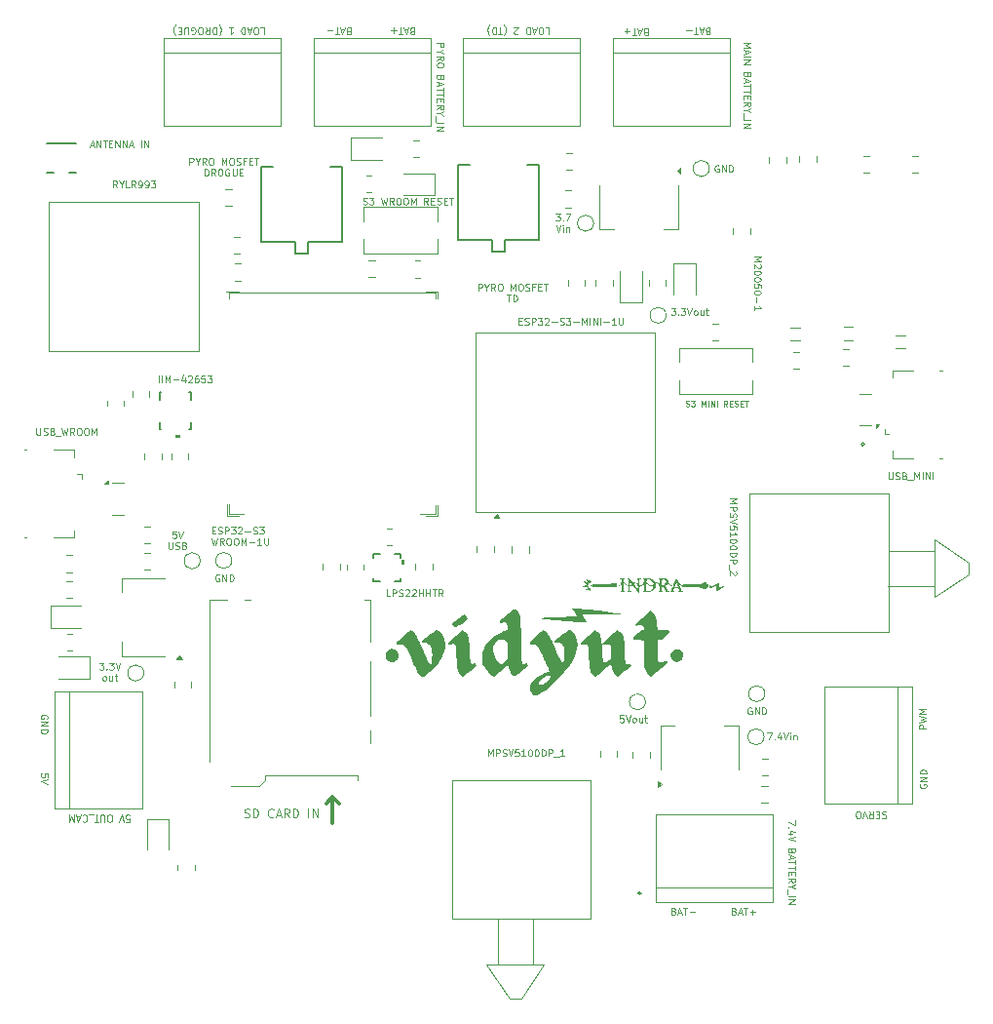
<source format=gbr>
%TF.GenerationSoftware,KiCad,Pcbnew,8.0.3*%
%TF.CreationDate,2025-02-14T19:05:39+05:30*%
%TF.ProjectId,Cyclohexane,4379636c-6f68-4657-9861-6e652e6b6963,rev?*%
%TF.SameCoordinates,Original*%
%TF.FileFunction,Legend,Top*%
%TF.FilePolarity,Positive*%
%FSLAX46Y46*%
G04 Gerber Fmt 4.6, Leading zero omitted, Abs format (unit mm)*
G04 Created by KiCad (PCBNEW 8.0.3) date 2025-02-14 19:05:39*
%MOMM*%
%LPD*%
G01*
G04 APERTURE LIST*
%ADD10C,0.125000*%
%ADD11C,0.300000*%
%ADD12C,0.000000*%
%ADD13C,0.120000*%
%ADD14C,0.100000*%
%ADD15C,0.200000*%
%ADD16C,0.152400*%
%ADD17C,0.127000*%
G04 APERTURE END LIST*
D10*
X166917857Y-96298642D02*
X166860715Y-96270071D01*
X166860715Y-96270071D02*
X166775000Y-96270071D01*
X166775000Y-96270071D02*
X166689286Y-96298642D01*
X166689286Y-96298642D02*
X166632143Y-96355785D01*
X166632143Y-96355785D02*
X166603572Y-96412928D01*
X166603572Y-96412928D02*
X166575000Y-96527214D01*
X166575000Y-96527214D02*
X166575000Y-96612928D01*
X166575000Y-96612928D02*
X166603572Y-96727214D01*
X166603572Y-96727214D02*
X166632143Y-96784357D01*
X166632143Y-96784357D02*
X166689286Y-96841500D01*
X166689286Y-96841500D02*
X166775000Y-96870071D01*
X166775000Y-96870071D02*
X166832143Y-96870071D01*
X166832143Y-96870071D02*
X166917857Y-96841500D01*
X166917857Y-96841500D02*
X166946429Y-96812928D01*
X166946429Y-96812928D02*
X166946429Y-96612928D01*
X166946429Y-96612928D02*
X166832143Y-96612928D01*
X167203572Y-96870071D02*
X167203572Y-96270071D01*
X167203572Y-96270071D02*
X167546429Y-96870071D01*
X167546429Y-96870071D02*
X167546429Y-96270071D01*
X167832143Y-96870071D02*
X167832143Y-96270071D01*
X167832143Y-96270071D02*
X167975000Y-96270071D01*
X167975000Y-96270071D02*
X168060714Y-96298642D01*
X168060714Y-96298642D02*
X168117857Y-96355785D01*
X168117857Y-96355785D02*
X168146428Y-96412928D01*
X168146428Y-96412928D02*
X168175000Y-96527214D01*
X168175000Y-96527214D02*
X168175000Y-96612928D01*
X168175000Y-96612928D02*
X168146428Y-96727214D01*
X168146428Y-96727214D02*
X168117857Y-96784357D01*
X168117857Y-96784357D02*
X168060714Y-96841500D01*
X168060714Y-96841500D02*
X167975000Y-96870071D01*
X167975000Y-96870071D02*
X167832143Y-96870071D01*
X170699928Y-106087142D02*
X170699928Y-106487142D01*
X170699928Y-106487142D02*
X170099928Y-106229999D01*
X170157071Y-106715714D02*
X170128500Y-106744285D01*
X170128500Y-106744285D02*
X170099928Y-106715714D01*
X170099928Y-106715714D02*
X170128500Y-106687142D01*
X170128500Y-106687142D02*
X170157071Y-106715714D01*
X170157071Y-106715714D02*
X170099928Y-106715714D01*
X170499928Y-107258571D02*
X170099928Y-107258571D01*
X170728500Y-107115713D02*
X170299928Y-106972856D01*
X170299928Y-106972856D02*
X170299928Y-107344285D01*
X170699928Y-107487142D02*
X170099928Y-107687142D01*
X170099928Y-107687142D02*
X170699928Y-107887142D01*
X170414214Y-108744286D02*
X170385642Y-108830000D01*
X170385642Y-108830000D02*
X170357071Y-108858571D01*
X170357071Y-108858571D02*
X170299928Y-108887143D01*
X170299928Y-108887143D02*
X170214214Y-108887143D01*
X170214214Y-108887143D02*
X170157071Y-108858571D01*
X170157071Y-108858571D02*
X170128500Y-108830000D01*
X170128500Y-108830000D02*
X170099928Y-108772857D01*
X170099928Y-108772857D02*
X170099928Y-108544286D01*
X170099928Y-108544286D02*
X170699928Y-108544286D01*
X170699928Y-108544286D02*
X170699928Y-108744286D01*
X170699928Y-108744286D02*
X170671357Y-108801429D01*
X170671357Y-108801429D02*
X170642785Y-108830000D01*
X170642785Y-108830000D02*
X170585642Y-108858571D01*
X170585642Y-108858571D02*
X170528500Y-108858571D01*
X170528500Y-108858571D02*
X170471357Y-108830000D01*
X170471357Y-108830000D02*
X170442785Y-108801429D01*
X170442785Y-108801429D02*
X170414214Y-108744286D01*
X170414214Y-108744286D02*
X170414214Y-108544286D01*
X170271357Y-109115714D02*
X170271357Y-109401429D01*
X170099928Y-109058571D02*
X170699928Y-109258571D01*
X170699928Y-109258571D02*
X170099928Y-109458571D01*
X170699928Y-109572857D02*
X170699928Y-109915715D01*
X170099928Y-109744286D02*
X170699928Y-109744286D01*
X170699928Y-110030000D02*
X170699928Y-110372858D01*
X170099928Y-110201429D02*
X170699928Y-110201429D01*
X170414214Y-110572858D02*
X170414214Y-110772858D01*
X170099928Y-110858572D02*
X170099928Y-110572858D01*
X170099928Y-110572858D02*
X170699928Y-110572858D01*
X170699928Y-110572858D02*
X170699928Y-110858572D01*
X170099928Y-111458572D02*
X170385642Y-111258572D01*
X170099928Y-111115715D02*
X170699928Y-111115715D01*
X170699928Y-111115715D02*
X170699928Y-111344286D01*
X170699928Y-111344286D02*
X170671357Y-111401429D01*
X170671357Y-111401429D02*
X170642785Y-111430000D01*
X170642785Y-111430000D02*
X170585642Y-111458572D01*
X170585642Y-111458572D02*
X170499928Y-111458572D01*
X170499928Y-111458572D02*
X170442785Y-111430000D01*
X170442785Y-111430000D02*
X170414214Y-111401429D01*
X170414214Y-111401429D02*
X170385642Y-111344286D01*
X170385642Y-111344286D02*
X170385642Y-111115715D01*
X170385642Y-111830000D02*
X170099928Y-111830000D01*
X170699928Y-111630000D02*
X170385642Y-111830000D01*
X170385642Y-111830000D02*
X170699928Y-112030000D01*
X170042785Y-112087144D02*
X170042785Y-112544286D01*
X170099928Y-112687144D02*
X170699928Y-112687144D01*
X170099928Y-112972858D02*
X170699928Y-112972858D01*
X170699928Y-112972858D02*
X170099928Y-113315715D01*
X170099928Y-113315715D02*
X170699928Y-113315715D01*
X104795093Y-72040071D02*
X104795093Y-72525785D01*
X104795093Y-72525785D02*
X104823664Y-72582928D01*
X104823664Y-72582928D02*
X104852236Y-72611500D01*
X104852236Y-72611500D02*
X104909378Y-72640071D01*
X104909378Y-72640071D02*
X105023664Y-72640071D01*
X105023664Y-72640071D02*
X105080807Y-72611500D01*
X105080807Y-72611500D02*
X105109378Y-72582928D01*
X105109378Y-72582928D02*
X105137950Y-72525785D01*
X105137950Y-72525785D02*
X105137950Y-72040071D01*
X105395092Y-72611500D02*
X105480807Y-72640071D01*
X105480807Y-72640071D02*
X105623664Y-72640071D01*
X105623664Y-72640071D02*
X105680807Y-72611500D01*
X105680807Y-72611500D02*
X105709378Y-72582928D01*
X105709378Y-72582928D02*
X105737949Y-72525785D01*
X105737949Y-72525785D02*
X105737949Y-72468642D01*
X105737949Y-72468642D02*
X105709378Y-72411500D01*
X105709378Y-72411500D02*
X105680807Y-72382928D01*
X105680807Y-72382928D02*
X105623664Y-72354357D01*
X105623664Y-72354357D02*
X105509378Y-72325785D01*
X105509378Y-72325785D02*
X105452235Y-72297214D01*
X105452235Y-72297214D02*
X105423664Y-72268642D01*
X105423664Y-72268642D02*
X105395092Y-72211500D01*
X105395092Y-72211500D02*
X105395092Y-72154357D01*
X105395092Y-72154357D02*
X105423664Y-72097214D01*
X105423664Y-72097214D02*
X105452235Y-72068642D01*
X105452235Y-72068642D02*
X105509378Y-72040071D01*
X105509378Y-72040071D02*
X105652235Y-72040071D01*
X105652235Y-72040071D02*
X105737949Y-72068642D01*
X106195093Y-72325785D02*
X106280807Y-72354357D01*
X106280807Y-72354357D02*
X106309378Y-72382928D01*
X106309378Y-72382928D02*
X106337950Y-72440071D01*
X106337950Y-72440071D02*
X106337950Y-72525785D01*
X106337950Y-72525785D02*
X106309378Y-72582928D01*
X106309378Y-72582928D02*
X106280807Y-72611500D01*
X106280807Y-72611500D02*
X106223664Y-72640071D01*
X106223664Y-72640071D02*
X105995093Y-72640071D01*
X105995093Y-72640071D02*
X105995093Y-72040071D01*
X105995093Y-72040071D02*
X106195093Y-72040071D01*
X106195093Y-72040071D02*
X106252236Y-72068642D01*
X106252236Y-72068642D02*
X106280807Y-72097214D01*
X106280807Y-72097214D02*
X106309378Y-72154357D01*
X106309378Y-72154357D02*
X106309378Y-72211500D01*
X106309378Y-72211500D02*
X106280807Y-72268642D01*
X106280807Y-72268642D02*
X106252236Y-72297214D01*
X106252236Y-72297214D02*
X106195093Y-72325785D01*
X106195093Y-72325785D02*
X105995093Y-72325785D01*
X106452236Y-72697214D02*
X106909378Y-72697214D01*
X106995093Y-72040071D02*
X107137950Y-72640071D01*
X107137950Y-72640071D02*
X107252236Y-72211500D01*
X107252236Y-72211500D02*
X107366521Y-72640071D01*
X107366521Y-72640071D02*
X107509379Y-72040071D01*
X108080807Y-72640071D02*
X107880807Y-72354357D01*
X107737950Y-72640071D02*
X107737950Y-72040071D01*
X107737950Y-72040071D02*
X107966521Y-72040071D01*
X107966521Y-72040071D02*
X108023664Y-72068642D01*
X108023664Y-72068642D02*
X108052235Y-72097214D01*
X108052235Y-72097214D02*
X108080807Y-72154357D01*
X108080807Y-72154357D02*
X108080807Y-72240071D01*
X108080807Y-72240071D02*
X108052235Y-72297214D01*
X108052235Y-72297214D02*
X108023664Y-72325785D01*
X108023664Y-72325785D02*
X107966521Y-72354357D01*
X107966521Y-72354357D02*
X107737950Y-72354357D01*
X108452235Y-72040071D02*
X108566521Y-72040071D01*
X108566521Y-72040071D02*
X108623664Y-72068642D01*
X108623664Y-72068642D02*
X108680807Y-72125785D01*
X108680807Y-72125785D02*
X108709378Y-72240071D01*
X108709378Y-72240071D02*
X108709378Y-72440071D01*
X108709378Y-72440071D02*
X108680807Y-72554357D01*
X108680807Y-72554357D02*
X108623664Y-72611500D01*
X108623664Y-72611500D02*
X108566521Y-72640071D01*
X108566521Y-72640071D02*
X108452235Y-72640071D01*
X108452235Y-72640071D02*
X108395093Y-72611500D01*
X108395093Y-72611500D02*
X108337950Y-72554357D01*
X108337950Y-72554357D02*
X108309378Y-72440071D01*
X108309378Y-72440071D02*
X108309378Y-72240071D01*
X108309378Y-72240071D02*
X108337950Y-72125785D01*
X108337950Y-72125785D02*
X108395093Y-72068642D01*
X108395093Y-72068642D02*
X108452235Y-72040071D01*
X109080806Y-72040071D02*
X109195092Y-72040071D01*
X109195092Y-72040071D02*
X109252235Y-72068642D01*
X109252235Y-72068642D02*
X109309378Y-72125785D01*
X109309378Y-72125785D02*
X109337949Y-72240071D01*
X109337949Y-72240071D02*
X109337949Y-72440071D01*
X109337949Y-72440071D02*
X109309378Y-72554357D01*
X109309378Y-72554357D02*
X109252235Y-72611500D01*
X109252235Y-72611500D02*
X109195092Y-72640071D01*
X109195092Y-72640071D02*
X109080806Y-72640071D01*
X109080806Y-72640071D02*
X109023664Y-72611500D01*
X109023664Y-72611500D02*
X108966521Y-72554357D01*
X108966521Y-72554357D02*
X108937949Y-72440071D01*
X108937949Y-72440071D02*
X108937949Y-72240071D01*
X108937949Y-72240071D02*
X108966521Y-72125785D01*
X108966521Y-72125785D02*
X109023664Y-72068642D01*
X109023664Y-72068642D02*
X109080806Y-72040071D01*
X109595092Y-72640071D02*
X109595092Y-72040071D01*
X109595092Y-72040071D02*
X109795092Y-72468642D01*
X109795092Y-72468642D02*
X109995092Y-72040071D01*
X109995092Y-72040071D02*
X109995092Y-72640071D01*
X115415093Y-68050071D02*
X115415093Y-67450071D01*
X115700807Y-68050071D02*
X115700807Y-67450071D01*
X115986521Y-68050071D02*
X115986521Y-67450071D01*
X115986521Y-67450071D02*
X116186521Y-67878642D01*
X116186521Y-67878642D02*
X116386521Y-67450071D01*
X116386521Y-67450071D02*
X116386521Y-68050071D01*
X116672235Y-67821500D02*
X117129378Y-67821500D01*
X117672235Y-67650071D02*
X117672235Y-68050071D01*
X117529377Y-67421500D02*
X117386520Y-67850071D01*
X117386520Y-67850071D02*
X117757949Y-67850071D01*
X117957949Y-67507214D02*
X117986521Y-67478642D01*
X117986521Y-67478642D02*
X118043664Y-67450071D01*
X118043664Y-67450071D02*
X118186521Y-67450071D01*
X118186521Y-67450071D02*
X118243664Y-67478642D01*
X118243664Y-67478642D02*
X118272235Y-67507214D01*
X118272235Y-67507214D02*
X118300806Y-67564357D01*
X118300806Y-67564357D02*
X118300806Y-67621500D01*
X118300806Y-67621500D02*
X118272235Y-67707214D01*
X118272235Y-67707214D02*
X117929378Y-68050071D01*
X117929378Y-68050071D02*
X118300806Y-68050071D01*
X118815093Y-67450071D02*
X118700807Y-67450071D01*
X118700807Y-67450071D02*
X118643664Y-67478642D01*
X118643664Y-67478642D02*
X118615093Y-67507214D01*
X118615093Y-67507214D02*
X118557950Y-67592928D01*
X118557950Y-67592928D02*
X118529378Y-67707214D01*
X118529378Y-67707214D02*
X118529378Y-67935785D01*
X118529378Y-67935785D02*
X118557950Y-67992928D01*
X118557950Y-67992928D02*
X118586521Y-68021500D01*
X118586521Y-68021500D02*
X118643664Y-68050071D01*
X118643664Y-68050071D02*
X118757950Y-68050071D01*
X118757950Y-68050071D02*
X118815093Y-68021500D01*
X118815093Y-68021500D02*
X118843664Y-67992928D01*
X118843664Y-67992928D02*
X118872235Y-67935785D01*
X118872235Y-67935785D02*
X118872235Y-67792928D01*
X118872235Y-67792928D02*
X118843664Y-67735785D01*
X118843664Y-67735785D02*
X118815093Y-67707214D01*
X118815093Y-67707214D02*
X118757950Y-67678642D01*
X118757950Y-67678642D02*
X118643664Y-67678642D01*
X118643664Y-67678642D02*
X118586521Y-67707214D01*
X118586521Y-67707214D02*
X118557950Y-67735785D01*
X118557950Y-67735785D02*
X118529378Y-67792928D01*
X119415093Y-67450071D02*
X119129379Y-67450071D01*
X119129379Y-67450071D02*
X119100807Y-67735785D01*
X119100807Y-67735785D02*
X119129379Y-67707214D01*
X119129379Y-67707214D02*
X119186522Y-67678642D01*
X119186522Y-67678642D02*
X119329379Y-67678642D01*
X119329379Y-67678642D02*
X119386522Y-67707214D01*
X119386522Y-67707214D02*
X119415093Y-67735785D01*
X119415093Y-67735785D02*
X119443664Y-67792928D01*
X119443664Y-67792928D02*
X119443664Y-67935785D01*
X119443664Y-67935785D02*
X119415093Y-67992928D01*
X119415093Y-67992928D02*
X119386522Y-68021500D01*
X119386522Y-68021500D02*
X119329379Y-68050071D01*
X119329379Y-68050071D02*
X119186522Y-68050071D01*
X119186522Y-68050071D02*
X119129379Y-68021500D01*
X119129379Y-68021500D02*
X119100807Y-67992928D01*
X119643665Y-67450071D02*
X120015093Y-67450071D01*
X120015093Y-67450071D02*
X119815093Y-67678642D01*
X119815093Y-67678642D02*
X119900808Y-67678642D01*
X119900808Y-67678642D02*
X119957951Y-67707214D01*
X119957951Y-67707214D02*
X119986522Y-67735785D01*
X119986522Y-67735785D02*
X120015093Y-67792928D01*
X120015093Y-67792928D02*
X120015093Y-67935785D01*
X120015093Y-67935785D02*
X119986522Y-67992928D01*
X119986522Y-67992928D02*
X119957951Y-68021500D01*
X119957951Y-68021500D02*
X119900808Y-68050071D01*
X119900808Y-68050071D02*
X119729379Y-68050071D01*
X119729379Y-68050071D02*
X119672236Y-68021500D01*
X119672236Y-68021500D02*
X119643665Y-67992928D01*
X167129928Y-57155093D02*
X167729928Y-57155093D01*
X167729928Y-57155093D02*
X167301357Y-57355093D01*
X167301357Y-57355093D02*
X167729928Y-57555093D01*
X167729928Y-57555093D02*
X167129928Y-57555093D01*
X167672785Y-57812235D02*
X167701357Y-57840807D01*
X167701357Y-57840807D02*
X167729928Y-57897950D01*
X167729928Y-57897950D02*
X167729928Y-58040807D01*
X167729928Y-58040807D02*
X167701357Y-58097950D01*
X167701357Y-58097950D02*
X167672785Y-58126521D01*
X167672785Y-58126521D02*
X167615642Y-58155092D01*
X167615642Y-58155092D02*
X167558500Y-58155092D01*
X167558500Y-58155092D02*
X167472785Y-58126521D01*
X167472785Y-58126521D02*
X167129928Y-57783664D01*
X167129928Y-57783664D02*
X167129928Y-58155092D01*
X167729928Y-58526521D02*
X167729928Y-58583664D01*
X167729928Y-58583664D02*
X167701357Y-58640807D01*
X167701357Y-58640807D02*
X167672785Y-58669379D01*
X167672785Y-58669379D02*
X167615642Y-58697950D01*
X167615642Y-58697950D02*
X167501357Y-58726521D01*
X167501357Y-58726521D02*
X167358500Y-58726521D01*
X167358500Y-58726521D02*
X167244214Y-58697950D01*
X167244214Y-58697950D02*
X167187071Y-58669379D01*
X167187071Y-58669379D02*
X167158500Y-58640807D01*
X167158500Y-58640807D02*
X167129928Y-58583664D01*
X167129928Y-58583664D02*
X167129928Y-58526521D01*
X167129928Y-58526521D02*
X167158500Y-58469379D01*
X167158500Y-58469379D02*
X167187071Y-58440807D01*
X167187071Y-58440807D02*
X167244214Y-58412236D01*
X167244214Y-58412236D02*
X167358500Y-58383664D01*
X167358500Y-58383664D02*
X167501357Y-58383664D01*
X167501357Y-58383664D02*
X167615642Y-58412236D01*
X167615642Y-58412236D02*
X167672785Y-58440807D01*
X167672785Y-58440807D02*
X167701357Y-58469379D01*
X167701357Y-58469379D02*
X167729928Y-58526521D01*
X167729928Y-59097950D02*
X167729928Y-59155093D01*
X167729928Y-59155093D02*
X167701357Y-59212236D01*
X167701357Y-59212236D02*
X167672785Y-59240808D01*
X167672785Y-59240808D02*
X167615642Y-59269379D01*
X167615642Y-59269379D02*
X167501357Y-59297950D01*
X167501357Y-59297950D02*
X167358500Y-59297950D01*
X167358500Y-59297950D02*
X167244214Y-59269379D01*
X167244214Y-59269379D02*
X167187071Y-59240808D01*
X167187071Y-59240808D02*
X167158500Y-59212236D01*
X167158500Y-59212236D02*
X167129928Y-59155093D01*
X167129928Y-59155093D02*
X167129928Y-59097950D01*
X167129928Y-59097950D02*
X167158500Y-59040808D01*
X167158500Y-59040808D02*
X167187071Y-59012236D01*
X167187071Y-59012236D02*
X167244214Y-58983665D01*
X167244214Y-58983665D02*
X167358500Y-58955093D01*
X167358500Y-58955093D02*
X167501357Y-58955093D01*
X167501357Y-58955093D02*
X167615642Y-58983665D01*
X167615642Y-58983665D02*
X167672785Y-59012236D01*
X167672785Y-59012236D02*
X167701357Y-59040808D01*
X167701357Y-59040808D02*
X167729928Y-59097950D01*
X167729928Y-59840808D02*
X167729928Y-59555094D01*
X167729928Y-59555094D02*
X167444214Y-59526522D01*
X167444214Y-59526522D02*
X167472785Y-59555094D01*
X167472785Y-59555094D02*
X167501357Y-59612237D01*
X167501357Y-59612237D02*
X167501357Y-59755094D01*
X167501357Y-59755094D02*
X167472785Y-59812237D01*
X167472785Y-59812237D02*
X167444214Y-59840808D01*
X167444214Y-59840808D02*
X167387071Y-59869379D01*
X167387071Y-59869379D02*
X167244214Y-59869379D01*
X167244214Y-59869379D02*
X167187071Y-59840808D01*
X167187071Y-59840808D02*
X167158500Y-59812237D01*
X167158500Y-59812237D02*
X167129928Y-59755094D01*
X167129928Y-59755094D02*
X167129928Y-59612237D01*
X167129928Y-59612237D02*
X167158500Y-59555094D01*
X167158500Y-59555094D02*
X167187071Y-59526522D01*
X167729928Y-60240808D02*
X167729928Y-60297951D01*
X167729928Y-60297951D02*
X167701357Y-60355094D01*
X167701357Y-60355094D02*
X167672785Y-60383666D01*
X167672785Y-60383666D02*
X167615642Y-60412237D01*
X167615642Y-60412237D02*
X167501357Y-60440808D01*
X167501357Y-60440808D02*
X167358500Y-60440808D01*
X167358500Y-60440808D02*
X167244214Y-60412237D01*
X167244214Y-60412237D02*
X167187071Y-60383666D01*
X167187071Y-60383666D02*
X167158500Y-60355094D01*
X167158500Y-60355094D02*
X167129928Y-60297951D01*
X167129928Y-60297951D02*
X167129928Y-60240808D01*
X167129928Y-60240808D02*
X167158500Y-60183666D01*
X167158500Y-60183666D02*
X167187071Y-60155094D01*
X167187071Y-60155094D02*
X167244214Y-60126523D01*
X167244214Y-60126523D02*
X167358500Y-60097951D01*
X167358500Y-60097951D02*
X167501357Y-60097951D01*
X167501357Y-60097951D02*
X167615642Y-60126523D01*
X167615642Y-60126523D02*
X167672785Y-60155094D01*
X167672785Y-60155094D02*
X167701357Y-60183666D01*
X167701357Y-60183666D02*
X167729928Y-60240808D01*
X167358500Y-60697952D02*
X167358500Y-61155095D01*
X167129928Y-61755094D02*
X167129928Y-61412237D01*
X167129928Y-61583666D02*
X167729928Y-61583666D01*
X167729928Y-61583666D02*
X167644214Y-61526523D01*
X167644214Y-61526523D02*
X167587071Y-61469380D01*
X167587071Y-61469380D02*
X167558500Y-61412237D01*
X148997142Y-37239928D02*
X149282856Y-37239928D01*
X149282856Y-37239928D02*
X149282856Y-37839928D01*
X148682857Y-37839928D02*
X148568571Y-37839928D01*
X148568571Y-37839928D02*
X148511428Y-37811357D01*
X148511428Y-37811357D02*
X148454285Y-37754214D01*
X148454285Y-37754214D02*
X148425714Y-37639928D01*
X148425714Y-37639928D02*
X148425714Y-37439928D01*
X148425714Y-37439928D02*
X148454285Y-37325642D01*
X148454285Y-37325642D02*
X148511428Y-37268500D01*
X148511428Y-37268500D02*
X148568571Y-37239928D01*
X148568571Y-37239928D02*
X148682857Y-37239928D01*
X148682857Y-37239928D02*
X148740000Y-37268500D01*
X148740000Y-37268500D02*
X148797142Y-37325642D01*
X148797142Y-37325642D02*
X148825714Y-37439928D01*
X148825714Y-37439928D02*
X148825714Y-37639928D01*
X148825714Y-37639928D02*
X148797142Y-37754214D01*
X148797142Y-37754214D02*
X148740000Y-37811357D01*
X148740000Y-37811357D02*
X148682857Y-37839928D01*
X148197143Y-37411357D02*
X147911429Y-37411357D01*
X148254286Y-37239928D02*
X148054286Y-37839928D01*
X148054286Y-37839928D02*
X147854286Y-37239928D01*
X147654285Y-37239928D02*
X147654285Y-37839928D01*
X147654285Y-37839928D02*
X147511428Y-37839928D01*
X147511428Y-37839928D02*
X147425714Y-37811357D01*
X147425714Y-37811357D02*
X147368571Y-37754214D01*
X147368571Y-37754214D02*
X147340000Y-37697071D01*
X147340000Y-37697071D02*
X147311428Y-37582785D01*
X147311428Y-37582785D02*
X147311428Y-37497071D01*
X147311428Y-37497071D02*
X147340000Y-37382785D01*
X147340000Y-37382785D02*
X147368571Y-37325642D01*
X147368571Y-37325642D02*
X147425714Y-37268500D01*
X147425714Y-37268500D02*
X147511428Y-37239928D01*
X147511428Y-37239928D02*
X147654285Y-37239928D01*
X146625714Y-37782785D02*
X146597142Y-37811357D01*
X146597142Y-37811357D02*
X146540000Y-37839928D01*
X146540000Y-37839928D02*
X146397142Y-37839928D01*
X146397142Y-37839928D02*
X146340000Y-37811357D01*
X146340000Y-37811357D02*
X146311428Y-37782785D01*
X146311428Y-37782785D02*
X146282857Y-37725642D01*
X146282857Y-37725642D02*
X146282857Y-37668500D01*
X146282857Y-37668500D02*
X146311428Y-37582785D01*
X146311428Y-37582785D02*
X146654285Y-37239928D01*
X146654285Y-37239928D02*
X146282857Y-37239928D01*
X145397142Y-37011357D02*
X145425713Y-37039928D01*
X145425713Y-37039928D02*
X145482856Y-37125642D01*
X145482856Y-37125642D02*
X145511428Y-37182785D01*
X145511428Y-37182785D02*
X145539999Y-37268500D01*
X145539999Y-37268500D02*
X145568570Y-37411357D01*
X145568570Y-37411357D02*
X145568570Y-37525642D01*
X145568570Y-37525642D02*
X145539999Y-37668500D01*
X145539999Y-37668500D02*
X145511428Y-37754214D01*
X145511428Y-37754214D02*
X145482856Y-37811357D01*
X145482856Y-37811357D02*
X145425713Y-37897071D01*
X145425713Y-37897071D02*
X145397142Y-37925642D01*
X145254285Y-37839928D02*
X144911428Y-37839928D01*
X145082856Y-37239928D02*
X145082856Y-37839928D01*
X144711427Y-37239928D02*
X144711427Y-37839928D01*
X144711427Y-37839928D02*
X144568570Y-37839928D01*
X144568570Y-37839928D02*
X144482856Y-37811357D01*
X144482856Y-37811357D02*
X144425713Y-37754214D01*
X144425713Y-37754214D02*
X144397142Y-37697071D01*
X144397142Y-37697071D02*
X144368570Y-37582785D01*
X144368570Y-37582785D02*
X144368570Y-37497071D01*
X144368570Y-37497071D02*
X144397142Y-37382785D01*
X144397142Y-37382785D02*
X144425713Y-37325642D01*
X144425713Y-37325642D02*
X144482856Y-37268500D01*
X144482856Y-37268500D02*
X144568570Y-37239928D01*
X144568570Y-37239928D02*
X144711427Y-37239928D01*
X144168570Y-37011357D02*
X144139999Y-37039928D01*
X144139999Y-37039928D02*
X144082856Y-37125642D01*
X144082856Y-37125642D02*
X144054285Y-37182785D01*
X144054285Y-37182785D02*
X144025713Y-37268500D01*
X144025713Y-37268500D02*
X143997142Y-37411357D01*
X143997142Y-37411357D02*
X143997142Y-37525642D01*
X143997142Y-37525642D02*
X144025713Y-37668500D01*
X144025713Y-37668500D02*
X144054285Y-37754214D01*
X144054285Y-37754214D02*
X144082856Y-37811357D01*
X144082856Y-37811357D02*
X144139999Y-37897071D01*
X144139999Y-37897071D02*
X144168570Y-37925642D01*
X105726357Y-97267857D02*
X105754928Y-97210715D01*
X105754928Y-97210715D02*
X105754928Y-97125000D01*
X105754928Y-97125000D02*
X105726357Y-97039286D01*
X105726357Y-97039286D02*
X105669214Y-96982143D01*
X105669214Y-96982143D02*
X105612071Y-96953572D01*
X105612071Y-96953572D02*
X105497785Y-96925000D01*
X105497785Y-96925000D02*
X105412071Y-96925000D01*
X105412071Y-96925000D02*
X105297785Y-96953572D01*
X105297785Y-96953572D02*
X105240642Y-96982143D01*
X105240642Y-96982143D02*
X105183500Y-97039286D01*
X105183500Y-97039286D02*
X105154928Y-97125000D01*
X105154928Y-97125000D02*
X105154928Y-97182143D01*
X105154928Y-97182143D02*
X105183500Y-97267857D01*
X105183500Y-97267857D02*
X105212071Y-97296429D01*
X105212071Y-97296429D02*
X105412071Y-97296429D01*
X105412071Y-97296429D02*
X105412071Y-97182143D01*
X105154928Y-97553572D02*
X105754928Y-97553572D01*
X105754928Y-97553572D02*
X105154928Y-97896429D01*
X105154928Y-97896429D02*
X105754928Y-97896429D01*
X105154928Y-98182143D02*
X105754928Y-98182143D01*
X105754928Y-98182143D02*
X105754928Y-98325000D01*
X105754928Y-98325000D02*
X105726357Y-98410714D01*
X105726357Y-98410714D02*
X105669214Y-98467857D01*
X105669214Y-98467857D02*
X105612071Y-98496428D01*
X105612071Y-98496428D02*
X105497785Y-98525000D01*
X105497785Y-98525000D02*
X105412071Y-98525000D01*
X105412071Y-98525000D02*
X105297785Y-98496428D01*
X105297785Y-98496428D02*
X105240642Y-98467857D01*
X105240642Y-98467857D02*
X105183500Y-98410714D01*
X105183500Y-98410714D02*
X105154928Y-98325000D01*
X105154928Y-98325000D02*
X105154928Y-98182143D01*
X168300000Y-98470071D02*
X168700000Y-98470071D01*
X168700000Y-98470071D02*
X168442857Y-99070071D01*
X168928572Y-99012928D02*
X168957143Y-99041500D01*
X168957143Y-99041500D02*
X168928572Y-99070071D01*
X168928572Y-99070071D02*
X168900000Y-99041500D01*
X168900000Y-99041500D02*
X168928572Y-99012928D01*
X168928572Y-99012928D02*
X168928572Y-99070071D01*
X169471429Y-98670071D02*
X169471429Y-99070071D01*
X169328571Y-98441500D02*
X169185714Y-98870071D01*
X169185714Y-98870071D02*
X169557143Y-98870071D01*
X169700000Y-98470071D02*
X169900000Y-99070071D01*
X169900000Y-99070071D02*
X170100000Y-98470071D01*
X170300001Y-99070071D02*
X170300001Y-98670071D01*
X170300001Y-98470071D02*
X170271429Y-98498642D01*
X170271429Y-98498642D02*
X170300001Y-98527214D01*
X170300001Y-98527214D02*
X170328572Y-98498642D01*
X170328572Y-98498642D02*
X170300001Y-98470071D01*
X170300001Y-98470071D02*
X170300001Y-98527214D01*
X170585715Y-98670071D02*
X170585715Y-99070071D01*
X170585715Y-98727214D02*
X170614286Y-98698642D01*
X170614286Y-98698642D02*
X170671429Y-98670071D01*
X170671429Y-98670071D02*
X170757143Y-98670071D01*
X170757143Y-98670071D02*
X170814286Y-98698642D01*
X170814286Y-98698642D02*
X170842858Y-98755785D01*
X170842858Y-98755785D02*
X170842858Y-99070071D01*
X139569928Y-38624286D02*
X140169928Y-38624286D01*
X140169928Y-38624286D02*
X140169928Y-38852857D01*
X140169928Y-38852857D02*
X140141357Y-38910000D01*
X140141357Y-38910000D02*
X140112785Y-38938571D01*
X140112785Y-38938571D02*
X140055642Y-38967143D01*
X140055642Y-38967143D02*
X139969928Y-38967143D01*
X139969928Y-38967143D02*
X139912785Y-38938571D01*
X139912785Y-38938571D02*
X139884214Y-38910000D01*
X139884214Y-38910000D02*
X139855642Y-38852857D01*
X139855642Y-38852857D02*
X139855642Y-38624286D01*
X139855642Y-39338571D02*
X139569928Y-39338571D01*
X140169928Y-39138571D02*
X139855642Y-39338571D01*
X139855642Y-39338571D02*
X140169928Y-39538571D01*
X139569928Y-40081429D02*
X139855642Y-39881429D01*
X139569928Y-39738572D02*
X140169928Y-39738572D01*
X140169928Y-39738572D02*
X140169928Y-39967143D01*
X140169928Y-39967143D02*
X140141357Y-40024286D01*
X140141357Y-40024286D02*
X140112785Y-40052857D01*
X140112785Y-40052857D02*
X140055642Y-40081429D01*
X140055642Y-40081429D02*
X139969928Y-40081429D01*
X139969928Y-40081429D02*
X139912785Y-40052857D01*
X139912785Y-40052857D02*
X139884214Y-40024286D01*
X139884214Y-40024286D02*
X139855642Y-39967143D01*
X139855642Y-39967143D02*
X139855642Y-39738572D01*
X140169928Y-40452857D02*
X140169928Y-40567143D01*
X140169928Y-40567143D02*
X140141357Y-40624286D01*
X140141357Y-40624286D02*
X140084214Y-40681429D01*
X140084214Y-40681429D02*
X139969928Y-40710000D01*
X139969928Y-40710000D02*
X139769928Y-40710000D01*
X139769928Y-40710000D02*
X139655642Y-40681429D01*
X139655642Y-40681429D02*
X139598500Y-40624286D01*
X139598500Y-40624286D02*
X139569928Y-40567143D01*
X139569928Y-40567143D02*
X139569928Y-40452857D01*
X139569928Y-40452857D02*
X139598500Y-40395715D01*
X139598500Y-40395715D02*
X139655642Y-40338572D01*
X139655642Y-40338572D02*
X139769928Y-40310000D01*
X139769928Y-40310000D02*
X139969928Y-40310000D01*
X139969928Y-40310000D02*
X140084214Y-40338572D01*
X140084214Y-40338572D02*
X140141357Y-40395715D01*
X140141357Y-40395715D02*
X140169928Y-40452857D01*
X139884214Y-41624286D02*
X139855642Y-41710000D01*
X139855642Y-41710000D02*
X139827071Y-41738571D01*
X139827071Y-41738571D02*
X139769928Y-41767143D01*
X139769928Y-41767143D02*
X139684214Y-41767143D01*
X139684214Y-41767143D02*
X139627071Y-41738571D01*
X139627071Y-41738571D02*
X139598500Y-41710000D01*
X139598500Y-41710000D02*
X139569928Y-41652857D01*
X139569928Y-41652857D02*
X139569928Y-41424286D01*
X139569928Y-41424286D02*
X140169928Y-41424286D01*
X140169928Y-41424286D02*
X140169928Y-41624286D01*
X140169928Y-41624286D02*
X140141357Y-41681429D01*
X140141357Y-41681429D02*
X140112785Y-41710000D01*
X140112785Y-41710000D02*
X140055642Y-41738571D01*
X140055642Y-41738571D02*
X139998500Y-41738571D01*
X139998500Y-41738571D02*
X139941357Y-41710000D01*
X139941357Y-41710000D02*
X139912785Y-41681429D01*
X139912785Y-41681429D02*
X139884214Y-41624286D01*
X139884214Y-41624286D02*
X139884214Y-41424286D01*
X139741357Y-41995714D02*
X139741357Y-42281429D01*
X139569928Y-41938571D02*
X140169928Y-42138571D01*
X140169928Y-42138571D02*
X139569928Y-42338571D01*
X140169928Y-42452857D02*
X140169928Y-42795715D01*
X139569928Y-42624286D02*
X140169928Y-42624286D01*
X140169928Y-42910000D02*
X140169928Y-43252858D01*
X139569928Y-43081429D02*
X140169928Y-43081429D01*
X139884214Y-43452858D02*
X139884214Y-43652858D01*
X139569928Y-43738572D02*
X139569928Y-43452858D01*
X139569928Y-43452858D02*
X140169928Y-43452858D01*
X140169928Y-43452858D02*
X140169928Y-43738572D01*
X139569928Y-44338572D02*
X139855642Y-44138572D01*
X139569928Y-43995715D02*
X140169928Y-43995715D01*
X140169928Y-43995715D02*
X140169928Y-44224286D01*
X140169928Y-44224286D02*
X140141357Y-44281429D01*
X140141357Y-44281429D02*
X140112785Y-44310000D01*
X140112785Y-44310000D02*
X140055642Y-44338572D01*
X140055642Y-44338572D02*
X139969928Y-44338572D01*
X139969928Y-44338572D02*
X139912785Y-44310000D01*
X139912785Y-44310000D02*
X139884214Y-44281429D01*
X139884214Y-44281429D02*
X139855642Y-44224286D01*
X139855642Y-44224286D02*
X139855642Y-43995715D01*
X139855642Y-44710000D02*
X139569928Y-44710000D01*
X140169928Y-44510000D02*
X139855642Y-44710000D01*
X139855642Y-44710000D02*
X140169928Y-44910000D01*
X139512785Y-44967144D02*
X139512785Y-45424286D01*
X139569928Y-45567144D02*
X140169928Y-45567144D01*
X139569928Y-45852858D02*
X140169928Y-45852858D01*
X140169928Y-45852858D02*
X139569928Y-46195715D01*
X139569928Y-46195715D02*
X140169928Y-46195715D01*
X178614285Y-105318500D02*
X178528571Y-105289928D01*
X178528571Y-105289928D02*
X178385713Y-105289928D01*
X178385713Y-105289928D02*
X178328571Y-105318500D01*
X178328571Y-105318500D02*
X178299999Y-105347071D01*
X178299999Y-105347071D02*
X178271428Y-105404214D01*
X178271428Y-105404214D02*
X178271428Y-105461357D01*
X178271428Y-105461357D02*
X178299999Y-105518500D01*
X178299999Y-105518500D02*
X178328571Y-105547071D01*
X178328571Y-105547071D02*
X178385713Y-105575642D01*
X178385713Y-105575642D02*
X178499999Y-105604214D01*
X178499999Y-105604214D02*
X178557142Y-105632785D01*
X178557142Y-105632785D02*
X178585713Y-105661357D01*
X178585713Y-105661357D02*
X178614285Y-105718500D01*
X178614285Y-105718500D02*
X178614285Y-105775642D01*
X178614285Y-105775642D02*
X178585713Y-105832785D01*
X178585713Y-105832785D02*
X178557142Y-105861357D01*
X178557142Y-105861357D02*
X178499999Y-105889928D01*
X178499999Y-105889928D02*
X178357142Y-105889928D01*
X178357142Y-105889928D02*
X178271428Y-105861357D01*
X178014284Y-105604214D02*
X177814284Y-105604214D01*
X177728570Y-105289928D02*
X178014284Y-105289928D01*
X178014284Y-105289928D02*
X178014284Y-105889928D01*
X178014284Y-105889928D02*
X177728570Y-105889928D01*
X177128570Y-105289928D02*
X177328570Y-105575642D01*
X177471427Y-105289928D02*
X177471427Y-105889928D01*
X177471427Y-105889928D02*
X177242856Y-105889928D01*
X177242856Y-105889928D02*
X177185713Y-105861357D01*
X177185713Y-105861357D02*
X177157142Y-105832785D01*
X177157142Y-105832785D02*
X177128570Y-105775642D01*
X177128570Y-105775642D02*
X177128570Y-105689928D01*
X177128570Y-105689928D02*
X177157142Y-105632785D01*
X177157142Y-105632785D02*
X177185713Y-105604214D01*
X177185713Y-105604214D02*
X177242856Y-105575642D01*
X177242856Y-105575642D02*
X177471427Y-105575642D01*
X176957142Y-105889928D02*
X176757142Y-105289928D01*
X176757142Y-105289928D02*
X176557142Y-105889928D01*
X176242856Y-105889928D02*
X176128570Y-105889928D01*
X176128570Y-105889928D02*
X176071427Y-105861357D01*
X176071427Y-105861357D02*
X176014284Y-105804214D01*
X176014284Y-105804214D02*
X175985713Y-105689928D01*
X175985713Y-105689928D02*
X175985713Y-105489928D01*
X175985713Y-105489928D02*
X176014284Y-105375642D01*
X176014284Y-105375642D02*
X176071427Y-105318500D01*
X176071427Y-105318500D02*
X176128570Y-105289928D01*
X176128570Y-105289928D02*
X176242856Y-105289928D01*
X176242856Y-105289928D02*
X176299999Y-105318500D01*
X176299999Y-105318500D02*
X176357141Y-105375642D01*
X176357141Y-105375642D02*
X176385713Y-105489928D01*
X176385713Y-105489928D02*
X176385713Y-105689928D01*
X176385713Y-105689928D02*
X176357141Y-105804214D01*
X176357141Y-105804214D02*
X176299999Y-105861357D01*
X176299999Y-105861357D02*
X176242856Y-105889928D01*
X161227474Y-70118500D02*
X161298902Y-70142309D01*
X161298902Y-70142309D02*
X161417950Y-70142309D01*
X161417950Y-70142309D02*
X161465569Y-70118500D01*
X161465569Y-70118500D02*
X161489378Y-70094690D01*
X161489378Y-70094690D02*
X161513188Y-70047071D01*
X161513188Y-70047071D02*
X161513188Y-69999452D01*
X161513188Y-69999452D02*
X161489378Y-69951833D01*
X161489378Y-69951833D02*
X161465569Y-69928023D01*
X161465569Y-69928023D02*
X161417950Y-69904214D01*
X161417950Y-69904214D02*
X161322712Y-69880404D01*
X161322712Y-69880404D02*
X161275093Y-69856595D01*
X161275093Y-69856595D02*
X161251283Y-69832785D01*
X161251283Y-69832785D02*
X161227474Y-69785166D01*
X161227474Y-69785166D02*
X161227474Y-69737547D01*
X161227474Y-69737547D02*
X161251283Y-69689928D01*
X161251283Y-69689928D02*
X161275093Y-69666119D01*
X161275093Y-69666119D02*
X161322712Y-69642309D01*
X161322712Y-69642309D02*
X161441759Y-69642309D01*
X161441759Y-69642309D02*
X161513188Y-69666119D01*
X161679854Y-69642309D02*
X161989378Y-69642309D01*
X161989378Y-69642309D02*
X161822711Y-69832785D01*
X161822711Y-69832785D02*
X161894140Y-69832785D01*
X161894140Y-69832785D02*
X161941759Y-69856595D01*
X161941759Y-69856595D02*
X161965568Y-69880404D01*
X161965568Y-69880404D02*
X161989378Y-69928023D01*
X161989378Y-69928023D02*
X161989378Y-70047071D01*
X161989378Y-70047071D02*
X161965568Y-70094690D01*
X161965568Y-70094690D02*
X161941759Y-70118500D01*
X161941759Y-70118500D02*
X161894140Y-70142309D01*
X161894140Y-70142309D02*
X161751283Y-70142309D01*
X161751283Y-70142309D02*
X161703664Y-70118500D01*
X161703664Y-70118500D02*
X161679854Y-70094690D01*
X162584615Y-70142309D02*
X162584615Y-69642309D01*
X162584615Y-69642309D02*
X162751282Y-69999452D01*
X162751282Y-69999452D02*
X162917948Y-69642309D01*
X162917948Y-69642309D02*
X162917948Y-70142309D01*
X163156044Y-70142309D02*
X163156044Y-69642309D01*
X163394139Y-70142309D02*
X163394139Y-69642309D01*
X163394139Y-69642309D02*
X163679853Y-70142309D01*
X163679853Y-70142309D02*
X163679853Y-69642309D01*
X163917949Y-70142309D02*
X163917949Y-69642309D01*
X164822710Y-70142309D02*
X164656044Y-69904214D01*
X164536996Y-70142309D02*
X164536996Y-69642309D01*
X164536996Y-69642309D02*
X164727472Y-69642309D01*
X164727472Y-69642309D02*
X164775091Y-69666119D01*
X164775091Y-69666119D02*
X164798901Y-69689928D01*
X164798901Y-69689928D02*
X164822710Y-69737547D01*
X164822710Y-69737547D02*
X164822710Y-69808976D01*
X164822710Y-69808976D02*
X164798901Y-69856595D01*
X164798901Y-69856595D02*
X164775091Y-69880404D01*
X164775091Y-69880404D02*
X164727472Y-69904214D01*
X164727472Y-69904214D02*
X164536996Y-69904214D01*
X165036996Y-69880404D02*
X165203663Y-69880404D01*
X165275091Y-70142309D02*
X165036996Y-70142309D01*
X165036996Y-70142309D02*
X165036996Y-69642309D01*
X165036996Y-69642309D02*
X165275091Y-69642309D01*
X165465568Y-70118500D02*
X165536996Y-70142309D01*
X165536996Y-70142309D02*
X165656044Y-70142309D01*
X165656044Y-70142309D02*
X165703663Y-70118500D01*
X165703663Y-70118500D02*
X165727472Y-70094690D01*
X165727472Y-70094690D02*
X165751282Y-70047071D01*
X165751282Y-70047071D02*
X165751282Y-69999452D01*
X165751282Y-69999452D02*
X165727472Y-69951833D01*
X165727472Y-69951833D02*
X165703663Y-69928023D01*
X165703663Y-69928023D02*
X165656044Y-69904214D01*
X165656044Y-69904214D02*
X165560806Y-69880404D01*
X165560806Y-69880404D02*
X165513187Y-69856595D01*
X165513187Y-69856595D02*
X165489377Y-69832785D01*
X165489377Y-69832785D02*
X165465568Y-69785166D01*
X165465568Y-69785166D02*
X165465568Y-69737547D01*
X165465568Y-69737547D02*
X165489377Y-69689928D01*
X165489377Y-69689928D02*
X165513187Y-69666119D01*
X165513187Y-69666119D02*
X165560806Y-69642309D01*
X165560806Y-69642309D02*
X165679853Y-69642309D01*
X165679853Y-69642309D02*
X165751282Y-69666119D01*
X165965567Y-69880404D02*
X166132234Y-69880404D01*
X166203662Y-70142309D02*
X165965567Y-70142309D01*
X165965567Y-70142309D02*
X165965567Y-69642309D01*
X165965567Y-69642309D02*
X166203662Y-69642309D01*
X166346520Y-69642309D02*
X166632234Y-69642309D01*
X166489377Y-70142309D02*
X166489377Y-69642309D01*
X159925000Y-61620071D02*
X160296428Y-61620071D01*
X160296428Y-61620071D02*
X160096428Y-61848642D01*
X160096428Y-61848642D02*
X160182143Y-61848642D01*
X160182143Y-61848642D02*
X160239286Y-61877214D01*
X160239286Y-61877214D02*
X160267857Y-61905785D01*
X160267857Y-61905785D02*
X160296428Y-61962928D01*
X160296428Y-61962928D02*
X160296428Y-62105785D01*
X160296428Y-62105785D02*
X160267857Y-62162928D01*
X160267857Y-62162928D02*
X160239286Y-62191500D01*
X160239286Y-62191500D02*
X160182143Y-62220071D01*
X160182143Y-62220071D02*
X160010714Y-62220071D01*
X160010714Y-62220071D02*
X159953571Y-62191500D01*
X159953571Y-62191500D02*
X159925000Y-62162928D01*
X160553572Y-62162928D02*
X160582143Y-62191500D01*
X160582143Y-62191500D02*
X160553572Y-62220071D01*
X160553572Y-62220071D02*
X160525000Y-62191500D01*
X160525000Y-62191500D02*
X160553572Y-62162928D01*
X160553572Y-62162928D02*
X160553572Y-62220071D01*
X160782143Y-61620071D02*
X161153571Y-61620071D01*
X161153571Y-61620071D02*
X160953571Y-61848642D01*
X160953571Y-61848642D02*
X161039286Y-61848642D01*
X161039286Y-61848642D02*
X161096429Y-61877214D01*
X161096429Y-61877214D02*
X161125000Y-61905785D01*
X161125000Y-61905785D02*
X161153571Y-61962928D01*
X161153571Y-61962928D02*
X161153571Y-62105785D01*
X161153571Y-62105785D02*
X161125000Y-62162928D01*
X161125000Y-62162928D02*
X161096429Y-62191500D01*
X161096429Y-62191500D02*
X161039286Y-62220071D01*
X161039286Y-62220071D02*
X160867857Y-62220071D01*
X160867857Y-62220071D02*
X160810714Y-62191500D01*
X160810714Y-62191500D02*
X160782143Y-62162928D01*
X161325000Y-61620071D02*
X161525000Y-62220071D01*
X161525000Y-62220071D02*
X161725000Y-61620071D01*
X162010715Y-62220071D02*
X161953572Y-62191500D01*
X161953572Y-62191500D02*
X161925001Y-62162928D01*
X161925001Y-62162928D02*
X161896429Y-62105785D01*
X161896429Y-62105785D02*
X161896429Y-61934357D01*
X161896429Y-61934357D02*
X161925001Y-61877214D01*
X161925001Y-61877214D02*
X161953572Y-61848642D01*
X161953572Y-61848642D02*
X162010715Y-61820071D01*
X162010715Y-61820071D02*
X162096429Y-61820071D01*
X162096429Y-61820071D02*
X162153572Y-61848642D01*
X162153572Y-61848642D02*
X162182144Y-61877214D01*
X162182144Y-61877214D02*
X162210715Y-61934357D01*
X162210715Y-61934357D02*
X162210715Y-62105785D01*
X162210715Y-62105785D02*
X162182144Y-62162928D01*
X162182144Y-62162928D02*
X162153572Y-62191500D01*
X162153572Y-62191500D02*
X162096429Y-62220071D01*
X162096429Y-62220071D02*
X162010715Y-62220071D01*
X162725001Y-61820071D02*
X162725001Y-62220071D01*
X162467858Y-61820071D02*
X162467858Y-62134357D01*
X162467858Y-62134357D02*
X162496429Y-62191500D01*
X162496429Y-62191500D02*
X162553572Y-62220071D01*
X162553572Y-62220071D02*
X162639286Y-62220071D01*
X162639286Y-62220071D02*
X162696429Y-62191500D01*
X162696429Y-62191500D02*
X162725001Y-62162928D01*
X162925000Y-61820071D02*
X163153572Y-61820071D01*
X163010715Y-61620071D02*
X163010715Y-62134357D01*
X163010715Y-62134357D02*
X163039286Y-62191500D01*
X163039286Y-62191500D02*
X163096429Y-62220071D01*
X163096429Y-62220071D02*
X163153572Y-62220071D01*
X155796428Y-96970071D02*
X155510714Y-96970071D01*
X155510714Y-96970071D02*
X155482142Y-97255785D01*
X155482142Y-97255785D02*
X155510714Y-97227214D01*
X155510714Y-97227214D02*
X155567857Y-97198642D01*
X155567857Y-97198642D02*
X155710714Y-97198642D01*
X155710714Y-97198642D02*
X155767857Y-97227214D01*
X155767857Y-97227214D02*
X155796428Y-97255785D01*
X155796428Y-97255785D02*
X155824999Y-97312928D01*
X155824999Y-97312928D02*
X155824999Y-97455785D01*
X155824999Y-97455785D02*
X155796428Y-97512928D01*
X155796428Y-97512928D02*
X155767857Y-97541500D01*
X155767857Y-97541500D02*
X155710714Y-97570071D01*
X155710714Y-97570071D02*
X155567857Y-97570071D01*
X155567857Y-97570071D02*
X155510714Y-97541500D01*
X155510714Y-97541500D02*
X155482142Y-97512928D01*
X155996428Y-96970071D02*
X156196428Y-97570071D01*
X156196428Y-97570071D02*
X156396428Y-96970071D01*
X156682143Y-97570071D02*
X156625000Y-97541500D01*
X156625000Y-97541500D02*
X156596429Y-97512928D01*
X156596429Y-97512928D02*
X156567857Y-97455785D01*
X156567857Y-97455785D02*
X156567857Y-97284357D01*
X156567857Y-97284357D02*
X156596429Y-97227214D01*
X156596429Y-97227214D02*
X156625000Y-97198642D01*
X156625000Y-97198642D02*
X156682143Y-97170071D01*
X156682143Y-97170071D02*
X156767857Y-97170071D01*
X156767857Y-97170071D02*
X156825000Y-97198642D01*
X156825000Y-97198642D02*
X156853572Y-97227214D01*
X156853572Y-97227214D02*
X156882143Y-97284357D01*
X156882143Y-97284357D02*
X156882143Y-97455785D01*
X156882143Y-97455785D02*
X156853572Y-97512928D01*
X156853572Y-97512928D02*
X156825000Y-97541500D01*
X156825000Y-97541500D02*
X156767857Y-97570071D01*
X156767857Y-97570071D02*
X156682143Y-97570071D01*
X157396429Y-97170071D02*
X157396429Y-97570071D01*
X157139286Y-97170071D02*
X157139286Y-97484357D01*
X157139286Y-97484357D02*
X157167857Y-97541500D01*
X157167857Y-97541500D02*
X157225000Y-97570071D01*
X157225000Y-97570071D02*
X157310714Y-97570071D01*
X157310714Y-97570071D02*
X157367857Y-97541500D01*
X157367857Y-97541500D02*
X157396429Y-97512928D01*
X157596428Y-97170071D02*
X157825000Y-97170071D01*
X157682143Y-96970071D02*
X157682143Y-97484357D01*
X157682143Y-97484357D02*
X157710714Y-97541500D01*
X157710714Y-97541500D02*
X157767857Y-97570071D01*
X157767857Y-97570071D02*
X157825000Y-97570071D01*
X144025093Y-100520071D02*
X144025093Y-99920071D01*
X144025093Y-99920071D02*
X144225093Y-100348642D01*
X144225093Y-100348642D02*
X144425093Y-99920071D01*
X144425093Y-99920071D02*
X144425093Y-100520071D01*
X144710807Y-100520071D02*
X144710807Y-99920071D01*
X144710807Y-99920071D02*
X144939378Y-99920071D01*
X144939378Y-99920071D02*
X144996521Y-99948642D01*
X144996521Y-99948642D02*
X145025092Y-99977214D01*
X145025092Y-99977214D02*
X145053664Y-100034357D01*
X145053664Y-100034357D02*
X145053664Y-100120071D01*
X145053664Y-100120071D02*
X145025092Y-100177214D01*
X145025092Y-100177214D02*
X144996521Y-100205785D01*
X144996521Y-100205785D02*
X144939378Y-100234357D01*
X144939378Y-100234357D02*
X144710807Y-100234357D01*
X145282235Y-100491500D02*
X145367950Y-100520071D01*
X145367950Y-100520071D02*
X145510807Y-100520071D01*
X145510807Y-100520071D02*
X145567950Y-100491500D01*
X145567950Y-100491500D02*
X145596521Y-100462928D01*
X145596521Y-100462928D02*
X145625092Y-100405785D01*
X145625092Y-100405785D02*
X145625092Y-100348642D01*
X145625092Y-100348642D02*
X145596521Y-100291500D01*
X145596521Y-100291500D02*
X145567950Y-100262928D01*
X145567950Y-100262928D02*
X145510807Y-100234357D01*
X145510807Y-100234357D02*
X145396521Y-100205785D01*
X145396521Y-100205785D02*
X145339378Y-100177214D01*
X145339378Y-100177214D02*
X145310807Y-100148642D01*
X145310807Y-100148642D02*
X145282235Y-100091500D01*
X145282235Y-100091500D02*
X145282235Y-100034357D01*
X145282235Y-100034357D02*
X145310807Y-99977214D01*
X145310807Y-99977214D02*
X145339378Y-99948642D01*
X145339378Y-99948642D02*
X145396521Y-99920071D01*
X145396521Y-99920071D02*
X145539378Y-99920071D01*
X145539378Y-99920071D02*
X145625092Y-99948642D01*
X145796521Y-99920071D02*
X145996521Y-100520071D01*
X145996521Y-100520071D02*
X146196521Y-99920071D01*
X146682236Y-99920071D02*
X146396522Y-99920071D01*
X146396522Y-99920071D02*
X146367950Y-100205785D01*
X146367950Y-100205785D02*
X146396522Y-100177214D01*
X146396522Y-100177214D02*
X146453665Y-100148642D01*
X146453665Y-100148642D02*
X146596522Y-100148642D01*
X146596522Y-100148642D02*
X146653665Y-100177214D01*
X146653665Y-100177214D02*
X146682236Y-100205785D01*
X146682236Y-100205785D02*
X146710807Y-100262928D01*
X146710807Y-100262928D02*
X146710807Y-100405785D01*
X146710807Y-100405785D02*
X146682236Y-100462928D01*
X146682236Y-100462928D02*
X146653665Y-100491500D01*
X146653665Y-100491500D02*
X146596522Y-100520071D01*
X146596522Y-100520071D02*
X146453665Y-100520071D01*
X146453665Y-100520071D02*
X146396522Y-100491500D01*
X146396522Y-100491500D02*
X146367950Y-100462928D01*
X147282236Y-100520071D02*
X146939379Y-100520071D01*
X147110808Y-100520071D02*
X147110808Y-99920071D01*
X147110808Y-99920071D02*
X147053665Y-100005785D01*
X147053665Y-100005785D02*
X146996522Y-100062928D01*
X146996522Y-100062928D02*
X146939379Y-100091500D01*
X147653665Y-99920071D02*
X147710808Y-99920071D01*
X147710808Y-99920071D02*
X147767951Y-99948642D01*
X147767951Y-99948642D02*
X147796523Y-99977214D01*
X147796523Y-99977214D02*
X147825094Y-100034357D01*
X147825094Y-100034357D02*
X147853665Y-100148642D01*
X147853665Y-100148642D02*
X147853665Y-100291500D01*
X147853665Y-100291500D02*
X147825094Y-100405785D01*
X147825094Y-100405785D02*
X147796523Y-100462928D01*
X147796523Y-100462928D02*
X147767951Y-100491500D01*
X147767951Y-100491500D02*
X147710808Y-100520071D01*
X147710808Y-100520071D02*
X147653665Y-100520071D01*
X147653665Y-100520071D02*
X147596523Y-100491500D01*
X147596523Y-100491500D02*
X147567951Y-100462928D01*
X147567951Y-100462928D02*
X147539380Y-100405785D01*
X147539380Y-100405785D02*
X147510808Y-100291500D01*
X147510808Y-100291500D02*
X147510808Y-100148642D01*
X147510808Y-100148642D02*
X147539380Y-100034357D01*
X147539380Y-100034357D02*
X147567951Y-99977214D01*
X147567951Y-99977214D02*
X147596523Y-99948642D01*
X147596523Y-99948642D02*
X147653665Y-99920071D01*
X148225094Y-99920071D02*
X148282237Y-99920071D01*
X148282237Y-99920071D02*
X148339380Y-99948642D01*
X148339380Y-99948642D02*
X148367952Y-99977214D01*
X148367952Y-99977214D02*
X148396523Y-100034357D01*
X148396523Y-100034357D02*
X148425094Y-100148642D01*
X148425094Y-100148642D02*
X148425094Y-100291500D01*
X148425094Y-100291500D02*
X148396523Y-100405785D01*
X148396523Y-100405785D02*
X148367952Y-100462928D01*
X148367952Y-100462928D02*
X148339380Y-100491500D01*
X148339380Y-100491500D02*
X148282237Y-100520071D01*
X148282237Y-100520071D02*
X148225094Y-100520071D01*
X148225094Y-100520071D02*
X148167952Y-100491500D01*
X148167952Y-100491500D02*
X148139380Y-100462928D01*
X148139380Y-100462928D02*
X148110809Y-100405785D01*
X148110809Y-100405785D02*
X148082237Y-100291500D01*
X148082237Y-100291500D02*
X148082237Y-100148642D01*
X148082237Y-100148642D02*
X148110809Y-100034357D01*
X148110809Y-100034357D02*
X148139380Y-99977214D01*
X148139380Y-99977214D02*
X148167952Y-99948642D01*
X148167952Y-99948642D02*
X148225094Y-99920071D01*
X148682238Y-100520071D02*
X148682238Y-99920071D01*
X148682238Y-99920071D02*
X148825095Y-99920071D01*
X148825095Y-99920071D02*
X148910809Y-99948642D01*
X148910809Y-99948642D02*
X148967952Y-100005785D01*
X148967952Y-100005785D02*
X148996523Y-100062928D01*
X148996523Y-100062928D02*
X149025095Y-100177214D01*
X149025095Y-100177214D02*
X149025095Y-100262928D01*
X149025095Y-100262928D02*
X148996523Y-100377214D01*
X148996523Y-100377214D02*
X148967952Y-100434357D01*
X148967952Y-100434357D02*
X148910809Y-100491500D01*
X148910809Y-100491500D02*
X148825095Y-100520071D01*
X148825095Y-100520071D02*
X148682238Y-100520071D01*
X149282238Y-100520071D02*
X149282238Y-99920071D01*
X149282238Y-99920071D02*
X149510809Y-99920071D01*
X149510809Y-99920071D02*
X149567952Y-99948642D01*
X149567952Y-99948642D02*
X149596523Y-99977214D01*
X149596523Y-99977214D02*
X149625095Y-100034357D01*
X149625095Y-100034357D02*
X149625095Y-100120071D01*
X149625095Y-100120071D02*
X149596523Y-100177214D01*
X149596523Y-100177214D02*
X149567952Y-100205785D01*
X149567952Y-100205785D02*
X149510809Y-100234357D01*
X149510809Y-100234357D02*
X149282238Y-100234357D01*
X149739381Y-100577214D02*
X150196523Y-100577214D01*
X150653666Y-100520071D02*
X150310809Y-100520071D01*
X150482238Y-100520071D02*
X150482238Y-99920071D01*
X150482238Y-99920071D02*
X150425095Y-100005785D01*
X150425095Y-100005785D02*
X150367952Y-100062928D01*
X150367952Y-100062928D02*
X150310809Y-100091500D01*
X182090071Y-98112856D02*
X181490071Y-98112856D01*
X181490071Y-98112856D02*
X181490071Y-97884285D01*
X181490071Y-97884285D02*
X181518642Y-97827142D01*
X181518642Y-97827142D02*
X181547214Y-97798571D01*
X181547214Y-97798571D02*
X181604357Y-97769999D01*
X181604357Y-97769999D02*
X181690071Y-97769999D01*
X181690071Y-97769999D02*
X181747214Y-97798571D01*
X181747214Y-97798571D02*
X181775785Y-97827142D01*
X181775785Y-97827142D02*
X181804357Y-97884285D01*
X181804357Y-97884285D02*
X181804357Y-98112856D01*
X181490071Y-97569999D02*
X182090071Y-97427142D01*
X182090071Y-97427142D02*
X181661500Y-97312856D01*
X181661500Y-97312856D02*
X182090071Y-97198571D01*
X182090071Y-97198571D02*
X181490071Y-97055714D01*
X182090071Y-96827142D02*
X181490071Y-96827142D01*
X181490071Y-96827142D02*
X181918642Y-96627142D01*
X181918642Y-96627142D02*
X181490071Y-96427142D01*
X181490071Y-96427142D02*
X182090071Y-96427142D01*
X137414285Y-37584214D02*
X137328571Y-37555642D01*
X137328571Y-37555642D02*
X137300000Y-37527071D01*
X137300000Y-37527071D02*
X137271428Y-37469928D01*
X137271428Y-37469928D02*
X137271428Y-37384214D01*
X137271428Y-37384214D02*
X137300000Y-37327071D01*
X137300000Y-37327071D02*
X137328571Y-37298500D01*
X137328571Y-37298500D02*
X137385714Y-37269928D01*
X137385714Y-37269928D02*
X137614285Y-37269928D01*
X137614285Y-37269928D02*
X137614285Y-37869928D01*
X137614285Y-37869928D02*
X137414285Y-37869928D01*
X137414285Y-37869928D02*
X137357143Y-37841357D01*
X137357143Y-37841357D02*
X137328571Y-37812785D01*
X137328571Y-37812785D02*
X137300000Y-37755642D01*
X137300000Y-37755642D02*
X137300000Y-37698500D01*
X137300000Y-37698500D02*
X137328571Y-37641357D01*
X137328571Y-37641357D02*
X137357143Y-37612785D01*
X137357143Y-37612785D02*
X137414285Y-37584214D01*
X137414285Y-37584214D02*
X137614285Y-37584214D01*
X137042857Y-37441357D02*
X136757143Y-37441357D01*
X137100000Y-37269928D02*
X136900000Y-37869928D01*
X136900000Y-37869928D02*
X136700000Y-37269928D01*
X136585714Y-37869928D02*
X136242857Y-37869928D01*
X136414285Y-37269928D02*
X136414285Y-37869928D01*
X136042856Y-37498500D02*
X135585714Y-37498500D01*
X135814285Y-37269928D02*
X135814285Y-37727071D01*
X165004928Y-78175093D02*
X165604928Y-78175093D01*
X165604928Y-78175093D02*
X165176357Y-78375093D01*
X165176357Y-78375093D02*
X165604928Y-78575093D01*
X165604928Y-78575093D02*
X165004928Y-78575093D01*
X165004928Y-78860807D02*
X165604928Y-78860807D01*
X165604928Y-78860807D02*
X165604928Y-79089378D01*
X165604928Y-79089378D02*
X165576357Y-79146521D01*
X165576357Y-79146521D02*
X165547785Y-79175092D01*
X165547785Y-79175092D02*
X165490642Y-79203664D01*
X165490642Y-79203664D02*
X165404928Y-79203664D01*
X165404928Y-79203664D02*
X165347785Y-79175092D01*
X165347785Y-79175092D02*
X165319214Y-79146521D01*
X165319214Y-79146521D02*
X165290642Y-79089378D01*
X165290642Y-79089378D02*
X165290642Y-78860807D01*
X165033500Y-79432235D02*
X165004928Y-79517950D01*
X165004928Y-79517950D02*
X165004928Y-79660807D01*
X165004928Y-79660807D02*
X165033500Y-79717950D01*
X165033500Y-79717950D02*
X165062071Y-79746521D01*
X165062071Y-79746521D02*
X165119214Y-79775092D01*
X165119214Y-79775092D02*
X165176357Y-79775092D01*
X165176357Y-79775092D02*
X165233500Y-79746521D01*
X165233500Y-79746521D02*
X165262071Y-79717950D01*
X165262071Y-79717950D02*
X165290642Y-79660807D01*
X165290642Y-79660807D02*
X165319214Y-79546521D01*
X165319214Y-79546521D02*
X165347785Y-79489378D01*
X165347785Y-79489378D02*
X165376357Y-79460807D01*
X165376357Y-79460807D02*
X165433500Y-79432235D01*
X165433500Y-79432235D02*
X165490642Y-79432235D01*
X165490642Y-79432235D02*
X165547785Y-79460807D01*
X165547785Y-79460807D02*
X165576357Y-79489378D01*
X165576357Y-79489378D02*
X165604928Y-79546521D01*
X165604928Y-79546521D02*
X165604928Y-79689378D01*
X165604928Y-79689378D02*
X165576357Y-79775092D01*
X165604928Y-79946521D02*
X165004928Y-80146521D01*
X165004928Y-80146521D02*
X165604928Y-80346521D01*
X165604928Y-80832236D02*
X165604928Y-80546522D01*
X165604928Y-80546522D02*
X165319214Y-80517950D01*
X165319214Y-80517950D02*
X165347785Y-80546522D01*
X165347785Y-80546522D02*
X165376357Y-80603665D01*
X165376357Y-80603665D02*
X165376357Y-80746522D01*
X165376357Y-80746522D02*
X165347785Y-80803665D01*
X165347785Y-80803665D02*
X165319214Y-80832236D01*
X165319214Y-80832236D02*
X165262071Y-80860807D01*
X165262071Y-80860807D02*
X165119214Y-80860807D01*
X165119214Y-80860807D02*
X165062071Y-80832236D01*
X165062071Y-80832236D02*
X165033500Y-80803665D01*
X165033500Y-80803665D02*
X165004928Y-80746522D01*
X165004928Y-80746522D02*
X165004928Y-80603665D01*
X165004928Y-80603665D02*
X165033500Y-80546522D01*
X165033500Y-80546522D02*
X165062071Y-80517950D01*
X165004928Y-81432236D02*
X165004928Y-81089379D01*
X165004928Y-81260808D02*
X165604928Y-81260808D01*
X165604928Y-81260808D02*
X165519214Y-81203665D01*
X165519214Y-81203665D02*
X165462071Y-81146522D01*
X165462071Y-81146522D02*
X165433500Y-81089379D01*
X165604928Y-81803665D02*
X165604928Y-81860808D01*
X165604928Y-81860808D02*
X165576357Y-81917951D01*
X165576357Y-81917951D02*
X165547785Y-81946523D01*
X165547785Y-81946523D02*
X165490642Y-81975094D01*
X165490642Y-81975094D02*
X165376357Y-82003665D01*
X165376357Y-82003665D02*
X165233500Y-82003665D01*
X165233500Y-82003665D02*
X165119214Y-81975094D01*
X165119214Y-81975094D02*
X165062071Y-81946523D01*
X165062071Y-81946523D02*
X165033500Y-81917951D01*
X165033500Y-81917951D02*
X165004928Y-81860808D01*
X165004928Y-81860808D02*
X165004928Y-81803665D01*
X165004928Y-81803665D02*
X165033500Y-81746523D01*
X165033500Y-81746523D02*
X165062071Y-81717951D01*
X165062071Y-81717951D02*
X165119214Y-81689380D01*
X165119214Y-81689380D02*
X165233500Y-81660808D01*
X165233500Y-81660808D02*
X165376357Y-81660808D01*
X165376357Y-81660808D02*
X165490642Y-81689380D01*
X165490642Y-81689380D02*
X165547785Y-81717951D01*
X165547785Y-81717951D02*
X165576357Y-81746523D01*
X165576357Y-81746523D02*
X165604928Y-81803665D01*
X165604928Y-82375094D02*
X165604928Y-82432237D01*
X165604928Y-82432237D02*
X165576357Y-82489380D01*
X165576357Y-82489380D02*
X165547785Y-82517952D01*
X165547785Y-82517952D02*
X165490642Y-82546523D01*
X165490642Y-82546523D02*
X165376357Y-82575094D01*
X165376357Y-82575094D02*
X165233500Y-82575094D01*
X165233500Y-82575094D02*
X165119214Y-82546523D01*
X165119214Y-82546523D02*
X165062071Y-82517952D01*
X165062071Y-82517952D02*
X165033500Y-82489380D01*
X165033500Y-82489380D02*
X165004928Y-82432237D01*
X165004928Y-82432237D02*
X165004928Y-82375094D01*
X165004928Y-82375094D02*
X165033500Y-82317952D01*
X165033500Y-82317952D02*
X165062071Y-82289380D01*
X165062071Y-82289380D02*
X165119214Y-82260809D01*
X165119214Y-82260809D02*
X165233500Y-82232237D01*
X165233500Y-82232237D02*
X165376357Y-82232237D01*
X165376357Y-82232237D02*
X165490642Y-82260809D01*
X165490642Y-82260809D02*
X165547785Y-82289380D01*
X165547785Y-82289380D02*
X165576357Y-82317952D01*
X165576357Y-82317952D02*
X165604928Y-82375094D01*
X165004928Y-82832238D02*
X165604928Y-82832238D01*
X165604928Y-82832238D02*
X165604928Y-82975095D01*
X165604928Y-82975095D02*
X165576357Y-83060809D01*
X165576357Y-83060809D02*
X165519214Y-83117952D01*
X165519214Y-83117952D02*
X165462071Y-83146523D01*
X165462071Y-83146523D02*
X165347785Y-83175095D01*
X165347785Y-83175095D02*
X165262071Y-83175095D01*
X165262071Y-83175095D02*
X165147785Y-83146523D01*
X165147785Y-83146523D02*
X165090642Y-83117952D01*
X165090642Y-83117952D02*
X165033500Y-83060809D01*
X165033500Y-83060809D02*
X165004928Y-82975095D01*
X165004928Y-82975095D02*
X165004928Y-82832238D01*
X165004928Y-83432238D02*
X165604928Y-83432238D01*
X165604928Y-83432238D02*
X165604928Y-83660809D01*
X165604928Y-83660809D02*
X165576357Y-83717952D01*
X165576357Y-83717952D02*
X165547785Y-83746523D01*
X165547785Y-83746523D02*
X165490642Y-83775095D01*
X165490642Y-83775095D02*
X165404928Y-83775095D01*
X165404928Y-83775095D02*
X165347785Y-83746523D01*
X165347785Y-83746523D02*
X165319214Y-83717952D01*
X165319214Y-83717952D02*
X165290642Y-83660809D01*
X165290642Y-83660809D02*
X165290642Y-83432238D01*
X164947785Y-83889381D02*
X164947785Y-84346523D01*
X165547785Y-84460809D02*
X165576357Y-84489381D01*
X165576357Y-84489381D02*
X165604928Y-84546524D01*
X165604928Y-84546524D02*
X165604928Y-84689381D01*
X165604928Y-84689381D02*
X165576357Y-84746524D01*
X165576357Y-84746524D02*
X165547785Y-84775095D01*
X165547785Y-84775095D02*
X165490642Y-84803666D01*
X165490642Y-84803666D02*
X165433500Y-84803666D01*
X165433500Y-84803666D02*
X165347785Y-84775095D01*
X165347785Y-84775095D02*
X165004928Y-84432238D01*
X165004928Y-84432238D02*
X165004928Y-84803666D01*
X149921428Y-53429105D02*
X150292856Y-53429105D01*
X150292856Y-53429105D02*
X150092856Y-53657676D01*
X150092856Y-53657676D02*
X150178571Y-53657676D01*
X150178571Y-53657676D02*
X150235714Y-53686248D01*
X150235714Y-53686248D02*
X150264285Y-53714819D01*
X150264285Y-53714819D02*
X150292856Y-53771962D01*
X150292856Y-53771962D02*
X150292856Y-53914819D01*
X150292856Y-53914819D02*
X150264285Y-53971962D01*
X150264285Y-53971962D02*
X150235714Y-54000534D01*
X150235714Y-54000534D02*
X150178571Y-54029105D01*
X150178571Y-54029105D02*
X150007142Y-54029105D01*
X150007142Y-54029105D02*
X149949999Y-54000534D01*
X149949999Y-54000534D02*
X149921428Y-53971962D01*
X150550000Y-53971962D02*
X150578571Y-54000534D01*
X150578571Y-54000534D02*
X150550000Y-54029105D01*
X150550000Y-54029105D02*
X150521428Y-54000534D01*
X150521428Y-54000534D02*
X150550000Y-53971962D01*
X150550000Y-53971962D02*
X150550000Y-54029105D01*
X150778571Y-53429105D02*
X151178571Y-53429105D01*
X151178571Y-53429105D02*
X150921428Y-54029105D01*
X149935714Y-54395071D02*
X150135714Y-54995071D01*
X150135714Y-54995071D02*
X150335714Y-54395071D01*
X150535715Y-54995071D02*
X150535715Y-54595071D01*
X150535715Y-54395071D02*
X150507143Y-54423642D01*
X150507143Y-54423642D02*
X150535715Y-54452214D01*
X150535715Y-54452214D02*
X150564286Y-54423642D01*
X150564286Y-54423642D02*
X150535715Y-54395071D01*
X150535715Y-54395071D02*
X150535715Y-54452214D01*
X150821429Y-54595071D02*
X150821429Y-54995071D01*
X150821429Y-54652214D02*
X150850000Y-54623642D01*
X150850000Y-54623642D02*
X150907143Y-54595071D01*
X150907143Y-54595071D02*
X150992857Y-54595071D01*
X150992857Y-54595071D02*
X151050000Y-54623642D01*
X151050000Y-54623642D02*
X151078572Y-54680785D01*
X151078572Y-54680785D02*
X151078572Y-54995071D01*
X111797950Y-51160071D02*
X111597950Y-50874357D01*
X111455093Y-51160071D02*
X111455093Y-50560071D01*
X111455093Y-50560071D02*
X111683664Y-50560071D01*
X111683664Y-50560071D02*
X111740807Y-50588642D01*
X111740807Y-50588642D02*
X111769378Y-50617214D01*
X111769378Y-50617214D02*
X111797950Y-50674357D01*
X111797950Y-50674357D02*
X111797950Y-50760071D01*
X111797950Y-50760071D02*
X111769378Y-50817214D01*
X111769378Y-50817214D02*
X111740807Y-50845785D01*
X111740807Y-50845785D02*
X111683664Y-50874357D01*
X111683664Y-50874357D02*
X111455093Y-50874357D01*
X112169378Y-50874357D02*
X112169378Y-51160071D01*
X111969378Y-50560071D02*
X112169378Y-50874357D01*
X112169378Y-50874357D02*
X112369378Y-50560071D01*
X112855093Y-51160071D02*
X112569379Y-51160071D01*
X112569379Y-51160071D02*
X112569379Y-50560071D01*
X113397950Y-51160071D02*
X113197950Y-50874357D01*
X113055093Y-51160071D02*
X113055093Y-50560071D01*
X113055093Y-50560071D02*
X113283664Y-50560071D01*
X113283664Y-50560071D02*
X113340807Y-50588642D01*
X113340807Y-50588642D02*
X113369378Y-50617214D01*
X113369378Y-50617214D02*
X113397950Y-50674357D01*
X113397950Y-50674357D02*
X113397950Y-50760071D01*
X113397950Y-50760071D02*
X113369378Y-50817214D01*
X113369378Y-50817214D02*
X113340807Y-50845785D01*
X113340807Y-50845785D02*
X113283664Y-50874357D01*
X113283664Y-50874357D02*
X113055093Y-50874357D01*
X113683664Y-51160071D02*
X113797950Y-51160071D01*
X113797950Y-51160071D02*
X113855093Y-51131500D01*
X113855093Y-51131500D02*
X113883664Y-51102928D01*
X113883664Y-51102928D02*
X113940807Y-51017214D01*
X113940807Y-51017214D02*
X113969378Y-50902928D01*
X113969378Y-50902928D02*
X113969378Y-50674357D01*
X113969378Y-50674357D02*
X113940807Y-50617214D01*
X113940807Y-50617214D02*
X113912236Y-50588642D01*
X113912236Y-50588642D02*
X113855093Y-50560071D01*
X113855093Y-50560071D02*
X113740807Y-50560071D01*
X113740807Y-50560071D02*
X113683664Y-50588642D01*
X113683664Y-50588642D02*
X113655093Y-50617214D01*
X113655093Y-50617214D02*
X113626521Y-50674357D01*
X113626521Y-50674357D02*
X113626521Y-50817214D01*
X113626521Y-50817214D02*
X113655093Y-50874357D01*
X113655093Y-50874357D02*
X113683664Y-50902928D01*
X113683664Y-50902928D02*
X113740807Y-50931500D01*
X113740807Y-50931500D02*
X113855093Y-50931500D01*
X113855093Y-50931500D02*
X113912236Y-50902928D01*
X113912236Y-50902928D02*
X113940807Y-50874357D01*
X113940807Y-50874357D02*
X113969378Y-50817214D01*
X114255093Y-51160071D02*
X114369379Y-51160071D01*
X114369379Y-51160071D02*
X114426522Y-51131500D01*
X114426522Y-51131500D02*
X114455093Y-51102928D01*
X114455093Y-51102928D02*
X114512236Y-51017214D01*
X114512236Y-51017214D02*
X114540807Y-50902928D01*
X114540807Y-50902928D02*
X114540807Y-50674357D01*
X114540807Y-50674357D02*
X114512236Y-50617214D01*
X114512236Y-50617214D02*
X114483665Y-50588642D01*
X114483665Y-50588642D02*
X114426522Y-50560071D01*
X114426522Y-50560071D02*
X114312236Y-50560071D01*
X114312236Y-50560071D02*
X114255093Y-50588642D01*
X114255093Y-50588642D02*
X114226522Y-50617214D01*
X114226522Y-50617214D02*
X114197950Y-50674357D01*
X114197950Y-50674357D02*
X114197950Y-50817214D01*
X114197950Y-50817214D02*
X114226522Y-50874357D01*
X114226522Y-50874357D02*
X114255093Y-50902928D01*
X114255093Y-50902928D02*
X114312236Y-50931500D01*
X114312236Y-50931500D02*
X114426522Y-50931500D01*
X114426522Y-50931500D02*
X114483665Y-50902928D01*
X114483665Y-50902928D02*
X114512236Y-50874357D01*
X114512236Y-50874357D02*
X114540807Y-50817214D01*
X114740808Y-50560071D02*
X115112236Y-50560071D01*
X115112236Y-50560071D02*
X114912236Y-50788642D01*
X114912236Y-50788642D02*
X114997951Y-50788642D01*
X114997951Y-50788642D02*
X115055094Y-50817214D01*
X115055094Y-50817214D02*
X115083665Y-50845785D01*
X115083665Y-50845785D02*
X115112236Y-50902928D01*
X115112236Y-50902928D02*
X115112236Y-51045785D01*
X115112236Y-51045785D02*
X115083665Y-51102928D01*
X115083665Y-51102928D02*
X115055094Y-51131500D01*
X115055094Y-51131500D02*
X114997951Y-51160071D01*
X114997951Y-51160071D02*
X114826522Y-51160071D01*
X114826522Y-51160071D02*
X114769379Y-51131500D01*
X114769379Y-51131500D02*
X114740808Y-51102928D01*
X120667857Y-84773642D02*
X120610715Y-84745071D01*
X120610715Y-84745071D02*
X120525000Y-84745071D01*
X120525000Y-84745071D02*
X120439286Y-84773642D01*
X120439286Y-84773642D02*
X120382143Y-84830785D01*
X120382143Y-84830785D02*
X120353572Y-84887928D01*
X120353572Y-84887928D02*
X120325000Y-85002214D01*
X120325000Y-85002214D02*
X120325000Y-85087928D01*
X120325000Y-85087928D02*
X120353572Y-85202214D01*
X120353572Y-85202214D02*
X120382143Y-85259357D01*
X120382143Y-85259357D02*
X120439286Y-85316500D01*
X120439286Y-85316500D02*
X120525000Y-85345071D01*
X120525000Y-85345071D02*
X120582143Y-85345071D01*
X120582143Y-85345071D02*
X120667857Y-85316500D01*
X120667857Y-85316500D02*
X120696429Y-85287928D01*
X120696429Y-85287928D02*
X120696429Y-85087928D01*
X120696429Y-85087928D02*
X120582143Y-85087928D01*
X120953572Y-85345071D02*
X120953572Y-84745071D01*
X120953572Y-84745071D02*
X121296429Y-85345071D01*
X121296429Y-85345071D02*
X121296429Y-84745071D01*
X121582143Y-85345071D02*
X121582143Y-84745071D01*
X121582143Y-84745071D02*
X121725000Y-84745071D01*
X121725000Y-84745071D02*
X121810714Y-84773642D01*
X121810714Y-84773642D02*
X121867857Y-84830785D01*
X121867857Y-84830785D02*
X121896428Y-84887928D01*
X121896428Y-84887928D02*
X121925000Y-85002214D01*
X121925000Y-85002214D02*
X121925000Y-85087928D01*
X121925000Y-85087928D02*
X121896428Y-85202214D01*
X121896428Y-85202214D02*
X121867857Y-85259357D01*
X121867857Y-85259357D02*
X121810714Y-85316500D01*
X121810714Y-85316500D02*
X121725000Y-85345071D01*
X121725000Y-85345071D02*
X121582143Y-85345071D01*
X105779928Y-102310714D02*
X105779928Y-102025000D01*
X105779928Y-102025000D02*
X105494214Y-101996428D01*
X105494214Y-101996428D02*
X105522785Y-102025000D01*
X105522785Y-102025000D02*
X105551357Y-102082143D01*
X105551357Y-102082143D02*
X105551357Y-102225000D01*
X105551357Y-102225000D02*
X105522785Y-102282143D01*
X105522785Y-102282143D02*
X105494214Y-102310714D01*
X105494214Y-102310714D02*
X105437071Y-102339285D01*
X105437071Y-102339285D02*
X105294214Y-102339285D01*
X105294214Y-102339285D02*
X105237071Y-102310714D01*
X105237071Y-102310714D02*
X105208500Y-102282143D01*
X105208500Y-102282143D02*
X105179928Y-102225000D01*
X105179928Y-102225000D02*
X105179928Y-102082143D01*
X105179928Y-102082143D02*
X105208500Y-102025000D01*
X105208500Y-102025000D02*
X105237071Y-101996428D01*
X105779928Y-102510714D02*
X105179928Y-102710714D01*
X105179928Y-102710714D02*
X105779928Y-102910714D01*
X157704285Y-37644214D02*
X157618571Y-37615642D01*
X157618571Y-37615642D02*
X157590000Y-37587071D01*
X157590000Y-37587071D02*
X157561428Y-37529928D01*
X157561428Y-37529928D02*
X157561428Y-37444214D01*
X157561428Y-37444214D02*
X157590000Y-37387071D01*
X157590000Y-37387071D02*
X157618571Y-37358500D01*
X157618571Y-37358500D02*
X157675714Y-37329928D01*
X157675714Y-37329928D02*
X157904285Y-37329928D01*
X157904285Y-37329928D02*
X157904285Y-37929928D01*
X157904285Y-37929928D02*
X157704285Y-37929928D01*
X157704285Y-37929928D02*
X157647143Y-37901357D01*
X157647143Y-37901357D02*
X157618571Y-37872785D01*
X157618571Y-37872785D02*
X157590000Y-37815642D01*
X157590000Y-37815642D02*
X157590000Y-37758500D01*
X157590000Y-37758500D02*
X157618571Y-37701357D01*
X157618571Y-37701357D02*
X157647143Y-37672785D01*
X157647143Y-37672785D02*
X157704285Y-37644214D01*
X157704285Y-37644214D02*
X157904285Y-37644214D01*
X157332857Y-37501357D02*
X157047143Y-37501357D01*
X157390000Y-37329928D02*
X157190000Y-37929928D01*
X157190000Y-37929928D02*
X156990000Y-37329928D01*
X156875714Y-37929928D02*
X156532857Y-37929928D01*
X156704285Y-37329928D02*
X156704285Y-37929928D01*
X156332856Y-37558500D02*
X155875714Y-37558500D01*
X156104285Y-37329928D02*
X156104285Y-37787071D01*
X178825093Y-75870071D02*
X178825093Y-76355785D01*
X178825093Y-76355785D02*
X178853664Y-76412928D01*
X178853664Y-76412928D02*
X178882236Y-76441500D01*
X178882236Y-76441500D02*
X178939378Y-76470071D01*
X178939378Y-76470071D02*
X179053664Y-76470071D01*
X179053664Y-76470071D02*
X179110807Y-76441500D01*
X179110807Y-76441500D02*
X179139378Y-76412928D01*
X179139378Y-76412928D02*
X179167950Y-76355785D01*
X179167950Y-76355785D02*
X179167950Y-75870071D01*
X179425092Y-76441500D02*
X179510807Y-76470071D01*
X179510807Y-76470071D02*
X179653664Y-76470071D01*
X179653664Y-76470071D02*
X179710807Y-76441500D01*
X179710807Y-76441500D02*
X179739378Y-76412928D01*
X179739378Y-76412928D02*
X179767949Y-76355785D01*
X179767949Y-76355785D02*
X179767949Y-76298642D01*
X179767949Y-76298642D02*
X179739378Y-76241500D01*
X179739378Y-76241500D02*
X179710807Y-76212928D01*
X179710807Y-76212928D02*
X179653664Y-76184357D01*
X179653664Y-76184357D02*
X179539378Y-76155785D01*
X179539378Y-76155785D02*
X179482235Y-76127214D01*
X179482235Y-76127214D02*
X179453664Y-76098642D01*
X179453664Y-76098642D02*
X179425092Y-76041500D01*
X179425092Y-76041500D02*
X179425092Y-75984357D01*
X179425092Y-75984357D02*
X179453664Y-75927214D01*
X179453664Y-75927214D02*
X179482235Y-75898642D01*
X179482235Y-75898642D02*
X179539378Y-75870071D01*
X179539378Y-75870071D02*
X179682235Y-75870071D01*
X179682235Y-75870071D02*
X179767949Y-75898642D01*
X180225093Y-76155785D02*
X180310807Y-76184357D01*
X180310807Y-76184357D02*
X180339378Y-76212928D01*
X180339378Y-76212928D02*
X180367950Y-76270071D01*
X180367950Y-76270071D02*
X180367950Y-76355785D01*
X180367950Y-76355785D02*
X180339378Y-76412928D01*
X180339378Y-76412928D02*
X180310807Y-76441500D01*
X180310807Y-76441500D02*
X180253664Y-76470071D01*
X180253664Y-76470071D02*
X180025093Y-76470071D01*
X180025093Y-76470071D02*
X180025093Y-75870071D01*
X180025093Y-75870071D02*
X180225093Y-75870071D01*
X180225093Y-75870071D02*
X180282236Y-75898642D01*
X180282236Y-75898642D02*
X180310807Y-75927214D01*
X180310807Y-75927214D02*
X180339378Y-75984357D01*
X180339378Y-75984357D02*
X180339378Y-76041500D01*
X180339378Y-76041500D02*
X180310807Y-76098642D01*
X180310807Y-76098642D02*
X180282236Y-76127214D01*
X180282236Y-76127214D02*
X180225093Y-76155785D01*
X180225093Y-76155785D02*
X180025093Y-76155785D01*
X180482236Y-76527214D02*
X180939378Y-76527214D01*
X181082236Y-76470071D02*
X181082236Y-75870071D01*
X181082236Y-75870071D02*
X181282236Y-76298642D01*
X181282236Y-76298642D02*
X181482236Y-75870071D01*
X181482236Y-75870071D02*
X181482236Y-76470071D01*
X181767950Y-76470071D02*
X181767950Y-75870071D01*
X182053664Y-76470071D02*
X182053664Y-75870071D01*
X182053664Y-75870071D02*
X182396521Y-76470071D01*
X182396521Y-76470071D02*
X182396521Y-75870071D01*
X182682235Y-76470071D02*
X182682235Y-75870071D01*
X124248570Y-37239928D02*
X124534284Y-37239928D01*
X124534284Y-37239928D02*
X124534284Y-37839928D01*
X123934285Y-37839928D02*
X123819999Y-37839928D01*
X123819999Y-37839928D02*
X123762856Y-37811357D01*
X123762856Y-37811357D02*
X123705713Y-37754214D01*
X123705713Y-37754214D02*
X123677142Y-37639928D01*
X123677142Y-37639928D02*
X123677142Y-37439928D01*
X123677142Y-37439928D02*
X123705713Y-37325642D01*
X123705713Y-37325642D02*
X123762856Y-37268500D01*
X123762856Y-37268500D02*
X123819999Y-37239928D01*
X123819999Y-37239928D02*
X123934285Y-37239928D01*
X123934285Y-37239928D02*
X123991428Y-37268500D01*
X123991428Y-37268500D02*
X124048570Y-37325642D01*
X124048570Y-37325642D02*
X124077142Y-37439928D01*
X124077142Y-37439928D02*
X124077142Y-37639928D01*
X124077142Y-37639928D02*
X124048570Y-37754214D01*
X124048570Y-37754214D02*
X123991428Y-37811357D01*
X123991428Y-37811357D02*
X123934285Y-37839928D01*
X123448571Y-37411357D02*
X123162857Y-37411357D01*
X123505714Y-37239928D02*
X123305714Y-37839928D01*
X123305714Y-37839928D02*
X123105714Y-37239928D01*
X122905713Y-37239928D02*
X122905713Y-37839928D01*
X122905713Y-37839928D02*
X122762856Y-37839928D01*
X122762856Y-37839928D02*
X122677142Y-37811357D01*
X122677142Y-37811357D02*
X122619999Y-37754214D01*
X122619999Y-37754214D02*
X122591428Y-37697071D01*
X122591428Y-37697071D02*
X122562856Y-37582785D01*
X122562856Y-37582785D02*
X122562856Y-37497071D01*
X122562856Y-37497071D02*
X122591428Y-37382785D01*
X122591428Y-37382785D02*
X122619999Y-37325642D01*
X122619999Y-37325642D02*
X122677142Y-37268500D01*
X122677142Y-37268500D02*
X122762856Y-37239928D01*
X122762856Y-37239928D02*
X122905713Y-37239928D01*
X121534285Y-37239928D02*
X121877142Y-37239928D01*
X121705713Y-37239928D02*
X121705713Y-37839928D01*
X121705713Y-37839928D02*
X121762856Y-37754214D01*
X121762856Y-37754214D02*
X121819999Y-37697071D01*
X121819999Y-37697071D02*
X121877142Y-37668500D01*
X120648570Y-37011357D02*
X120677141Y-37039928D01*
X120677141Y-37039928D02*
X120734284Y-37125642D01*
X120734284Y-37125642D02*
X120762856Y-37182785D01*
X120762856Y-37182785D02*
X120791427Y-37268500D01*
X120791427Y-37268500D02*
X120819998Y-37411357D01*
X120819998Y-37411357D02*
X120819998Y-37525642D01*
X120819998Y-37525642D02*
X120791427Y-37668500D01*
X120791427Y-37668500D02*
X120762856Y-37754214D01*
X120762856Y-37754214D02*
X120734284Y-37811357D01*
X120734284Y-37811357D02*
X120677141Y-37897071D01*
X120677141Y-37897071D02*
X120648570Y-37925642D01*
X120419998Y-37239928D02*
X120419998Y-37839928D01*
X120419998Y-37839928D02*
X120277141Y-37839928D01*
X120277141Y-37839928D02*
X120191427Y-37811357D01*
X120191427Y-37811357D02*
X120134284Y-37754214D01*
X120134284Y-37754214D02*
X120105713Y-37697071D01*
X120105713Y-37697071D02*
X120077141Y-37582785D01*
X120077141Y-37582785D02*
X120077141Y-37497071D01*
X120077141Y-37497071D02*
X120105713Y-37382785D01*
X120105713Y-37382785D02*
X120134284Y-37325642D01*
X120134284Y-37325642D02*
X120191427Y-37268500D01*
X120191427Y-37268500D02*
X120277141Y-37239928D01*
X120277141Y-37239928D02*
X120419998Y-37239928D01*
X119477141Y-37239928D02*
X119677141Y-37525642D01*
X119819998Y-37239928D02*
X119819998Y-37839928D01*
X119819998Y-37839928D02*
X119591427Y-37839928D01*
X119591427Y-37839928D02*
X119534284Y-37811357D01*
X119534284Y-37811357D02*
X119505713Y-37782785D01*
X119505713Y-37782785D02*
X119477141Y-37725642D01*
X119477141Y-37725642D02*
X119477141Y-37639928D01*
X119477141Y-37639928D02*
X119505713Y-37582785D01*
X119505713Y-37582785D02*
X119534284Y-37554214D01*
X119534284Y-37554214D02*
X119591427Y-37525642D01*
X119591427Y-37525642D02*
X119819998Y-37525642D01*
X119105713Y-37839928D02*
X118991427Y-37839928D01*
X118991427Y-37839928D02*
X118934284Y-37811357D01*
X118934284Y-37811357D02*
X118877141Y-37754214D01*
X118877141Y-37754214D02*
X118848570Y-37639928D01*
X118848570Y-37639928D02*
X118848570Y-37439928D01*
X118848570Y-37439928D02*
X118877141Y-37325642D01*
X118877141Y-37325642D02*
X118934284Y-37268500D01*
X118934284Y-37268500D02*
X118991427Y-37239928D01*
X118991427Y-37239928D02*
X119105713Y-37239928D01*
X119105713Y-37239928D02*
X119162856Y-37268500D01*
X119162856Y-37268500D02*
X119219998Y-37325642D01*
X119219998Y-37325642D02*
X119248570Y-37439928D01*
X119248570Y-37439928D02*
X119248570Y-37639928D01*
X119248570Y-37639928D02*
X119219998Y-37754214D01*
X119219998Y-37754214D02*
X119162856Y-37811357D01*
X119162856Y-37811357D02*
X119105713Y-37839928D01*
X118277142Y-37811357D02*
X118334285Y-37839928D01*
X118334285Y-37839928D02*
X118419999Y-37839928D01*
X118419999Y-37839928D02*
X118505713Y-37811357D01*
X118505713Y-37811357D02*
X118562856Y-37754214D01*
X118562856Y-37754214D02*
X118591427Y-37697071D01*
X118591427Y-37697071D02*
X118619999Y-37582785D01*
X118619999Y-37582785D02*
X118619999Y-37497071D01*
X118619999Y-37497071D02*
X118591427Y-37382785D01*
X118591427Y-37382785D02*
X118562856Y-37325642D01*
X118562856Y-37325642D02*
X118505713Y-37268500D01*
X118505713Y-37268500D02*
X118419999Y-37239928D01*
X118419999Y-37239928D02*
X118362856Y-37239928D01*
X118362856Y-37239928D02*
X118277142Y-37268500D01*
X118277142Y-37268500D02*
X118248570Y-37297071D01*
X118248570Y-37297071D02*
X118248570Y-37497071D01*
X118248570Y-37497071D02*
X118362856Y-37497071D01*
X117991427Y-37839928D02*
X117991427Y-37354214D01*
X117991427Y-37354214D02*
X117962856Y-37297071D01*
X117962856Y-37297071D02*
X117934285Y-37268500D01*
X117934285Y-37268500D02*
X117877142Y-37239928D01*
X117877142Y-37239928D02*
X117762856Y-37239928D01*
X117762856Y-37239928D02*
X117705713Y-37268500D01*
X117705713Y-37268500D02*
X117677142Y-37297071D01*
X117677142Y-37297071D02*
X117648570Y-37354214D01*
X117648570Y-37354214D02*
X117648570Y-37839928D01*
X117362856Y-37554214D02*
X117162856Y-37554214D01*
X117077142Y-37239928D02*
X117362856Y-37239928D01*
X117362856Y-37239928D02*
X117362856Y-37839928D01*
X117362856Y-37839928D02*
X117077142Y-37839928D01*
X116877142Y-37011357D02*
X116848571Y-37039928D01*
X116848571Y-37039928D02*
X116791428Y-37125642D01*
X116791428Y-37125642D02*
X116762857Y-37182785D01*
X116762857Y-37182785D02*
X116734285Y-37268500D01*
X116734285Y-37268500D02*
X116705714Y-37411357D01*
X116705714Y-37411357D02*
X116705714Y-37525642D01*
X116705714Y-37525642D02*
X116734285Y-37668500D01*
X116734285Y-37668500D02*
X116762857Y-37754214D01*
X116762857Y-37754214D02*
X116791428Y-37811357D01*
X116791428Y-37811357D02*
X116848571Y-37897071D01*
X116848571Y-37897071D02*
X116877142Y-37925642D01*
X133171521Y-52591500D02*
X133257236Y-52620071D01*
X133257236Y-52620071D02*
X133400093Y-52620071D01*
X133400093Y-52620071D02*
X133457236Y-52591500D01*
X133457236Y-52591500D02*
X133485807Y-52562928D01*
X133485807Y-52562928D02*
X133514378Y-52505785D01*
X133514378Y-52505785D02*
X133514378Y-52448642D01*
X133514378Y-52448642D02*
X133485807Y-52391500D01*
X133485807Y-52391500D02*
X133457236Y-52362928D01*
X133457236Y-52362928D02*
X133400093Y-52334357D01*
X133400093Y-52334357D02*
X133285807Y-52305785D01*
X133285807Y-52305785D02*
X133228664Y-52277214D01*
X133228664Y-52277214D02*
X133200093Y-52248642D01*
X133200093Y-52248642D02*
X133171521Y-52191500D01*
X133171521Y-52191500D02*
X133171521Y-52134357D01*
X133171521Y-52134357D02*
X133200093Y-52077214D01*
X133200093Y-52077214D02*
X133228664Y-52048642D01*
X133228664Y-52048642D02*
X133285807Y-52020071D01*
X133285807Y-52020071D02*
X133428664Y-52020071D01*
X133428664Y-52020071D02*
X133514378Y-52048642D01*
X133714379Y-52020071D02*
X134085807Y-52020071D01*
X134085807Y-52020071D02*
X133885807Y-52248642D01*
X133885807Y-52248642D02*
X133971522Y-52248642D01*
X133971522Y-52248642D02*
X134028665Y-52277214D01*
X134028665Y-52277214D02*
X134057236Y-52305785D01*
X134057236Y-52305785D02*
X134085807Y-52362928D01*
X134085807Y-52362928D02*
X134085807Y-52505785D01*
X134085807Y-52505785D02*
X134057236Y-52562928D01*
X134057236Y-52562928D02*
X134028665Y-52591500D01*
X134028665Y-52591500D02*
X133971522Y-52620071D01*
X133971522Y-52620071D02*
X133800093Y-52620071D01*
X133800093Y-52620071D02*
X133742950Y-52591500D01*
X133742950Y-52591500D02*
X133714379Y-52562928D01*
X134742951Y-52020071D02*
X134885808Y-52620071D01*
X134885808Y-52620071D02*
X135000094Y-52191500D01*
X135000094Y-52191500D02*
X135114379Y-52620071D01*
X135114379Y-52620071D02*
X135257237Y-52020071D01*
X135828665Y-52620071D02*
X135628665Y-52334357D01*
X135485808Y-52620071D02*
X135485808Y-52020071D01*
X135485808Y-52020071D02*
X135714379Y-52020071D01*
X135714379Y-52020071D02*
X135771522Y-52048642D01*
X135771522Y-52048642D02*
X135800093Y-52077214D01*
X135800093Y-52077214D02*
X135828665Y-52134357D01*
X135828665Y-52134357D02*
X135828665Y-52220071D01*
X135828665Y-52220071D02*
X135800093Y-52277214D01*
X135800093Y-52277214D02*
X135771522Y-52305785D01*
X135771522Y-52305785D02*
X135714379Y-52334357D01*
X135714379Y-52334357D02*
X135485808Y-52334357D01*
X136200093Y-52020071D02*
X136314379Y-52020071D01*
X136314379Y-52020071D02*
X136371522Y-52048642D01*
X136371522Y-52048642D02*
X136428665Y-52105785D01*
X136428665Y-52105785D02*
X136457236Y-52220071D01*
X136457236Y-52220071D02*
X136457236Y-52420071D01*
X136457236Y-52420071D02*
X136428665Y-52534357D01*
X136428665Y-52534357D02*
X136371522Y-52591500D01*
X136371522Y-52591500D02*
X136314379Y-52620071D01*
X136314379Y-52620071D02*
X136200093Y-52620071D01*
X136200093Y-52620071D02*
X136142951Y-52591500D01*
X136142951Y-52591500D02*
X136085808Y-52534357D01*
X136085808Y-52534357D02*
X136057236Y-52420071D01*
X136057236Y-52420071D02*
X136057236Y-52220071D01*
X136057236Y-52220071D02*
X136085808Y-52105785D01*
X136085808Y-52105785D02*
X136142951Y-52048642D01*
X136142951Y-52048642D02*
X136200093Y-52020071D01*
X136828664Y-52020071D02*
X136942950Y-52020071D01*
X136942950Y-52020071D02*
X137000093Y-52048642D01*
X137000093Y-52048642D02*
X137057236Y-52105785D01*
X137057236Y-52105785D02*
X137085807Y-52220071D01*
X137085807Y-52220071D02*
X137085807Y-52420071D01*
X137085807Y-52420071D02*
X137057236Y-52534357D01*
X137057236Y-52534357D02*
X137000093Y-52591500D01*
X137000093Y-52591500D02*
X136942950Y-52620071D01*
X136942950Y-52620071D02*
X136828664Y-52620071D01*
X136828664Y-52620071D02*
X136771522Y-52591500D01*
X136771522Y-52591500D02*
X136714379Y-52534357D01*
X136714379Y-52534357D02*
X136685807Y-52420071D01*
X136685807Y-52420071D02*
X136685807Y-52220071D01*
X136685807Y-52220071D02*
X136714379Y-52105785D01*
X136714379Y-52105785D02*
X136771522Y-52048642D01*
X136771522Y-52048642D02*
X136828664Y-52020071D01*
X137342950Y-52620071D02*
X137342950Y-52020071D01*
X137342950Y-52020071D02*
X137542950Y-52448642D01*
X137542950Y-52448642D02*
X137742950Y-52020071D01*
X137742950Y-52020071D02*
X137742950Y-52620071D01*
X138828664Y-52620071D02*
X138628664Y-52334357D01*
X138485807Y-52620071D02*
X138485807Y-52020071D01*
X138485807Y-52020071D02*
X138714378Y-52020071D01*
X138714378Y-52020071D02*
X138771521Y-52048642D01*
X138771521Y-52048642D02*
X138800092Y-52077214D01*
X138800092Y-52077214D02*
X138828664Y-52134357D01*
X138828664Y-52134357D02*
X138828664Y-52220071D01*
X138828664Y-52220071D02*
X138800092Y-52277214D01*
X138800092Y-52277214D02*
X138771521Y-52305785D01*
X138771521Y-52305785D02*
X138714378Y-52334357D01*
X138714378Y-52334357D02*
X138485807Y-52334357D01*
X139085807Y-52305785D02*
X139285807Y-52305785D01*
X139371521Y-52620071D02*
X139085807Y-52620071D01*
X139085807Y-52620071D02*
X139085807Y-52020071D01*
X139085807Y-52020071D02*
X139371521Y-52020071D01*
X139600092Y-52591500D02*
X139685807Y-52620071D01*
X139685807Y-52620071D02*
X139828664Y-52620071D01*
X139828664Y-52620071D02*
X139885807Y-52591500D01*
X139885807Y-52591500D02*
X139914378Y-52562928D01*
X139914378Y-52562928D02*
X139942949Y-52505785D01*
X139942949Y-52505785D02*
X139942949Y-52448642D01*
X139942949Y-52448642D02*
X139914378Y-52391500D01*
X139914378Y-52391500D02*
X139885807Y-52362928D01*
X139885807Y-52362928D02*
X139828664Y-52334357D01*
X139828664Y-52334357D02*
X139714378Y-52305785D01*
X139714378Y-52305785D02*
X139657235Y-52277214D01*
X139657235Y-52277214D02*
X139628664Y-52248642D01*
X139628664Y-52248642D02*
X139600092Y-52191500D01*
X139600092Y-52191500D02*
X139600092Y-52134357D01*
X139600092Y-52134357D02*
X139628664Y-52077214D01*
X139628664Y-52077214D02*
X139657235Y-52048642D01*
X139657235Y-52048642D02*
X139714378Y-52020071D01*
X139714378Y-52020071D02*
X139857235Y-52020071D01*
X139857235Y-52020071D02*
X139942949Y-52048642D01*
X140200093Y-52305785D02*
X140400093Y-52305785D01*
X140485807Y-52620071D02*
X140200093Y-52620071D01*
X140200093Y-52620071D02*
X140200093Y-52020071D01*
X140200093Y-52020071D02*
X140485807Y-52020071D01*
X140657235Y-52020071D02*
X141000093Y-52020071D01*
X140828664Y-52620071D02*
X140828664Y-52020071D01*
X164042857Y-49223642D02*
X163985715Y-49195071D01*
X163985715Y-49195071D02*
X163900000Y-49195071D01*
X163900000Y-49195071D02*
X163814286Y-49223642D01*
X163814286Y-49223642D02*
X163757143Y-49280785D01*
X163757143Y-49280785D02*
X163728572Y-49337928D01*
X163728572Y-49337928D02*
X163700000Y-49452214D01*
X163700000Y-49452214D02*
X163700000Y-49537928D01*
X163700000Y-49537928D02*
X163728572Y-49652214D01*
X163728572Y-49652214D02*
X163757143Y-49709357D01*
X163757143Y-49709357D02*
X163814286Y-49766500D01*
X163814286Y-49766500D02*
X163900000Y-49795071D01*
X163900000Y-49795071D02*
X163957143Y-49795071D01*
X163957143Y-49795071D02*
X164042857Y-49766500D01*
X164042857Y-49766500D02*
X164071429Y-49737928D01*
X164071429Y-49737928D02*
X164071429Y-49537928D01*
X164071429Y-49537928D02*
X163957143Y-49537928D01*
X164328572Y-49795071D02*
X164328572Y-49195071D01*
X164328572Y-49195071D02*
X164671429Y-49795071D01*
X164671429Y-49795071D02*
X164671429Y-49195071D01*
X164957143Y-49795071D02*
X164957143Y-49195071D01*
X164957143Y-49195071D02*
X165100000Y-49195071D01*
X165100000Y-49195071D02*
X165185714Y-49223642D01*
X165185714Y-49223642D02*
X165242857Y-49280785D01*
X165242857Y-49280785D02*
X165271428Y-49337928D01*
X165271428Y-49337928D02*
X165300000Y-49452214D01*
X165300000Y-49452214D02*
X165300000Y-49537928D01*
X165300000Y-49537928D02*
X165271428Y-49652214D01*
X165271428Y-49652214D02*
X165242857Y-49709357D01*
X165242857Y-49709357D02*
X165185714Y-49766500D01*
X165185714Y-49766500D02*
X165100000Y-49795071D01*
X165100000Y-49795071D02*
X164957143Y-49795071D01*
X135510807Y-86640071D02*
X135225093Y-86640071D01*
X135225093Y-86640071D02*
X135225093Y-86040071D01*
X135710807Y-86640071D02*
X135710807Y-86040071D01*
X135710807Y-86040071D02*
X135939378Y-86040071D01*
X135939378Y-86040071D02*
X135996521Y-86068642D01*
X135996521Y-86068642D02*
X136025092Y-86097214D01*
X136025092Y-86097214D02*
X136053664Y-86154357D01*
X136053664Y-86154357D02*
X136053664Y-86240071D01*
X136053664Y-86240071D02*
X136025092Y-86297214D01*
X136025092Y-86297214D02*
X135996521Y-86325785D01*
X135996521Y-86325785D02*
X135939378Y-86354357D01*
X135939378Y-86354357D02*
X135710807Y-86354357D01*
X136282235Y-86611500D02*
X136367950Y-86640071D01*
X136367950Y-86640071D02*
X136510807Y-86640071D01*
X136510807Y-86640071D02*
X136567950Y-86611500D01*
X136567950Y-86611500D02*
X136596521Y-86582928D01*
X136596521Y-86582928D02*
X136625092Y-86525785D01*
X136625092Y-86525785D02*
X136625092Y-86468642D01*
X136625092Y-86468642D02*
X136596521Y-86411500D01*
X136596521Y-86411500D02*
X136567950Y-86382928D01*
X136567950Y-86382928D02*
X136510807Y-86354357D01*
X136510807Y-86354357D02*
X136396521Y-86325785D01*
X136396521Y-86325785D02*
X136339378Y-86297214D01*
X136339378Y-86297214D02*
X136310807Y-86268642D01*
X136310807Y-86268642D02*
X136282235Y-86211500D01*
X136282235Y-86211500D02*
X136282235Y-86154357D01*
X136282235Y-86154357D02*
X136310807Y-86097214D01*
X136310807Y-86097214D02*
X136339378Y-86068642D01*
X136339378Y-86068642D02*
X136396521Y-86040071D01*
X136396521Y-86040071D02*
X136539378Y-86040071D01*
X136539378Y-86040071D02*
X136625092Y-86068642D01*
X136853664Y-86097214D02*
X136882236Y-86068642D01*
X136882236Y-86068642D02*
X136939379Y-86040071D01*
X136939379Y-86040071D02*
X137082236Y-86040071D01*
X137082236Y-86040071D02*
X137139379Y-86068642D01*
X137139379Y-86068642D02*
X137167950Y-86097214D01*
X137167950Y-86097214D02*
X137196521Y-86154357D01*
X137196521Y-86154357D02*
X137196521Y-86211500D01*
X137196521Y-86211500D02*
X137167950Y-86297214D01*
X137167950Y-86297214D02*
X136825093Y-86640071D01*
X136825093Y-86640071D02*
X137196521Y-86640071D01*
X137425093Y-86097214D02*
X137453665Y-86068642D01*
X137453665Y-86068642D02*
X137510808Y-86040071D01*
X137510808Y-86040071D02*
X137653665Y-86040071D01*
X137653665Y-86040071D02*
X137710808Y-86068642D01*
X137710808Y-86068642D02*
X137739379Y-86097214D01*
X137739379Y-86097214D02*
X137767950Y-86154357D01*
X137767950Y-86154357D02*
X137767950Y-86211500D01*
X137767950Y-86211500D02*
X137739379Y-86297214D01*
X137739379Y-86297214D02*
X137396522Y-86640071D01*
X137396522Y-86640071D02*
X137767950Y-86640071D01*
X138025094Y-86640071D02*
X138025094Y-86040071D01*
X138025094Y-86325785D02*
X138367951Y-86325785D01*
X138367951Y-86640071D02*
X138367951Y-86040071D01*
X138653665Y-86640071D02*
X138653665Y-86040071D01*
X138653665Y-86325785D02*
X138996522Y-86325785D01*
X138996522Y-86640071D02*
X138996522Y-86040071D01*
X139196521Y-86040071D02*
X139539379Y-86040071D01*
X139367950Y-86640071D02*
X139367950Y-86040071D01*
X140082236Y-86640071D02*
X139882236Y-86354357D01*
X139739379Y-86640071D02*
X139739379Y-86040071D01*
X139739379Y-86040071D02*
X139967950Y-86040071D01*
X139967950Y-86040071D02*
X140025093Y-86068642D01*
X140025093Y-86068642D02*
X140053664Y-86097214D01*
X140053664Y-86097214D02*
X140082236Y-86154357D01*
X140082236Y-86154357D02*
X140082236Y-86240071D01*
X140082236Y-86240071D02*
X140053664Y-86297214D01*
X140053664Y-86297214D02*
X140025093Y-86325785D01*
X140025093Y-86325785D02*
X139967950Y-86354357D01*
X139967950Y-86354357D02*
X139739379Y-86354357D01*
X109486521Y-47488642D02*
X109772236Y-47488642D01*
X109429378Y-47660071D02*
X109629378Y-47060071D01*
X109629378Y-47060071D02*
X109829378Y-47660071D01*
X110029379Y-47660071D02*
X110029379Y-47060071D01*
X110029379Y-47060071D02*
X110372236Y-47660071D01*
X110372236Y-47660071D02*
X110372236Y-47060071D01*
X110572235Y-47060071D02*
X110915093Y-47060071D01*
X110743664Y-47660071D02*
X110743664Y-47060071D01*
X111115093Y-47345785D02*
X111315093Y-47345785D01*
X111400807Y-47660071D02*
X111115093Y-47660071D01*
X111115093Y-47660071D02*
X111115093Y-47060071D01*
X111115093Y-47060071D02*
X111400807Y-47060071D01*
X111657950Y-47660071D02*
X111657950Y-47060071D01*
X111657950Y-47060071D02*
X112000807Y-47660071D01*
X112000807Y-47660071D02*
X112000807Y-47060071D01*
X112286521Y-47660071D02*
X112286521Y-47060071D01*
X112286521Y-47060071D02*
X112629378Y-47660071D01*
X112629378Y-47660071D02*
X112629378Y-47060071D01*
X112886520Y-47488642D02*
X113172235Y-47488642D01*
X112829377Y-47660071D02*
X113029377Y-47060071D01*
X113029377Y-47060071D02*
X113229377Y-47660071D01*
X113886521Y-47660071D02*
X113886521Y-47060071D01*
X114172235Y-47660071D02*
X114172235Y-47060071D01*
X114172235Y-47060071D02*
X114515092Y-47660071D01*
X114515092Y-47660071D02*
X114515092Y-47060071D01*
X112578571Y-106204928D02*
X112864285Y-106204928D01*
X112864285Y-106204928D02*
X112892857Y-105919214D01*
X112892857Y-105919214D02*
X112864285Y-105947785D01*
X112864285Y-105947785D02*
X112807143Y-105976357D01*
X112807143Y-105976357D02*
X112664285Y-105976357D01*
X112664285Y-105976357D02*
X112607143Y-105947785D01*
X112607143Y-105947785D02*
X112578571Y-105919214D01*
X112578571Y-105919214D02*
X112550000Y-105862071D01*
X112550000Y-105862071D02*
X112550000Y-105719214D01*
X112550000Y-105719214D02*
X112578571Y-105662071D01*
X112578571Y-105662071D02*
X112607143Y-105633500D01*
X112607143Y-105633500D02*
X112664285Y-105604928D01*
X112664285Y-105604928D02*
X112807143Y-105604928D01*
X112807143Y-105604928D02*
X112864285Y-105633500D01*
X112864285Y-105633500D02*
X112892857Y-105662071D01*
X112378571Y-106204928D02*
X112178571Y-105604928D01*
X112178571Y-105604928D02*
X111978571Y-106204928D01*
X111207142Y-106204928D02*
X111092856Y-106204928D01*
X111092856Y-106204928D02*
X111035713Y-106176357D01*
X111035713Y-106176357D02*
X110978570Y-106119214D01*
X110978570Y-106119214D02*
X110949999Y-106004928D01*
X110949999Y-106004928D02*
X110949999Y-105804928D01*
X110949999Y-105804928D02*
X110978570Y-105690642D01*
X110978570Y-105690642D02*
X111035713Y-105633500D01*
X111035713Y-105633500D02*
X111092856Y-105604928D01*
X111092856Y-105604928D02*
X111207142Y-105604928D01*
X111207142Y-105604928D02*
X111264285Y-105633500D01*
X111264285Y-105633500D02*
X111321427Y-105690642D01*
X111321427Y-105690642D02*
X111349999Y-105804928D01*
X111349999Y-105804928D02*
X111349999Y-106004928D01*
X111349999Y-106004928D02*
X111321427Y-106119214D01*
X111321427Y-106119214D02*
X111264285Y-106176357D01*
X111264285Y-106176357D02*
X111207142Y-106204928D01*
X110692856Y-106204928D02*
X110692856Y-105719214D01*
X110692856Y-105719214D02*
X110664285Y-105662071D01*
X110664285Y-105662071D02*
X110635714Y-105633500D01*
X110635714Y-105633500D02*
X110578571Y-105604928D01*
X110578571Y-105604928D02*
X110464285Y-105604928D01*
X110464285Y-105604928D02*
X110407142Y-105633500D01*
X110407142Y-105633500D02*
X110378571Y-105662071D01*
X110378571Y-105662071D02*
X110349999Y-105719214D01*
X110349999Y-105719214D02*
X110349999Y-106204928D01*
X110150000Y-106204928D02*
X109807143Y-106204928D01*
X109978571Y-105604928D02*
X109978571Y-106204928D01*
X109750000Y-105547785D02*
X109292857Y-105547785D01*
X108807142Y-105662071D02*
X108835714Y-105633500D01*
X108835714Y-105633500D02*
X108921428Y-105604928D01*
X108921428Y-105604928D02*
X108978571Y-105604928D01*
X108978571Y-105604928D02*
X109064285Y-105633500D01*
X109064285Y-105633500D02*
X109121428Y-105690642D01*
X109121428Y-105690642D02*
X109149999Y-105747785D01*
X109149999Y-105747785D02*
X109178571Y-105862071D01*
X109178571Y-105862071D02*
X109178571Y-105947785D01*
X109178571Y-105947785D02*
X109149999Y-106062071D01*
X109149999Y-106062071D02*
X109121428Y-106119214D01*
X109121428Y-106119214D02*
X109064285Y-106176357D01*
X109064285Y-106176357D02*
X108978571Y-106204928D01*
X108978571Y-106204928D02*
X108921428Y-106204928D01*
X108921428Y-106204928D02*
X108835714Y-106176357D01*
X108835714Y-106176357D02*
X108807142Y-106147785D01*
X108578571Y-105776357D02*
X108292857Y-105776357D01*
X108635714Y-105604928D02*
X108435714Y-106204928D01*
X108435714Y-106204928D02*
X108235714Y-105604928D01*
X108035713Y-105604928D02*
X108035713Y-106204928D01*
X108035713Y-106204928D02*
X107835713Y-105776357D01*
X107835713Y-105776357D02*
X107635713Y-106204928D01*
X107635713Y-106204928D02*
X107635713Y-105604928D01*
X143192857Y-60104105D02*
X143192857Y-59504105D01*
X143192857Y-59504105D02*
X143421428Y-59504105D01*
X143421428Y-59504105D02*
X143478571Y-59532676D01*
X143478571Y-59532676D02*
X143507142Y-59561248D01*
X143507142Y-59561248D02*
X143535714Y-59618391D01*
X143535714Y-59618391D02*
X143535714Y-59704105D01*
X143535714Y-59704105D02*
X143507142Y-59761248D01*
X143507142Y-59761248D02*
X143478571Y-59789819D01*
X143478571Y-59789819D02*
X143421428Y-59818391D01*
X143421428Y-59818391D02*
X143192857Y-59818391D01*
X143907142Y-59818391D02*
X143907142Y-60104105D01*
X143707142Y-59504105D02*
X143907142Y-59818391D01*
X143907142Y-59818391D02*
X144107142Y-59504105D01*
X144650000Y-60104105D02*
X144450000Y-59818391D01*
X144307143Y-60104105D02*
X144307143Y-59504105D01*
X144307143Y-59504105D02*
X144535714Y-59504105D01*
X144535714Y-59504105D02*
X144592857Y-59532676D01*
X144592857Y-59532676D02*
X144621428Y-59561248D01*
X144621428Y-59561248D02*
X144650000Y-59618391D01*
X144650000Y-59618391D02*
X144650000Y-59704105D01*
X144650000Y-59704105D02*
X144621428Y-59761248D01*
X144621428Y-59761248D02*
X144592857Y-59789819D01*
X144592857Y-59789819D02*
X144535714Y-59818391D01*
X144535714Y-59818391D02*
X144307143Y-59818391D01*
X145021428Y-59504105D02*
X145135714Y-59504105D01*
X145135714Y-59504105D02*
X145192857Y-59532676D01*
X145192857Y-59532676D02*
X145250000Y-59589819D01*
X145250000Y-59589819D02*
X145278571Y-59704105D01*
X145278571Y-59704105D02*
X145278571Y-59904105D01*
X145278571Y-59904105D02*
X145250000Y-60018391D01*
X145250000Y-60018391D02*
X145192857Y-60075534D01*
X145192857Y-60075534D02*
X145135714Y-60104105D01*
X145135714Y-60104105D02*
X145021428Y-60104105D01*
X145021428Y-60104105D02*
X144964286Y-60075534D01*
X144964286Y-60075534D02*
X144907143Y-60018391D01*
X144907143Y-60018391D02*
X144878571Y-59904105D01*
X144878571Y-59904105D02*
X144878571Y-59704105D01*
X144878571Y-59704105D02*
X144907143Y-59589819D01*
X144907143Y-59589819D02*
X144964286Y-59532676D01*
X144964286Y-59532676D02*
X145021428Y-59504105D01*
X145992857Y-60104105D02*
X145992857Y-59504105D01*
X145992857Y-59504105D02*
X146192857Y-59932676D01*
X146192857Y-59932676D02*
X146392857Y-59504105D01*
X146392857Y-59504105D02*
X146392857Y-60104105D01*
X146792856Y-59504105D02*
X146907142Y-59504105D01*
X146907142Y-59504105D02*
X146964285Y-59532676D01*
X146964285Y-59532676D02*
X147021428Y-59589819D01*
X147021428Y-59589819D02*
X147049999Y-59704105D01*
X147049999Y-59704105D02*
X147049999Y-59904105D01*
X147049999Y-59904105D02*
X147021428Y-60018391D01*
X147021428Y-60018391D02*
X146964285Y-60075534D01*
X146964285Y-60075534D02*
X146907142Y-60104105D01*
X146907142Y-60104105D02*
X146792856Y-60104105D01*
X146792856Y-60104105D02*
X146735714Y-60075534D01*
X146735714Y-60075534D02*
X146678571Y-60018391D01*
X146678571Y-60018391D02*
X146649999Y-59904105D01*
X146649999Y-59904105D02*
X146649999Y-59704105D01*
X146649999Y-59704105D02*
X146678571Y-59589819D01*
X146678571Y-59589819D02*
X146735714Y-59532676D01*
X146735714Y-59532676D02*
X146792856Y-59504105D01*
X147278570Y-60075534D02*
X147364285Y-60104105D01*
X147364285Y-60104105D02*
X147507142Y-60104105D01*
X147507142Y-60104105D02*
X147564285Y-60075534D01*
X147564285Y-60075534D02*
X147592856Y-60046962D01*
X147592856Y-60046962D02*
X147621427Y-59989819D01*
X147621427Y-59989819D02*
X147621427Y-59932676D01*
X147621427Y-59932676D02*
X147592856Y-59875534D01*
X147592856Y-59875534D02*
X147564285Y-59846962D01*
X147564285Y-59846962D02*
X147507142Y-59818391D01*
X147507142Y-59818391D02*
X147392856Y-59789819D01*
X147392856Y-59789819D02*
X147335713Y-59761248D01*
X147335713Y-59761248D02*
X147307142Y-59732676D01*
X147307142Y-59732676D02*
X147278570Y-59675534D01*
X147278570Y-59675534D02*
X147278570Y-59618391D01*
X147278570Y-59618391D02*
X147307142Y-59561248D01*
X147307142Y-59561248D02*
X147335713Y-59532676D01*
X147335713Y-59532676D02*
X147392856Y-59504105D01*
X147392856Y-59504105D02*
X147535713Y-59504105D01*
X147535713Y-59504105D02*
X147621427Y-59532676D01*
X148078571Y-59789819D02*
X147878571Y-59789819D01*
X147878571Y-60104105D02*
X147878571Y-59504105D01*
X147878571Y-59504105D02*
X148164285Y-59504105D01*
X148392857Y-59789819D02*
X148592857Y-59789819D01*
X148678571Y-60104105D02*
X148392857Y-60104105D01*
X148392857Y-60104105D02*
X148392857Y-59504105D01*
X148392857Y-59504105D02*
X148678571Y-59504105D01*
X148849999Y-59504105D02*
X149192857Y-59504105D01*
X149021428Y-60104105D02*
X149021428Y-59504105D01*
X145678571Y-60470071D02*
X146021429Y-60470071D01*
X145850000Y-61070071D02*
X145850000Y-60470071D01*
X146221429Y-61070071D02*
X146221429Y-60470071D01*
X146221429Y-60470071D02*
X146364286Y-60470071D01*
X146364286Y-60470071D02*
X146450000Y-60498642D01*
X146450000Y-60498642D02*
X146507143Y-60555785D01*
X146507143Y-60555785D02*
X146535714Y-60612928D01*
X146535714Y-60612928D02*
X146564286Y-60727214D01*
X146564286Y-60727214D02*
X146564286Y-60812928D01*
X146564286Y-60812928D02*
X146535714Y-60927214D01*
X146535714Y-60927214D02*
X146507143Y-60984357D01*
X146507143Y-60984357D02*
X146450000Y-61041500D01*
X146450000Y-61041500D02*
X146364286Y-61070071D01*
X146364286Y-61070071D02*
X146221429Y-61070071D01*
X166249928Y-38588572D02*
X166849928Y-38588572D01*
X166849928Y-38588572D02*
X166421357Y-38788572D01*
X166421357Y-38788572D02*
X166849928Y-38988572D01*
X166849928Y-38988572D02*
X166249928Y-38988572D01*
X166421357Y-39245714D02*
X166421357Y-39531429D01*
X166249928Y-39188571D02*
X166849928Y-39388571D01*
X166849928Y-39388571D02*
X166249928Y-39588571D01*
X166249928Y-39788572D02*
X166849928Y-39788572D01*
X166249928Y-40074286D02*
X166849928Y-40074286D01*
X166849928Y-40074286D02*
X166249928Y-40417143D01*
X166249928Y-40417143D02*
X166849928Y-40417143D01*
X166564214Y-41360000D02*
X166535642Y-41445714D01*
X166535642Y-41445714D02*
X166507071Y-41474285D01*
X166507071Y-41474285D02*
X166449928Y-41502857D01*
X166449928Y-41502857D02*
X166364214Y-41502857D01*
X166364214Y-41502857D02*
X166307071Y-41474285D01*
X166307071Y-41474285D02*
X166278500Y-41445714D01*
X166278500Y-41445714D02*
X166249928Y-41388571D01*
X166249928Y-41388571D02*
X166249928Y-41160000D01*
X166249928Y-41160000D02*
X166849928Y-41160000D01*
X166849928Y-41160000D02*
X166849928Y-41360000D01*
X166849928Y-41360000D02*
X166821357Y-41417143D01*
X166821357Y-41417143D02*
X166792785Y-41445714D01*
X166792785Y-41445714D02*
X166735642Y-41474285D01*
X166735642Y-41474285D02*
X166678500Y-41474285D01*
X166678500Y-41474285D02*
X166621357Y-41445714D01*
X166621357Y-41445714D02*
X166592785Y-41417143D01*
X166592785Y-41417143D02*
X166564214Y-41360000D01*
X166564214Y-41360000D02*
X166564214Y-41160000D01*
X166421357Y-41731428D02*
X166421357Y-42017143D01*
X166249928Y-41674285D02*
X166849928Y-41874285D01*
X166849928Y-41874285D02*
X166249928Y-42074285D01*
X166849928Y-42188571D02*
X166849928Y-42531429D01*
X166249928Y-42360000D02*
X166849928Y-42360000D01*
X166849928Y-42645714D02*
X166849928Y-42988572D01*
X166249928Y-42817143D02*
X166849928Y-42817143D01*
X166564214Y-43188572D02*
X166564214Y-43388572D01*
X166249928Y-43474286D02*
X166249928Y-43188572D01*
X166249928Y-43188572D02*
X166849928Y-43188572D01*
X166849928Y-43188572D02*
X166849928Y-43474286D01*
X166249928Y-44074286D02*
X166535642Y-43874286D01*
X166249928Y-43731429D02*
X166849928Y-43731429D01*
X166849928Y-43731429D02*
X166849928Y-43960000D01*
X166849928Y-43960000D02*
X166821357Y-44017143D01*
X166821357Y-44017143D02*
X166792785Y-44045714D01*
X166792785Y-44045714D02*
X166735642Y-44074286D01*
X166735642Y-44074286D02*
X166649928Y-44074286D01*
X166649928Y-44074286D02*
X166592785Y-44045714D01*
X166592785Y-44045714D02*
X166564214Y-44017143D01*
X166564214Y-44017143D02*
X166535642Y-43960000D01*
X166535642Y-43960000D02*
X166535642Y-43731429D01*
X166535642Y-44445714D02*
X166249928Y-44445714D01*
X166849928Y-44245714D02*
X166535642Y-44445714D01*
X166535642Y-44445714D02*
X166849928Y-44645714D01*
X166192785Y-44702858D02*
X166192785Y-45160000D01*
X166249928Y-45302858D02*
X166849928Y-45302858D01*
X166249928Y-45588572D02*
X166849928Y-45588572D01*
X166849928Y-45588572D02*
X166249928Y-45931429D01*
X166249928Y-45931429D02*
X166849928Y-45931429D01*
X122875093Y-105786000D02*
X122982236Y-105821714D01*
X122982236Y-105821714D02*
X123160807Y-105821714D01*
X123160807Y-105821714D02*
X123232236Y-105786000D01*
X123232236Y-105786000D02*
X123267950Y-105750285D01*
X123267950Y-105750285D02*
X123303664Y-105678857D01*
X123303664Y-105678857D02*
X123303664Y-105607428D01*
X123303664Y-105607428D02*
X123267950Y-105536000D01*
X123267950Y-105536000D02*
X123232236Y-105500285D01*
X123232236Y-105500285D02*
X123160807Y-105464571D01*
X123160807Y-105464571D02*
X123017950Y-105428857D01*
X123017950Y-105428857D02*
X122946521Y-105393142D01*
X122946521Y-105393142D02*
X122910807Y-105357428D01*
X122910807Y-105357428D02*
X122875093Y-105286000D01*
X122875093Y-105286000D02*
X122875093Y-105214571D01*
X122875093Y-105214571D02*
X122910807Y-105143142D01*
X122910807Y-105143142D02*
X122946521Y-105107428D01*
X122946521Y-105107428D02*
X123017950Y-105071714D01*
X123017950Y-105071714D02*
X123196521Y-105071714D01*
X123196521Y-105071714D02*
X123303664Y-105107428D01*
X123625093Y-105821714D02*
X123625093Y-105071714D01*
X123625093Y-105071714D02*
X123803664Y-105071714D01*
X123803664Y-105071714D02*
X123910807Y-105107428D01*
X123910807Y-105107428D02*
X123982236Y-105178857D01*
X123982236Y-105178857D02*
X124017950Y-105250285D01*
X124017950Y-105250285D02*
X124053664Y-105393142D01*
X124053664Y-105393142D02*
X124053664Y-105500285D01*
X124053664Y-105500285D02*
X124017950Y-105643142D01*
X124017950Y-105643142D02*
X123982236Y-105714571D01*
X123982236Y-105714571D02*
X123910807Y-105786000D01*
X123910807Y-105786000D02*
X123803664Y-105821714D01*
X123803664Y-105821714D02*
X123625093Y-105821714D01*
X125375093Y-105750285D02*
X125339379Y-105786000D01*
X125339379Y-105786000D02*
X125232236Y-105821714D01*
X125232236Y-105821714D02*
X125160808Y-105821714D01*
X125160808Y-105821714D02*
X125053665Y-105786000D01*
X125053665Y-105786000D02*
X124982236Y-105714571D01*
X124982236Y-105714571D02*
X124946522Y-105643142D01*
X124946522Y-105643142D02*
X124910808Y-105500285D01*
X124910808Y-105500285D02*
X124910808Y-105393142D01*
X124910808Y-105393142D02*
X124946522Y-105250285D01*
X124946522Y-105250285D02*
X124982236Y-105178857D01*
X124982236Y-105178857D02*
X125053665Y-105107428D01*
X125053665Y-105107428D02*
X125160808Y-105071714D01*
X125160808Y-105071714D02*
X125232236Y-105071714D01*
X125232236Y-105071714D02*
X125339379Y-105107428D01*
X125339379Y-105107428D02*
X125375093Y-105143142D01*
X125660808Y-105607428D02*
X126017951Y-105607428D01*
X125589379Y-105821714D02*
X125839379Y-105071714D01*
X125839379Y-105071714D02*
X126089379Y-105821714D01*
X126767950Y-105821714D02*
X126517950Y-105464571D01*
X126339379Y-105821714D02*
X126339379Y-105071714D01*
X126339379Y-105071714D02*
X126625093Y-105071714D01*
X126625093Y-105071714D02*
X126696522Y-105107428D01*
X126696522Y-105107428D02*
X126732236Y-105143142D01*
X126732236Y-105143142D02*
X126767950Y-105214571D01*
X126767950Y-105214571D02*
X126767950Y-105321714D01*
X126767950Y-105321714D02*
X126732236Y-105393142D01*
X126732236Y-105393142D02*
X126696522Y-105428857D01*
X126696522Y-105428857D02*
X126625093Y-105464571D01*
X126625093Y-105464571D02*
X126339379Y-105464571D01*
X127089379Y-105821714D02*
X127089379Y-105071714D01*
X127089379Y-105071714D02*
X127267950Y-105071714D01*
X127267950Y-105071714D02*
X127375093Y-105107428D01*
X127375093Y-105107428D02*
X127446522Y-105178857D01*
X127446522Y-105178857D02*
X127482236Y-105250285D01*
X127482236Y-105250285D02*
X127517950Y-105393142D01*
X127517950Y-105393142D02*
X127517950Y-105500285D01*
X127517950Y-105500285D02*
X127482236Y-105643142D01*
X127482236Y-105643142D02*
X127446522Y-105714571D01*
X127446522Y-105714571D02*
X127375093Y-105786000D01*
X127375093Y-105786000D02*
X127267950Y-105821714D01*
X127267950Y-105821714D02*
X127089379Y-105821714D01*
X128410808Y-105821714D02*
X128410808Y-105071714D01*
X128767951Y-105821714D02*
X128767951Y-105071714D01*
X128767951Y-105071714D02*
X129196522Y-105821714D01*
X129196522Y-105821714D02*
X129196522Y-105071714D01*
X165415714Y-113965785D02*
X165501428Y-113994357D01*
X165501428Y-113994357D02*
X165529999Y-114022928D01*
X165529999Y-114022928D02*
X165558571Y-114080071D01*
X165558571Y-114080071D02*
X165558571Y-114165785D01*
X165558571Y-114165785D02*
X165529999Y-114222928D01*
X165529999Y-114222928D02*
X165501428Y-114251500D01*
X165501428Y-114251500D02*
X165444285Y-114280071D01*
X165444285Y-114280071D02*
X165215714Y-114280071D01*
X165215714Y-114280071D02*
X165215714Y-113680071D01*
X165215714Y-113680071D02*
X165415714Y-113680071D01*
X165415714Y-113680071D02*
X165472857Y-113708642D01*
X165472857Y-113708642D02*
X165501428Y-113737214D01*
X165501428Y-113737214D02*
X165529999Y-113794357D01*
X165529999Y-113794357D02*
X165529999Y-113851500D01*
X165529999Y-113851500D02*
X165501428Y-113908642D01*
X165501428Y-113908642D02*
X165472857Y-113937214D01*
X165472857Y-113937214D02*
X165415714Y-113965785D01*
X165415714Y-113965785D02*
X165215714Y-113965785D01*
X165787142Y-114108642D02*
X166072857Y-114108642D01*
X165729999Y-114280071D02*
X165929999Y-113680071D01*
X165929999Y-113680071D02*
X166129999Y-114280071D01*
X166244285Y-113680071D02*
X166587143Y-113680071D01*
X166415714Y-114280071D02*
X166415714Y-113680071D01*
X166787143Y-114051500D02*
X167244286Y-114051500D01*
X167015714Y-114280071D02*
X167015714Y-113822928D01*
X120050093Y-80889819D02*
X120250093Y-80889819D01*
X120335807Y-81204105D02*
X120050093Y-81204105D01*
X120050093Y-81204105D02*
X120050093Y-80604105D01*
X120050093Y-80604105D02*
X120335807Y-80604105D01*
X120564378Y-81175534D02*
X120650093Y-81204105D01*
X120650093Y-81204105D02*
X120792950Y-81204105D01*
X120792950Y-81204105D02*
X120850093Y-81175534D01*
X120850093Y-81175534D02*
X120878664Y-81146962D01*
X120878664Y-81146962D02*
X120907235Y-81089819D01*
X120907235Y-81089819D02*
X120907235Y-81032676D01*
X120907235Y-81032676D02*
X120878664Y-80975534D01*
X120878664Y-80975534D02*
X120850093Y-80946962D01*
X120850093Y-80946962D02*
X120792950Y-80918391D01*
X120792950Y-80918391D02*
X120678664Y-80889819D01*
X120678664Y-80889819D02*
X120621521Y-80861248D01*
X120621521Y-80861248D02*
X120592950Y-80832676D01*
X120592950Y-80832676D02*
X120564378Y-80775534D01*
X120564378Y-80775534D02*
X120564378Y-80718391D01*
X120564378Y-80718391D02*
X120592950Y-80661248D01*
X120592950Y-80661248D02*
X120621521Y-80632676D01*
X120621521Y-80632676D02*
X120678664Y-80604105D01*
X120678664Y-80604105D02*
X120821521Y-80604105D01*
X120821521Y-80604105D02*
X120907235Y-80632676D01*
X121164379Y-81204105D02*
X121164379Y-80604105D01*
X121164379Y-80604105D02*
X121392950Y-80604105D01*
X121392950Y-80604105D02*
X121450093Y-80632676D01*
X121450093Y-80632676D02*
X121478664Y-80661248D01*
X121478664Y-80661248D02*
X121507236Y-80718391D01*
X121507236Y-80718391D02*
X121507236Y-80804105D01*
X121507236Y-80804105D02*
X121478664Y-80861248D01*
X121478664Y-80861248D02*
X121450093Y-80889819D01*
X121450093Y-80889819D02*
X121392950Y-80918391D01*
X121392950Y-80918391D02*
X121164379Y-80918391D01*
X121707236Y-80604105D02*
X122078664Y-80604105D01*
X122078664Y-80604105D02*
X121878664Y-80832676D01*
X121878664Y-80832676D02*
X121964379Y-80832676D01*
X121964379Y-80832676D02*
X122021522Y-80861248D01*
X122021522Y-80861248D02*
X122050093Y-80889819D01*
X122050093Y-80889819D02*
X122078664Y-80946962D01*
X122078664Y-80946962D02*
X122078664Y-81089819D01*
X122078664Y-81089819D02*
X122050093Y-81146962D01*
X122050093Y-81146962D02*
X122021522Y-81175534D01*
X122021522Y-81175534D02*
X121964379Y-81204105D01*
X121964379Y-81204105D02*
X121792950Y-81204105D01*
X121792950Y-81204105D02*
X121735807Y-81175534D01*
X121735807Y-81175534D02*
X121707236Y-81146962D01*
X122307236Y-80661248D02*
X122335808Y-80632676D01*
X122335808Y-80632676D02*
X122392951Y-80604105D01*
X122392951Y-80604105D02*
X122535808Y-80604105D01*
X122535808Y-80604105D02*
X122592951Y-80632676D01*
X122592951Y-80632676D02*
X122621522Y-80661248D01*
X122621522Y-80661248D02*
X122650093Y-80718391D01*
X122650093Y-80718391D02*
X122650093Y-80775534D01*
X122650093Y-80775534D02*
X122621522Y-80861248D01*
X122621522Y-80861248D02*
X122278665Y-81204105D01*
X122278665Y-81204105D02*
X122650093Y-81204105D01*
X122907237Y-80975534D02*
X123364380Y-80975534D01*
X123621522Y-81175534D02*
X123707237Y-81204105D01*
X123707237Y-81204105D02*
X123850094Y-81204105D01*
X123850094Y-81204105D02*
X123907237Y-81175534D01*
X123907237Y-81175534D02*
X123935808Y-81146962D01*
X123935808Y-81146962D02*
X123964379Y-81089819D01*
X123964379Y-81089819D02*
X123964379Y-81032676D01*
X123964379Y-81032676D02*
X123935808Y-80975534D01*
X123935808Y-80975534D02*
X123907237Y-80946962D01*
X123907237Y-80946962D02*
X123850094Y-80918391D01*
X123850094Y-80918391D02*
X123735808Y-80889819D01*
X123735808Y-80889819D02*
X123678665Y-80861248D01*
X123678665Y-80861248D02*
X123650094Y-80832676D01*
X123650094Y-80832676D02*
X123621522Y-80775534D01*
X123621522Y-80775534D02*
X123621522Y-80718391D01*
X123621522Y-80718391D02*
X123650094Y-80661248D01*
X123650094Y-80661248D02*
X123678665Y-80632676D01*
X123678665Y-80632676D02*
X123735808Y-80604105D01*
X123735808Y-80604105D02*
X123878665Y-80604105D01*
X123878665Y-80604105D02*
X123964379Y-80632676D01*
X124164380Y-80604105D02*
X124535808Y-80604105D01*
X124535808Y-80604105D02*
X124335808Y-80832676D01*
X124335808Y-80832676D02*
X124421523Y-80832676D01*
X124421523Y-80832676D02*
X124478666Y-80861248D01*
X124478666Y-80861248D02*
X124507237Y-80889819D01*
X124507237Y-80889819D02*
X124535808Y-80946962D01*
X124535808Y-80946962D02*
X124535808Y-81089819D01*
X124535808Y-81089819D02*
X124507237Y-81146962D01*
X124507237Y-81146962D02*
X124478666Y-81175534D01*
X124478666Y-81175534D02*
X124421523Y-81204105D01*
X124421523Y-81204105D02*
X124250094Y-81204105D01*
X124250094Y-81204105D02*
X124192951Y-81175534D01*
X124192951Y-81175534D02*
X124164380Y-81146962D01*
X119992950Y-81570071D02*
X120135807Y-82170071D01*
X120135807Y-82170071D02*
X120250093Y-81741500D01*
X120250093Y-81741500D02*
X120364378Y-82170071D01*
X120364378Y-82170071D02*
X120507236Y-81570071D01*
X121078664Y-82170071D02*
X120878664Y-81884357D01*
X120735807Y-82170071D02*
X120735807Y-81570071D01*
X120735807Y-81570071D02*
X120964378Y-81570071D01*
X120964378Y-81570071D02*
X121021521Y-81598642D01*
X121021521Y-81598642D02*
X121050092Y-81627214D01*
X121050092Y-81627214D02*
X121078664Y-81684357D01*
X121078664Y-81684357D02*
X121078664Y-81770071D01*
X121078664Y-81770071D02*
X121050092Y-81827214D01*
X121050092Y-81827214D02*
X121021521Y-81855785D01*
X121021521Y-81855785D02*
X120964378Y-81884357D01*
X120964378Y-81884357D02*
X120735807Y-81884357D01*
X121450092Y-81570071D02*
X121564378Y-81570071D01*
X121564378Y-81570071D02*
X121621521Y-81598642D01*
X121621521Y-81598642D02*
X121678664Y-81655785D01*
X121678664Y-81655785D02*
X121707235Y-81770071D01*
X121707235Y-81770071D02*
X121707235Y-81970071D01*
X121707235Y-81970071D02*
X121678664Y-82084357D01*
X121678664Y-82084357D02*
X121621521Y-82141500D01*
X121621521Y-82141500D02*
X121564378Y-82170071D01*
X121564378Y-82170071D02*
X121450092Y-82170071D01*
X121450092Y-82170071D02*
X121392950Y-82141500D01*
X121392950Y-82141500D02*
X121335807Y-82084357D01*
X121335807Y-82084357D02*
X121307235Y-81970071D01*
X121307235Y-81970071D02*
X121307235Y-81770071D01*
X121307235Y-81770071D02*
X121335807Y-81655785D01*
X121335807Y-81655785D02*
X121392950Y-81598642D01*
X121392950Y-81598642D02*
X121450092Y-81570071D01*
X122078663Y-81570071D02*
X122192949Y-81570071D01*
X122192949Y-81570071D02*
X122250092Y-81598642D01*
X122250092Y-81598642D02*
X122307235Y-81655785D01*
X122307235Y-81655785D02*
X122335806Y-81770071D01*
X122335806Y-81770071D02*
X122335806Y-81970071D01*
X122335806Y-81970071D02*
X122307235Y-82084357D01*
X122307235Y-82084357D02*
X122250092Y-82141500D01*
X122250092Y-82141500D02*
X122192949Y-82170071D01*
X122192949Y-82170071D02*
X122078663Y-82170071D01*
X122078663Y-82170071D02*
X122021521Y-82141500D01*
X122021521Y-82141500D02*
X121964378Y-82084357D01*
X121964378Y-82084357D02*
X121935806Y-81970071D01*
X121935806Y-81970071D02*
X121935806Y-81770071D01*
X121935806Y-81770071D02*
X121964378Y-81655785D01*
X121964378Y-81655785D02*
X122021521Y-81598642D01*
X122021521Y-81598642D02*
X122078663Y-81570071D01*
X122592949Y-82170071D02*
X122592949Y-81570071D01*
X122592949Y-81570071D02*
X122792949Y-81998642D01*
X122792949Y-81998642D02*
X122992949Y-81570071D01*
X122992949Y-81570071D02*
X122992949Y-82170071D01*
X123278663Y-81941500D02*
X123735806Y-81941500D01*
X124335805Y-82170071D02*
X123992948Y-82170071D01*
X124164377Y-82170071D02*
X124164377Y-81570071D01*
X124164377Y-81570071D02*
X124107234Y-81655785D01*
X124107234Y-81655785D02*
X124050091Y-81712928D01*
X124050091Y-81712928D02*
X123992948Y-81741500D01*
X124592949Y-81570071D02*
X124592949Y-82055785D01*
X124592949Y-82055785D02*
X124621520Y-82112928D01*
X124621520Y-82112928D02*
X124650092Y-82141500D01*
X124650092Y-82141500D02*
X124707234Y-82170071D01*
X124707234Y-82170071D02*
X124821520Y-82170071D01*
X124821520Y-82170071D02*
X124878663Y-82141500D01*
X124878663Y-82141500D02*
X124907234Y-82112928D01*
X124907234Y-82112928D02*
X124935806Y-82055785D01*
X124935806Y-82055785D02*
X124935806Y-81570071D01*
D11*
X130524510Y-106367257D02*
X130524510Y-104081542D01*
X129953082Y-104652971D02*
X130524510Y-104081542D01*
X130524510Y-104081542D02*
X131095939Y-104652971D01*
D10*
X160165714Y-113965785D02*
X160251428Y-113994357D01*
X160251428Y-113994357D02*
X160279999Y-114022928D01*
X160279999Y-114022928D02*
X160308571Y-114080071D01*
X160308571Y-114080071D02*
X160308571Y-114165785D01*
X160308571Y-114165785D02*
X160279999Y-114222928D01*
X160279999Y-114222928D02*
X160251428Y-114251500D01*
X160251428Y-114251500D02*
X160194285Y-114280071D01*
X160194285Y-114280071D02*
X159965714Y-114280071D01*
X159965714Y-114280071D02*
X159965714Y-113680071D01*
X159965714Y-113680071D02*
X160165714Y-113680071D01*
X160165714Y-113680071D02*
X160222857Y-113708642D01*
X160222857Y-113708642D02*
X160251428Y-113737214D01*
X160251428Y-113737214D02*
X160279999Y-113794357D01*
X160279999Y-113794357D02*
X160279999Y-113851500D01*
X160279999Y-113851500D02*
X160251428Y-113908642D01*
X160251428Y-113908642D02*
X160222857Y-113937214D01*
X160222857Y-113937214D02*
X160165714Y-113965785D01*
X160165714Y-113965785D02*
X159965714Y-113965785D01*
X160537142Y-114108642D02*
X160822857Y-114108642D01*
X160479999Y-114280071D02*
X160679999Y-113680071D01*
X160679999Y-113680071D02*
X160879999Y-114280071D01*
X160994285Y-113680071D02*
X161337143Y-113680071D01*
X161165714Y-114280071D02*
X161165714Y-113680071D01*
X161537143Y-114051500D02*
X161994286Y-114051500D01*
X118092857Y-49179105D02*
X118092857Y-48579105D01*
X118092857Y-48579105D02*
X118321428Y-48579105D01*
X118321428Y-48579105D02*
X118378571Y-48607676D01*
X118378571Y-48607676D02*
X118407142Y-48636248D01*
X118407142Y-48636248D02*
X118435714Y-48693391D01*
X118435714Y-48693391D02*
X118435714Y-48779105D01*
X118435714Y-48779105D02*
X118407142Y-48836248D01*
X118407142Y-48836248D02*
X118378571Y-48864819D01*
X118378571Y-48864819D02*
X118321428Y-48893391D01*
X118321428Y-48893391D02*
X118092857Y-48893391D01*
X118807142Y-48893391D02*
X118807142Y-49179105D01*
X118607142Y-48579105D02*
X118807142Y-48893391D01*
X118807142Y-48893391D02*
X119007142Y-48579105D01*
X119550000Y-49179105D02*
X119350000Y-48893391D01*
X119207143Y-49179105D02*
X119207143Y-48579105D01*
X119207143Y-48579105D02*
X119435714Y-48579105D01*
X119435714Y-48579105D02*
X119492857Y-48607676D01*
X119492857Y-48607676D02*
X119521428Y-48636248D01*
X119521428Y-48636248D02*
X119550000Y-48693391D01*
X119550000Y-48693391D02*
X119550000Y-48779105D01*
X119550000Y-48779105D02*
X119521428Y-48836248D01*
X119521428Y-48836248D02*
X119492857Y-48864819D01*
X119492857Y-48864819D02*
X119435714Y-48893391D01*
X119435714Y-48893391D02*
X119207143Y-48893391D01*
X119921428Y-48579105D02*
X120035714Y-48579105D01*
X120035714Y-48579105D02*
X120092857Y-48607676D01*
X120092857Y-48607676D02*
X120150000Y-48664819D01*
X120150000Y-48664819D02*
X120178571Y-48779105D01*
X120178571Y-48779105D02*
X120178571Y-48979105D01*
X120178571Y-48979105D02*
X120150000Y-49093391D01*
X120150000Y-49093391D02*
X120092857Y-49150534D01*
X120092857Y-49150534D02*
X120035714Y-49179105D01*
X120035714Y-49179105D02*
X119921428Y-49179105D01*
X119921428Y-49179105D02*
X119864286Y-49150534D01*
X119864286Y-49150534D02*
X119807143Y-49093391D01*
X119807143Y-49093391D02*
X119778571Y-48979105D01*
X119778571Y-48979105D02*
X119778571Y-48779105D01*
X119778571Y-48779105D02*
X119807143Y-48664819D01*
X119807143Y-48664819D02*
X119864286Y-48607676D01*
X119864286Y-48607676D02*
X119921428Y-48579105D01*
X120892857Y-49179105D02*
X120892857Y-48579105D01*
X120892857Y-48579105D02*
X121092857Y-49007676D01*
X121092857Y-49007676D02*
X121292857Y-48579105D01*
X121292857Y-48579105D02*
X121292857Y-49179105D01*
X121692856Y-48579105D02*
X121807142Y-48579105D01*
X121807142Y-48579105D02*
X121864285Y-48607676D01*
X121864285Y-48607676D02*
X121921428Y-48664819D01*
X121921428Y-48664819D02*
X121949999Y-48779105D01*
X121949999Y-48779105D02*
X121949999Y-48979105D01*
X121949999Y-48979105D02*
X121921428Y-49093391D01*
X121921428Y-49093391D02*
X121864285Y-49150534D01*
X121864285Y-49150534D02*
X121807142Y-49179105D01*
X121807142Y-49179105D02*
X121692856Y-49179105D01*
X121692856Y-49179105D02*
X121635714Y-49150534D01*
X121635714Y-49150534D02*
X121578571Y-49093391D01*
X121578571Y-49093391D02*
X121549999Y-48979105D01*
X121549999Y-48979105D02*
X121549999Y-48779105D01*
X121549999Y-48779105D02*
X121578571Y-48664819D01*
X121578571Y-48664819D02*
X121635714Y-48607676D01*
X121635714Y-48607676D02*
X121692856Y-48579105D01*
X122178570Y-49150534D02*
X122264285Y-49179105D01*
X122264285Y-49179105D02*
X122407142Y-49179105D01*
X122407142Y-49179105D02*
X122464285Y-49150534D01*
X122464285Y-49150534D02*
X122492856Y-49121962D01*
X122492856Y-49121962D02*
X122521427Y-49064819D01*
X122521427Y-49064819D02*
X122521427Y-49007676D01*
X122521427Y-49007676D02*
X122492856Y-48950534D01*
X122492856Y-48950534D02*
X122464285Y-48921962D01*
X122464285Y-48921962D02*
X122407142Y-48893391D01*
X122407142Y-48893391D02*
X122292856Y-48864819D01*
X122292856Y-48864819D02*
X122235713Y-48836248D01*
X122235713Y-48836248D02*
X122207142Y-48807676D01*
X122207142Y-48807676D02*
X122178570Y-48750534D01*
X122178570Y-48750534D02*
X122178570Y-48693391D01*
X122178570Y-48693391D02*
X122207142Y-48636248D01*
X122207142Y-48636248D02*
X122235713Y-48607676D01*
X122235713Y-48607676D02*
X122292856Y-48579105D01*
X122292856Y-48579105D02*
X122435713Y-48579105D01*
X122435713Y-48579105D02*
X122521427Y-48607676D01*
X122978571Y-48864819D02*
X122778571Y-48864819D01*
X122778571Y-49179105D02*
X122778571Y-48579105D01*
X122778571Y-48579105D02*
X123064285Y-48579105D01*
X123292857Y-48864819D02*
X123492857Y-48864819D01*
X123578571Y-49179105D02*
X123292857Y-49179105D01*
X123292857Y-49179105D02*
X123292857Y-48579105D01*
X123292857Y-48579105D02*
X123578571Y-48579105D01*
X123749999Y-48579105D02*
X124092857Y-48579105D01*
X123921428Y-49179105D02*
X123921428Y-48579105D01*
X119392858Y-50145071D02*
X119392858Y-49545071D01*
X119392858Y-49545071D02*
X119535715Y-49545071D01*
X119535715Y-49545071D02*
X119621429Y-49573642D01*
X119621429Y-49573642D02*
X119678572Y-49630785D01*
X119678572Y-49630785D02*
X119707143Y-49687928D01*
X119707143Y-49687928D02*
X119735715Y-49802214D01*
X119735715Y-49802214D02*
X119735715Y-49887928D01*
X119735715Y-49887928D02*
X119707143Y-50002214D01*
X119707143Y-50002214D02*
X119678572Y-50059357D01*
X119678572Y-50059357D02*
X119621429Y-50116500D01*
X119621429Y-50116500D02*
X119535715Y-50145071D01*
X119535715Y-50145071D02*
X119392858Y-50145071D01*
X120335715Y-50145071D02*
X120135715Y-49859357D01*
X119992858Y-50145071D02*
X119992858Y-49545071D01*
X119992858Y-49545071D02*
X120221429Y-49545071D01*
X120221429Y-49545071D02*
X120278572Y-49573642D01*
X120278572Y-49573642D02*
X120307143Y-49602214D01*
X120307143Y-49602214D02*
X120335715Y-49659357D01*
X120335715Y-49659357D02*
X120335715Y-49745071D01*
X120335715Y-49745071D02*
X120307143Y-49802214D01*
X120307143Y-49802214D02*
X120278572Y-49830785D01*
X120278572Y-49830785D02*
X120221429Y-49859357D01*
X120221429Y-49859357D02*
X119992858Y-49859357D01*
X120707143Y-49545071D02*
X120821429Y-49545071D01*
X120821429Y-49545071D02*
X120878572Y-49573642D01*
X120878572Y-49573642D02*
X120935715Y-49630785D01*
X120935715Y-49630785D02*
X120964286Y-49745071D01*
X120964286Y-49745071D02*
X120964286Y-49945071D01*
X120964286Y-49945071D02*
X120935715Y-50059357D01*
X120935715Y-50059357D02*
X120878572Y-50116500D01*
X120878572Y-50116500D02*
X120821429Y-50145071D01*
X120821429Y-50145071D02*
X120707143Y-50145071D01*
X120707143Y-50145071D02*
X120650001Y-50116500D01*
X120650001Y-50116500D02*
X120592858Y-50059357D01*
X120592858Y-50059357D02*
X120564286Y-49945071D01*
X120564286Y-49945071D02*
X120564286Y-49745071D01*
X120564286Y-49745071D02*
X120592858Y-49630785D01*
X120592858Y-49630785D02*
X120650001Y-49573642D01*
X120650001Y-49573642D02*
X120707143Y-49545071D01*
X121535714Y-49573642D02*
X121478572Y-49545071D01*
X121478572Y-49545071D02*
X121392857Y-49545071D01*
X121392857Y-49545071D02*
X121307143Y-49573642D01*
X121307143Y-49573642D02*
X121250000Y-49630785D01*
X121250000Y-49630785D02*
X121221429Y-49687928D01*
X121221429Y-49687928D02*
X121192857Y-49802214D01*
X121192857Y-49802214D02*
X121192857Y-49887928D01*
X121192857Y-49887928D02*
X121221429Y-50002214D01*
X121221429Y-50002214D02*
X121250000Y-50059357D01*
X121250000Y-50059357D02*
X121307143Y-50116500D01*
X121307143Y-50116500D02*
X121392857Y-50145071D01*
X121392857Y-50145071D02*
X121450000Y-50145071D01*
X121450000Y-50145071D02*
X121535714Y-50116500D01*
X121535714Y-50116500D02*
X121564286Y-50087928D01*
X121564286Y-50087928D02*
X121564286Y-49887928D01*
X121564286Y-49887928D02*
X121450000Y-49887928D01*
X121821429Y-49545071D02*
X121821429Y-50030785D01*
X121821429Y-50030785D02*
X121850000Y-50087928D01*
X121850000Y-50087928D02*
X121878572Y-50116500D01*
X121878572Y-50116500D02*
X121935714Y-50145071D01*
X121935714Y-50145071D02*
X122050000Y-50145071D01*
X122050000Y-50145071D02*
X122107143Y-50116500D01*
X122107143Y-50116500D02*
X122135714Y-50087928D01*
X122135714Y-50087928D02*
X122164286Y-50030785D01*
X122164286Y-50030785D02*
X122164286Y-49545071D01*
X122450000Y-49830785D02*
X122650000Y-49830785D01*
X122735714Y-50145071D02*
X122450000Y-50145071D01*
X122450000Y-50145071D02*
X122450000Y-49545071D01*
X122450000Y-49545071D02*
X122735714Y-49545071D01*
X163094285Y-37584214D02*
X163008571Y-37555642D01*
X163008571Y-37555642D02*
X162980000Y-37527071D01*
X162980000Y-37527071D02*
X162951428Y-37469928D01*
X162951428Y-37469928D02*
X162951428Y-37384214D01*
X162951428Y-37384214D02*
X162980000Y-37327071D01*
X162980000Y-37327071D02*
X163008571Y-37298500D01*
X163008571Y-37298500D02*
X163065714Y-37269928D01*
X163065714Y-37269928D02*
X163294285Y-37269928D01*
X163294285Y-37269928D02*
X163294285Y-37869928D01*
X163294285Y-37869928D02*
X163094285Y-37869928D01*
X163094285Y-37869928D02*
X163037143Y-37841357D01*
X163037143Y-37841357D02*
X163008571Y-37812785D01*
X163008571Y-37812785D02*
X162980000Y-37755642D01*
X162980000Y-37755642D02*
X162980000Y-37698500D01*
X162980000Y-37698500D02*
X163008571Y-37641357D01*
X163008571Y-37641357D02*
X163037143Y-37612785D01*
X163037143Y-37612785D02*
X163094285Y-37584214D01*
X163094285Y-37584214D02*
X163294285Y-37584214D01*
X162722857Y-37441357D02*
X162437143Y-37441357D01*
X162780000Y-37269928D02*
X162580000Y-37869928D01*
X162580000Y-37869928D02*
X162380000Y-37269928D01*
X162265714Y-37869928D02*
X161922857Y-37869928D01*
X162094285Y-37269928D02*
X162094285Y-37869928D01*
X161722856Y-37498500D02*
X161265714Y-37498500D01*
X131884285Y-37584214D02*
X131798571Y-37555642D01*
X131798571Y-37555642D02*
X131770000Y-37527071D01*
X131770000Y-37527071D02*
X131741428Y-37469928D01*
X131741428Y-37469928D02*
X131741428Y-37384214D01*
X131741428Y-37384214D02*
X131770000Y-37327071D01*
X131770000Y-37327071D02*
X131798571Y-37298500D01*
X131798571Y-37298500D02*
X131855714Y-37269928D01*
X131855714Y-37269928D02*
X132084285Y-37269928D01*
X132084285Y-37269928D02*
X132084285Y-37869928D01*
X132084285Y-37869928D02*
X131884285Y-37869928D01*
X131884285Y-37869928D02*
X131827143Y-37841357D01*
X131827143Y-37841357D02*
X131798571Y-37812785D01*
X131798571Y-37812785D02*
X131770000Y-37755642D01*
X131770000Y-37755642D02*
X131770000Y-37698500D01*
X131770000Y-37698500D02*
X131798571Y-37641357D01*
X131798571Y-37641357D02*
X131827143Y-37612785D01*
X131827143Y-37612785D02*
X131884285Y-37584214D01*
X131884285Y-37584214D02*
X132084285Y-37584214D01*
X131512857Y-37441357D02*
X131227143Y-37441357D01*
X131570000Y-37269928D02*
X131370000Y-37869928D01*
X131370000Y-37869928D02*
X131170000Y-37269928D01*
X131055714Y-37869928D02*
X130712857Y-37869928D01*
X130884285Y-37269928D02*
X130884285Y-37869928D01*
X130512856Y-37498500D02*
X130055714Y-37498500D01*
X181548642Y-102947142D02*
X181520071Y-103004285D01*
X181520071Y-103004285D02*
X181520071Y-103089999D01*
X181520071Y-103089999D02*
X181548642Y-103175713D01*
X181548642Y-103175713D02*
X181605785Y-103232856D01*
X181605785Y-103232856D02*
X181662928Y-103261427D01*
X181662928Y-103261427D02*
X181777214Y-103289999D01*
X181777214Y-103289999D02*
X181862928Y-103289999D01*
X181862928Y-103289999D02*
X181977214Y-103261427D01*
X181977214Y-103261427D02*
X182034357Y-103232856D01*
X182034357Y-103232856D02*
X182091500Y-103175713D01*
X182091500Y-103175713D02*
X182120071Y-103089999D01*
X182120071Y-103089999D02*
X182120071Y-103032856D01*
X182120071Y-103032856D02*
X182091500Y-102947142D01*
X182091500Y-102947142D02*
X182062928Y-102918570D01*
X182062928Y-102918570D02*
X181862928Y-102918570D01*
X181862928Y-102918570D02*
X181862928Y-103032856D01*
X182120071Y-102661427D02*
X181520071Y-102661427D01*
X181520071Y-102661427D02*
X182120071Y-102318570D01*
X182120071Y-102318570D02*
X181520071Y-102318570D01*
X182120071Y-102032856D02*
X181520071Y-102032856D01*
X181520071Y-102032856D02*
X181520071Y-101889999D01*
X181520071Y-101889999D02*
X181548642Y-101804285D01*
X181548642Y-101804285D02*
X181605785Y-101747142D01*
X181605785Y-101747142D02*
X181662928Y-101718571D01*
X181662928Y-101718571D02*
X181777214Y-101689999D01*
X181777214Y-101689999D02*
X181862928Y-101689999D01*
X181862928Y-101689999D02*
X181977214Y-101718571D01*
X181977214Y-101718571D02*
X182034357Y-101747142D01*
X182034357Y-101747142D02*
X182091500Y-101804285D01*
X182091500Y-101804285D02*
X182120071Y-101889999D01*
X182120071Y-101889999D02*
X182120071Y-102032856D01*
X116910714Y-80979105D02*
X116625000Y-80979105D01*
X116625000Y-80979105D02*
X116596428Y-81264819D01*
X116596428Y-81264819D02*
X116625000Y-81236248D01*
X116625000Y-81236248D02*
X116682143Y-81207676D01*
X116682143Y-81207676D02*
X116825000Y-81207676D01*
X116825000Y-81207676D02*
X116882143Y-81236248D01*
X116882143Y-81236248D02*
X116910714Y-81264819D01*
X116910714Y-81264819D02*
X116939285Y-81321962D01*
X116939285Y-81321962D02*
X116939285Y-81464819D01*
X116939285Y-81464819D02*
X116910714Y-81521962D01*
X116910714Y-81521962D02*
X116882143Y-81550534D01*
X116882143Y-81550534D02*
X116825000Y-81579105D01*
X116825000Y-81579105D02*
X116682143Y-81579105D01*
X116682143Y-81579105D02*
X116625000Y-81550534D01*
X116625000Y-81550534D02*
X116596428Y-81521962D01*
X117110714Y-80979105D02*
X117310714Y-81579105D01*
X117310714Y-81579105D02*
X117510714Y-80979105D01*
X116267857Y-81945071D02*
X116267857Y-82430785D01*
X116267857Y-82430785D02*
X116296428Y-82487928D01*
X116296428Y-82487928D02*
X116325000Y-82516500D01*
X116325000Y-82516500D02*
X116382142Y-82545071D01*
X116382142Y-82545071D02*
X116496428Y-82545071D01*
X116496428Y-82545071D02*
X116553571Y-82516500D01*
X116553571Y-82516500D02*
X116582142Y-82487928D01*
X116582142Y-82487928D02*
X116610714Y-82430785D01*
X116610714Y-82430785D02*
X116610714Y-81945071D01*
X116867856Y-82516500D02*
X116953571Y-82545071D01*
X116953571Y-82545071D02*
X117096428Y-82545071D01*
X117096428Y-82545071D02*
X117153571Y-82516500D01*
X117153571Y-82516500D02*
X117182142Y-82487928D01*
X117182142Y-82487928D02*
X117210713Y-82430785D01*
X117210713Y-82430785D02*
X117210713Y-82373642D01*
X117210713Y-82373642D02*
X117182142Y-82316500D01*
X117182142Y-82316500D02*
X117153571Y-82287928D01*
X117153571Y-82287928D02*
X117096428Y-82259357D01*
X117096428Y-82259357D02*
X116982142Y-82230785D01*
X116982142Y-82230785D02*
X116924999Y-82202214D01*
X116924999Y-82202214D02*
X116896428Y-82173642D01*
X116896428Y-82173642D02*
X116867856Y-82116500D01*
X116867856Y-82116500D02*
X116867856Y-82059357D01*
X116867856Y-82059357D02*
X116896428Y-82002214D01*
X116896428Y-82002214D02*
X116924999Y-81973642D01*
X116924999Y-81973642D02*
X116982142Y-81945071D01*
X116982142Y-81945071D02*
X117124999Y-81945071D01*
X117124999Y-81945071D02*
X117210713Y-81973642D01*
X117667857Y-82230785D02*
X117753571Y-82259357D01*
X117753571Y-82259357D02*
X117782142Y-82287928D01*
X117782142Y-82287928D02*
X117810714Y-82345071D01*
X117810714Y-82345071D02*
X117810714Y-82430785D01*
X117810714Y-82430785D02*
X117782142Y-82487928D01*
X117782142Y-82487928D02*
X117753571Y-82516500D01*
X117753571Y-82516500D02*
X117696428Y-82545071D01*
X117696428Y-82545071D02*
X117467857Y-82545071D01*
X117467857Y-82545071D02*
X117467857Y-81945071D01*
X117467857Y-81945071D02*
X117667857Y-81945071D01*
X117667857Y-81945071D02*
X117725000Y-81973642D01*
X117725000Y-81973642D02*
X117753571Y-82002214D01*
X117753571Y-82002214D02*
X117782142Y-82059357D01*
X117782142Y-82059357D02*
X117782142Y-82116500D01*
X117782142Y-82116500D02*
X117753571Y-82173642D01*
X117753571Y-82173642D02*
X117725000Y-82202214D01*
X117725000Y-82202214D02*
X117667857Y-82230785D01*
X117667857Y-82230785D02*
X117467857Y-82230785D01*
X110264285Y-92404105D02*
X110635713Y-92404105D01*
X110635713Y-92404105D02*
X110435713Y-92632676D01*
X110435713Y-92632676D02*
X110521428Y-92632676D01*
X110521428Y-92632676D02*
X110578571Y-92661248D01*
X110578571Y-92661248D02*
X110607142Y-92689819D01*
X110607142Y-92689819D02*
X110635713Y-92746962D01*
X110635713Y-92746962D02*
X110635713Y-92889819D01*
X110635713Y-92889819D02*
X110607142Y-92946962D01*
X110607142Y-92946962D02*
X110578571Y-92975534D01*
X110578571Y-92975534D02*
X110521428Y-93004105D01*
X110521428Y-93004105D02*
X110349999Y-93004105D01*
X110349999Y-93004105D02*
X110292856Y-92975534D01*
X110292856Y-92975534D02*
X110264285Y-92946962D01*
X110892857Y-92946962D02*
X110921428Y-92975534D01*
X110921428Y-92975534D02*
X110892857Y-93004105D01*
X110892857Y-93004105D02*
X110864285Y-92975534D01*
X110864285Y-92975534D02*
X110892857Y-92946962D01*
X110892857Y-92946962D02*
X110892857Y-93004105D01*
X111121428Y-92404105D02*
X111492856Y-92404105D01*
X111492856Y-92404105D02*
X111292856Y-92632676D01*
X111292856Y-92632676D02*
X111378571Y-92632676D01*
X111378571Y-92632676D02*
X111435714Y-92661248D01*
X111435714Y-92661248D02*
X111464285Y-92689819D01*
X111464285Y-92689819D02*
X111492856Y-92746962D01*
X111492856Y-92746962D02*
X111492856Y-92889819D01*
X111492856Y-92889819D02*
X111464285Y-92946962D01*
X111464285Y-92946962D02*
X111435714Y-92975534D01*
X111435714Y-92975534D02*
X111378571Y-93004105D01*
X111378571Y-93004105D02*
X111207142Y-93004105D01*
X111207142Y-93004105D02*
X111149999Y-92975534D01*
X111149999Y-92975534D02*
X111121428Y-92946962D01*
X111664285Y-92404105D02*
X111864285Y-93004105D01*
X111864285Y-93004105D02*
X112064285Y-92404105D01*
X110664286Y-93970071D02*
X110607143Y-93941500D01*
X110607143Y-93941500D02*
X110578572Y-93912928D01*
X110578572Y-93912928D02*
X110550000Y-93855785D01*
X110550000Y-93855785D02*
X110550000Y-93684357D01*
X110550000Y-93684357D02*
X110578572Y-93627214D01*
X110578572Y-93627214D02*
X110607143Y-93598642D01*
X110607143Y-93598642D02*
X110664286Y-93570071D01*
X110664286Y-93570071D02*
X110750000Y-93570071D01*
X110750000Y-93570071D02*
X110807143Y-93598642D01*
X110807143Y-93598642D02*
X110835715Y-93627214D01*
X110835715Y-93627214D02*
X110864286Y-93684357D01*
X110864286Y-93684357D02*
X110864286Y-93855785D01*
X110864286Y-93855785D02*
X110835715Y-93912928D01*
X110835715Y-93912928D02*
X110807143Y-93941500D01*
X110807143Y-93941500D02*
X110750000Y-93970071D01*
X110750000Y-93970071D02*
X110664286Y-93970071D01*
X111378572Y-93570071D02*
X111378572Y-93970071D01*
X111121429Y-93570071D02*
X111121429Y-93884357D01*
X111121429Y-93884357D02*
X111150000Y-93941500D01*
X111150000Y-93941500D02*
X111207143Y-93970071D01*
X111207143Y-93970071D02*
X111292857Y-93970071D01*
X111292857Y-93970071D02*
X111350000Y-93941500D01*
X111350000Y-93941500D02*
X111378572Y-93912928D01*
X111578571Y-93570071D02*
X111807143Y-93570071D01*
X111664286Y-93370071D02*
X111664286Y-93884357D01*
X111664286Y-93884357D02*
X111692857Y-93941500D01*
X111692857Y-93941500D02*
X111750000Y-93970071D01*
X111750000Y-93970071D02*
X111807143Y-93970071D01*
X146700093Y-62755785D02*
X146900093Y-62755785D01*
X146985807Y-63070071D02*
X146700093Y-63070071D01*
X146700093Y-63070071D02*
X146700093Y-62470071D01*
X146700093Y-62470071D02*
X146985807Y-62470071D01*
X147214378Y-63041500D02*
X147300093Y-63070071D01*
X147300093Y-63070071D02*
X147442950Y-63070071D01*
X147442950Y-63070071D02*
X147500093Y-63041500D01*
X147500093Y-63041500D02*
X147528664Y-63012928D01*
X147528664Y-63012928D02*
X147557235Y-62955785D01*
X147557235Y-62955785D02*
X147557235Y-62898642D01*
X147557235Y-62898642D02*
X147528664Y-62841500D01*
X147528664Y-62841500D02*
X147500093Y-62812928D01*
X147500093Y-62812928D02*
X147442950Y-62784357D01*
X147442950Y-62784357D02*
X147328664Y-62755785D01*
X147328664Y-62755785D02*
X147271521Y-62727214D01*
X147271521Y-62727214D02*
X147242950Y-62698642D01*
X147242950Y-62698642D02*
X147214378Y-62641500D01*
X147214378Y-62641500D02*
X147214378Y-62584357D01*
X147214378Y-62584357D02*
X147242950Y-62527214D01*
X147242950Y-62527214D02*
X147271521Y-62498642D01*
X147271521Y-62498642D02*
X147328664Y-62470071D01*
X147328664Y-62470071D02*
X147471521Y-62470071D01*
X147471521Y-62470071D02*
X147557235Y-62498642D01*
X147814379Y-63070071D02*
X147814379Y-62470071D01*
X147814379Y-62470071D02*
X148042950Y-62470071D01*
X148042950Y-62470071D02*
X148100093Y-62498642D01*
X148100093Y-62498642D02*
X148128664Y-62527214D01*
X148128664Y-62527214D02*
X148157236Y-62584357D01*
X148157236Y-62584357D02*
X148157236Y-62670071D01*
X148157236Y-62670071D02*
X148128664Y-62727214D01*
X148128664Y-62727214D02*
X148100093Y-62755785D01*
X148100093Y-62755785D02*
X148042950Y-62784357D01*
X148042950Y-62784357D02*
X147814379Y-62784357D01*
X148357236Y-62470071D02*
X148728664Y-62470071D01*
X148728664Y-62470071D02*
X148528664Y-62698642D01*
X148528664Y-62698642D02*
X148614379Y-62698642D01*
X148614379Y-62698642D02*
X148671522Y-62727214D01*
X148671522Y-62727214D02*
X148700093Y-62755785D01*
X148700093Y-62755785D02*
X148728664Y-62812928D01*
X148728664Y-62812928D02*
X148728664Y-62955785D01*
X148728664Y-62955785D02*
X148700093Y-63012928D01*
X148700093Y-63012928D02*
X148671522Y-63041500D01*
X148671522Y-63041500D02*
X148614379Y-63070071D01*
X148614379Y-63070071D02*
X148442950Y-63070071D01*
X148442950Y-63070071D02*
X148385807Y-63041500D01*
X148385807Y-63041500D02*
X148357236Y-63012928D01*
X148957236Y-62527214D02*
X148985808Y-62498642D01*
X148985808Y-62498642D02*
X149042951Y-62470071D01*
X149042951Y-62470071D02*
X149185808Y-62470071D01*
X149185808Y-62470071D02*
X149242951Y-62498642D01*
X149242951Y-62498642D02*
X149271522Y-62527214D01*
X149271522Y-62527214D02*
X149300093Y-62584357D01*
X149300093Y-62584357D02*
X149300093Y-62641500D01*
X149300093Y-62641500D02*
X149271522Y-62727214D01*
X149271522Y-62727214D02*
X148928665Y-63070071D01*
X148928665Y-63070071D02*
X149300093Y-63070071D01*
X149557237Y-62841500D02*
X150014380Y-62841500D01*
X150271522Y-63041500D02*
X150357237Y-63070071D01*
X150357237Y-63070071D02*
X150500094Y-63070071D01*
X150500094Y-63070071D02*
X150557237Y-63041500D01*
X150557237Y-63041500D02*
X150585808Y-63012928D01*
X150585808Y-63012928D02*
X150614379Y-62955785D01*
X150614379Y-62955785D02*
X150614379Y-62898642D01*
X150614379Y-62898642D02*
X150585808Y-62841500D01*
X150585808Y-62841500D02*
X150557237Y-62812928D01*
X150557237Y-62812928D02*
X150500094Y-62784357D01*
X150500094Y-62784357D02*
X150385808Y-62755785D01*
X150385808Y-62755785D02*
X150328665Y-62727214D01*
X150328665Y-62727214D02*
X150300094Y-62698642D01*
X150300094Y-62698642D02*
X150271522Y-62641500D01*
X150271522Y-62641500D02*
X150271522Y-62584357D01*
X150271522Y-62584357D02*
X150300094Y-62527214D01*
X150300094Y-62527214D02*
X150328665Y-62498642D01*
X150328665Y-62498642D02*
X150385808Y-62470071D01*
X150385808Y-62470071D02*
X150528665Y-62470071D01*
X150528665Y-62470071D02*
X150614379Y-62498642D01*
X150814380Y-62470071D02*
X151185808Y-62470071D01*
X151185808Y-62470071D02*
X150985808Y-62698642D01*
X150985808Y-62698642D02*
X151071523Y-62698642D01*
X151071523Y-62698642D02*
X151128666Y-62727214D01*
X151128666Y-62727214D02*
X151157237Y-62755785D01*
X151157237Y-62755785D02*
X151185808Y-62812928D01*
X151185808Y-62812928D02*
X151185808Y-62955785D01*
X151185808Y-62955785D02*
X151157237Y-63012928D01*
X151157237Y-63012928D02*
X151128666Y-63041500D01*
X151128666Y-63041500D02*
X151071523Y-63070071D01*
X151071523Y-63070071D02*
X150900094Y-63070071D01*
X150900094Y-63070071D02*
X150842951Y-63041500D01*
X150842951Y-63041500D02*
X150814380Y-63012928D01*
X151442952Y-62841500D02*
X151900095Y-62841500D01*
X152185809Y-63070071D02*
X152185809Y-62470071D01*
X152185809Y-62470071D02*
X152385809Y-62898642D01*
X152385809Y-62898642D02*
X152585809Y-62470071D01*
X152585809Y-62470071D02*
X152585809Y-63070071D01*
X152871523Y-63070071D02*
X152871523Y-62470071D01*
X153157237Y-63070071D02*
X153157237Y-62470071D01*
X153157237Y-62470071D02*
X153500094Y-63070071D01*
X153500094Y-63070071D02*
X153500094Y-62470071D01*
X153785808Y-63070071D02*
X153785808Y-62470071D01*
X154071522Y-62841500D02*
X154528665Y-62841500D01*
X155128664Y-63070071D02*
X154785807Y-63070071D01*
X154957236Y-63070071D02*
X154957236Y-62470071D01*
X154957236Y-62470071D02*
X154900093Y-62555785D01*
X154900093Y-62555785D02*
X154842950Y-62612928D01*
X154842950Y-62612928D02*
X154785807Y-62641500D01*
X155385808Y-62470071D02*
X155385808Y-62955785D01*
X155385808Y-62955785D02*
X155414379Y-63012928D01*
X155414379Y-63012928D02*
X155442951Y-63041500D01*
X155442951Y-63041500D02*
X155500093Y-63070071D01*
X155500093Y-63070071D02*
X155614379Y-63070071D01*
X155614379Y-63070071D02*
X155671522Y-63041500D01*
X155671522Y-63041500D02*
X155700093Y-63012928D01*
X155700093Y-63012928D02*
X155728665Y-62955785D01*
X155728665Y-62955785D02*
X155728665Y-62470071D01*
D12*
%TO.C,G\u002A\u002A\u002A*%
G36*
X157910299Y-85070366D02*
G01*
X158058433Y-85084606D01*
X158183263Y-85106891D01*
X158241833Y-85125277D01*
X158356548Y-85188614D01*
X158457675Y-85269938D01*
X158522691Y-85349112D01*
X158535000Y-85387375D01*
X158567137Y-85402759D01*
X158617854Y-85395843D01*
X158715597Y-85405566D01*
X158817854Y-85460785D01*
X158935000Y-85547394D01*
X158935000Y-85486048D01*
X159099400Y-85486048D01*
X159105418Y-85583239D01*
X159111352Y-85609917D01*
X159163661Y-85651805D01*
X159250424Y-85663498D01*
X159331435Y-85643551D01*
X159358819Y-85618819D01*
X159363810Y-85591702D01*
X159337031Y-85603744D01*
X159321066Y-85597640D01*
X159346316Y-85545000D01*
X159415000Y-85545000D01*
X159428647Y-85583960D01*
X159432639Y-85585000D01*
X159466790Y-85556970D01*
X159475000Y-85545000D01*
X159471828Y-85508140D01*
X159457360Y-85505000D01*
X159416627Y-85534036D01*
X159415000Y-85545000D01*
X159346316Y-85545000D01*
X159347797Y-85541913D01*
X159355451Y-85529924D01*
X159413748Y-85456484D01*
X159458913Y-85425018D01*
X159459600Y-85425000D01*
X159489140Y-85391740D01*
X159495000Y-85351199D01*
X159459457Y-85252524D01*
X159370242Y-85179134D01*
X159253475Y-85150556D01*
X159228537Y-85152001D01*
X159159902Y-85166667D01*
X159124200Y-85205001D01*
X159107939Y-85289281D01*
X159102607Y-85359917D01*
X159099400Y-85486048D01*
X158935000Y-85486048D01*
X158935000Y-85346197D01*
X158929063Y-85221319D01*
X158907927Y-85159692D01*
X158872639Y-85145000D01*
X158831237Y-85125608D01*
X158835000Y-85105000D01*
X158887490Y-85082640D01*
X158995368Y-85069736D01*
X159134612Y-85066053D01*
X159281198Y-85071358D01*
X159411103Y-85085418D01*
X159500305Y-85108000D01*
X159507629Y-85111533D01*
X159613882Y-85190486D01*
X159681416Y-85283535D01*
X159693727Y-85331739D01*
X159721586Y-85392771D01*
X159789497Y-85481917D01*
X159877206Y-85577591D01*
X159964462Y-85658208D01*
X160031013Y-85702180D01*
X160043922Y-85705000D01*
X160080535Y-85725476D01*
X160075932Y-85743491D01*
X160024854Y-85762073D01*
X159944624Y-85729798D01*
X159855881Y-85658428D01*
X159793663Y-85582641D01*
X159728164Y-85494356D01*
X159683571Y-85473680D01*
X159641103Y-85518758D01*
X159615000Y-85565000D01*
X159568983Y-85637615D01*
X159538240Y-85665612D01*
X159487935Y-85684945D01*
X159460320Y-85700865D01*
X159438057Y-85734227D01*
X159453609Y-85794610D01*
X159512104Y-85897456D01*
X159539906Y-85940600D01*
X159622689Y-86053757D01*
X159699889Y-86137217D01*
X159744586Y-86168042D01*
X159808743Y-86204318D01*
X159801537Y-86239890D01*
X159730750Y-86262406D01*
X159683483Y-86265000D01*
X159611421Y-86258001D01*
X159551828Y-86227553D01*
X159488166Y-86159482D01*
X159403896Y-86039610D01*
X159382181Y-86006755D01*
X159272736Y-85856208D01*
X159190598Y-85780219D01*
X159134491Y-85778629D01*
X159103139Y-85851274D01*
X159095000Y-85970534D01*
X159108119Y-86104306D01*
X159148520Y-86167543D01*
X159155000Y-86170534D01*
X159212943Y-86207383D01*
X159198931Y-86239499D01*
X159120988Y-86260435D01*
X159037360Y-86265000D01*
X158917381Y-86255524D01*
X158844758Y-86231503D01*
X158830824Y-86199548D01*
X158875229Y-86170446D01*
X158912458Y-86129033D01*
X158931164Y-86032269D01*
X158934951Y-85916255D01*
X158927203Y-85764611D01*
X158898300Y-85660946D01*
X158840297Y-85575000D01*
X158754069Y-85500842D01*
X158668809Y-85465488D01*
X158660346Y-85465000D01*
X158610944Y-85473346D01*
X158585367Y-85511280D01*
X158576002Y-85598147D01*
X158575000Y-85681930D01*
X158566078Y-85829975D01*
X158531973Y-85935173D01*
X158470235Y-86023367D01*
X158355863Y-86138213D01*
X158231246Y-86211463D01*
X158075096Y-86250991D01*
X157866125Y-86264672D01*
X157816986Y-86265000D01*
X157642584Y-86259103D01*
X157532653Y-86242511D01*
X157491767Y-86216876D01*
X157523356Y-86185000D01*
X157772609Y-86185000D01*
X157887835Y-86185000D01*
X158014757Y-86170619D01*
X158119031Y-86143330D01*
X158263629Y-86050415D01*
X158362127Y-85894576D01*
X158394093Y-85789125D01*
X158411189Y-85700453D01*
X158399632Y-85677401D01*
X158347954Y-85707459D01*
X158330444Y-85719688D01*
X158235040Y-85768722D01*
X158162764Y-85785000D01*
X158093072Y-85756913D01*
X158000438Y-85687307D01*
X157907954Y-85598166D01*
X157838714Y-85511471D01*
X157815346Y-85454272D01*
X157839475Y-85452248D01*
X157901207Y-85499353D01*
X157957866Y-85555000D01*
X158078470Y-85661877D01*
X158180599Y-85699724D01*
X158279920Y-85671858D01*
X158333192Y-85634506D01*
X158391208Y-85573226D01*
X158395014Y-85505556D01*
X158376090Y-85447867D01*
X158277341Y-85288592D01*
X158131940Y-85184968D01*
X157956616Y-85147171D01*
X157889068Y-85151684D01*
X157850344Y-85160023D01*
X157823679Y-85180966D01*
X157806404Y-85227786D01*
X157795848Y-85313755D01*
X157789343Y-85452145D01*
X157784217Y-85656230D01*
X157783804Y-85675000D01*
X157772609Y-86185000D01*
X157523356Y-86185000D01*
X157524501Y-86183845D01*
X157555000Y-86170534D01*
X157585703Y-86140534D01*
X157604346Y-86069832D01*
X157613271Y-85944192D01*
X157615000Y-85806140D01*
X157615000Y-85464769D01*
X157470345Y-85624884D01*
X157375391Y-85715314D01*
X157288971Y-85773368D01*
X157250345Y-85785000D01*
X157209411Y-85794433D01*
X157186584Y-85834353D01*
X157176813Y-85922188D01*
X157175000Y-86045000D01*
X157169070Y-86200815D01*
X157150387Y-86284389D01*
X157125000Y-86303895D01*
X157081760Y-86273149D01*
X157003975Y-86190888D01*
X156903703Y-86070617D01*
X156819979Y-85962238D01*
X156706305Y-85812070D01*
X156628964Y-85717406D01*
X156577013Y-85669217D01*
X156539505Y-85658472D01*
X156505497Y-85676142D01*
X156489734Y-85689765D01*
X156423311Y-85730620D01*
X156384754Y-85727978D01*
X156389960Y-85684899D01*
X156441575Y-85627918D01*
X156528150Y-85557723D01*
X156470088Y-85486707D01*
X156695000Y-85486707D01*
X156717178Y-85527179D01*
X156775555Y-85613323D01*
X156857893Y-85727145D01*
X156865000Y-85736707D01*
X157035000Y-85965000D01*
X157047461Y-85835970D01*
X157027896Y-85693694D01*
X156977461Y-85618427D01*
X156918702Y-85545615D01*
X156895000Y-85497457D01*
X156860726Y-85473046D01*
X156795000Y-85465000D01*
X156719751Y-85472449D01*
X156695000Y-85486707D01*
X156470088Y-85486707D01*
X156433013Y-85441361D01*
X156337877Y-85325000D01*
X156336438Y-85738744D01*
X156337001Y-85925482D01*
X156342045Y-86047225D01*
X156354264Y-86118958D01*
X156376351Y-86155666D01*
X156411001Y-86172335D01*
X156414550Y-86173292D01*
X156472686Y-86202847D01*
X156462823Y-86234624D01*
X156395996Y-86258455D01*
X156315000Y-86265000D01*
X156212466Y-86253339D01*
X156156775Y-86225010D01*
X156160563Y-86189987D01*
X156195229Y-86170446D01*
X156240408Y-86111323D01*
X156255000Y-85992060D01*
X156245294Y-85893184D01*
X156207083Y-85806436D01*
X156126723Y-85706034D01*
X156074414Y-85650804D01*
X155975658Y-85555035D01*
X155895636Y-85487949D01*
X155854414Y-85465000D01*
X155816140Y-85434543D01*
X155815000Y-85425000D01*
X155837262Y-85385502D01*
X155899602Y-85407526D01*
X155995351Y-85487673D01*
X156050496Y-85545000D01*
X156136783Y-85633978D01*
X156202617Y-85692069D01*
X156225875Y-85705000D01*
X156240230Y-85668382D01*
X156250632Y-85572019D01*
X156254977Y-85436143D01*
X156255000Y-85425000D01*
X156251471Y-85272871D01*
X156238783Y-85185803D01*
X156213784Y-85149082D01*
X156195000Y-85145000D01*
X156141769Y-85123401D01*
X156135000Y-85105000D01*
X156169542Y-85076080D01*
X156246110Y-85065000D01*
X156337507Y-85083258D01*
X156423660Y-85146470D01*
X156520009Y-85267287D01*
X156553206Y-85316649D01*
X156624867Y-85388015D01*
X156717758Y-85394262D01*
X156718312Y-85394156D01*
X156816126Y-85401804D01*
X156919633Y-85470769D01*
X156937454Y-85487351D01*
X157055000Y-85599967D01*
X157055000Y-85372483D01*
X157050268Y-85238534D01*
X157033142Y-85168155D01*
X156999229Y-85145316D01*
X156992639Y-85145000D01*
X156951237Y-85125608D01*
X156955000Y-85105000D01*
X157007446Y-85079432D01*
X157106928Y-85065730D01*
X157137360Y-85065000D01*
X157236677Y-85073995D01*
X157291332Y-85096429D01*
X157295000Y-85105000D01*
X157262601Y-85140487D01*
X157235000Y-85145000D01*
X157202400Y-85161466D01*
X157183743Y-85220675D01*
X157175874Y-85337340D01*
X157175000Y-85425000D01*
X157177480Y-85572948D01*
X157187855Y-85657748D01*
X157210523Y-85696171D01*
X157248438Y-85705000D01*
X157330063Y-85672322D01*
X157426135Y-85589286D01*
X157518050Y-85478387D01*
X157587203Y-85362122D01*
X157614993Y-85262987D01*
X157615000Y-85261739D01*
X157596693Y-85168875D01*
X157555000Y-85145000D01*
X157501769Y-85123401D01*
X157495000Y-85105000D01*
X157531212Y-85081488D01*
X157626175Y-85068251D01*
X157759375Y-85064729D01*
X157910299Y-85070366D01*
G37*
G36*
X155818076Y-85075126D02*
G01*
X155886507Y-85101118D01*
X155891562Y-85136396D01*
X155835000Y-85170534D01*
X155809147Y-85194395D01*
X155791667Y-85250853D01*
X155781117Y-85352357D01*
X155776059Y-85511355D01*
X155775000Y-85689279D01*
X155776434Y-85900052D01*
X155781711Y-86042935D01*
X155792293Y-86130004D01*
X155809641Y-86173333D01*
X155835000Y-86185000D01*
X155888230Y-86206598D01*
X155895000Y-86225000D01*
X155859025Y-86247817D01*
X155767043Y-86262300D01*
X155695000Y-86265000D01*
X155580901Y-86258573D01*
X155508488Y-86242142D01*
X155495000Y-86229279D01*
X155526832Y-86185552D01*
X155555000Y-86170534D01*
X155588832Y-86135705D01*
X155607792Y-86053878D01*
X155614780Y-85910423D01*
X155615000Y-85868073D01*
X155615000Y-85588636D01*
X155516818Y-85686818D01*
X155419701Y-85766849D01*
X155352000Y-85779125D01*
X155315000Y-85745000D01*
X155326166Y-85712545D01*
X155365116Y-85705000D01*
X155453465Y-85668858D01*
X155533940Y-85575383D01*
X155592474Y-85447004D01*
X155615000Y-85306619D01*
X155605290Y-85194758D01*
X155573026Y-85148209D01*
X155555000Y-85145000D01*
X155501769Y-85123401D01*
X155495000Y-85105000D01*
X155530974Y-85082182D01*
X155622956Y-85067699D01*
X155695000Y-85065000D01*
X155818076Y-85075126D01*
G37*
G36*
X160404248Y-85065823D02*
G01*
X160454359Y-85144893D01*
X160479856Y-85201993D01*
X160531366Y-85307636D01*
X160579081Y-85373691D01*
X160598574Y-85384850D01*
X160647603Y-85412292D01*
X160728816Y-85483017D01*
X160798270Y-85553736D01*
X160888979Y-85645626D01*
X160941167Y-85680218D01*
X160965133Y-85663594D01*
X160967628Y-85653736D01*
X160978784Y-85629704D01*
X161008725Y-85611981D01*
X161068050Y-85599625D01*
X161167359Y-85591693D01*
X161317251Y-85587243D01*
X161528324Y-85585333D01*
X161740725Y-85585000D01*
X162500585Y-85585000D01*
X162679993Y-85461564D01*
X162816744Y-85384118D01*
X162914697Y-85363975D01*
X162967497Y-85401499D01*
X162975000Y-85444734D01*
X163008469Y-85503831D01*
X163075000Y-85545000D01*
X163147585Y-85604712D01*
X163179897Y-85694319D01*
X163169906Y-85784514D01*
X163115586Y-85845992D01*
X163096324Y-85853063D01*
X163019517Y-85904726D01*
X162993629Y-85949318D01*
X162939415Y-86010790D01*
X162845956Y-86018085D01*
X162732609Y-85971484D01*
X162695000Y-85945000D01*
X162654702Y-85918078D01*
X162604579Y-85898091D01*
X162532908Y-85884003D01*
X162427964Y-85874775D01*
X162278025Y-85869370D01*
X162071369Y-85866752D01*
X161800731Y-85865889D01*
X161006462Y-85865000D01*
X160810731Y-85656519D01*
X160716117Y-85560849D01*
X160646638Y-85500326D01*
X160615537Y-85486302D01*
X160615000Y-85488752D01*
X160630159Y-85571041D01*
X160669682Y-85693122D01*
X160724634Y-85834207D01*
X160786082Y-85973507D01*
X160845092Y-86090235D01*
X160892730Y-86163604D01*
X160911224Y-86178027D01*
X160963563Y-86200778D01*
X160950584Y-86227874D01*
X160886063Y-86251645D01*
X160783775Y-86264421D01*
X160755000Y-86265000D01*
X160636740Y-86255463D01*
X160564436Y-86231404D01*
X160549958Y-86199645D01*
X160592396Y-86171533D01*
X160629495Y-86128877D01*
X160619289Y-86037342D01*
X160595796Y-85972331D01*
X160555198Y-85938877D01*
X160474713Y-85926585D01*
X160373085Y-85925000D01*
X160246628Y-85928354D01*
X160176194Y-85945652D01*
X160137865Y-85987744D01*
X160115963Y-86041646D01*
X160094700Y-86131005D01*
X160116289Y-86171365D01*
X160125000Y-86174979D01*
X160176380Y-86207403D01*
X160159334Y-86238984D01*
X160085007Y-86260601D01*
X160015000Y-86265000D01*
X159914801Y-86256568D01*
X159859076Y-86235504D01*
X159855000Y-86226987D01*
X159885412Y-86176776D01*
X159914157Y-86155869D01*
X159948464Y-86107465D01*
X160001004Y-85998053D01*
X160065245Y-85842699D01*
X160103985Y-85738757D01*
X160215255Y-85738757D01*
X160230649Y-85792831D01*
X160317582Y-85821702D01*
X160379279Y-85825000D01*
X160482894Y-85819434D01*
X160523020Y-85797867D01*
X160519108Y-85761283D01*
X160490962Y-85673782D01*
X160468861Y-85591283D01*
X160430405Y-85481727D01*
X160393716Y-85412787D01*
X160357649Y-85371100D01*
X160331299Y-85388353D01*
X160301287Y-85464157D01*
X160281303Y-85543020D01*
X160292766Y-85565935D01*
X160296603Y-85564009D01*
X160331759Y-85558681D01*
X160328668Y-85595218D01*
X160292718Y-85648433D01*
X160275000Y-85665000D01*
X160215255Y-85738757D01*
X160103985Y-85738757D01*
X160134656Y-85656466D01*
X160151447Y-85608591D01*
X160219571Y-85416944D01*
X160281464Y-85251958D01*
X160331199Y-85128797D01*
X160362848Y-85062623D01*
X160367146Y-85056853D01*
X160404248Y-85065823D01*
G37*
G36*
X152936330Y-85219431D02*
G01*
X152992756Y-85300305D01*
X153014422Y-85357904D01*
X152996745Y-85374974D01*
X152975000Y-85365000D01*
X152945691Y-85379542D01*
X152935000Y-85447537D01*
X152928565Y-85519386D01*
X152900572Y-85523806D01*
X152874033Y-85504197D01*
X152831260Y-85472066D01*
X152801493Y-85475523D01*
X152767472Y-85527332D01*
X152724221Y-85615000D01*
X152685774Y-85700898D01*
X152686677Y-85737076D01*
X152729652Y-85744939D01*
X152740761Y-85745000D01*
X152798154Y-85761717D01*
X152795268Y-85824152D01*
X152795079Y-85824748D01*
X152788040Y-85881879D01*
X152829153Y-85881683D01*
X152832384Y-85880468D01*
X152882157Y-85883740D01*
X152895000Y-85943081D01*
X152910381Y-86002687D01*
X152938990Y-86002533D01*
X152962803Y-86000132D01*
X152939960Y-86055723D01*
X152938775Y-86057945D01*
X152879407Y-86144901D01*
X152836123Y-86161389D01*
X152815735Y-86105967D01*
X152815000Y-86084098D01*
X152815000Y-85978475D01*
X152675000Y-86065000D01*
X152577616Y-86111064D01*
X152534797Y-86100083D01*
X152550515Y-86036988D01*
X152596272Y-85967354D01*
X152641826Y-85895810D01*
X152655000Y-85859182D01*
X152618441Y-85842289D01*
X152522503Y-85827135D01*
X152387793Y-85816951D01*
X152385000Y-85816827D01*
X152115000Y-85805000D01*
X152315000Y-85730591D01*
X152439325Y-85685089D01*
X152537928Y-85650329D01*
X152571945Y-85639181D01*
X152582640Y-85607264D01*
X152527442Y-85536135D01*
X152451945Y-85464725D01*
X152353581Y-85370236D01*
X152321916Y-85319828D01*
X152357769Y-85312201D01*
X152461957Y-85346053D01*
X152513419Y-85366917D01*
X152598469Y-85399827D01*
X152639240Y-85399627D01*
X152640315Y-85354192D01*
X152606275Y-85251400D01*
X152581785Y-85186019D01*
X152589728Y-85163907D01*
X152649991Y-85198713D01*
X152672668Y-85216019D01*
X152773758Y-85286047D01*
X152830875Y-85297132D01*
X152854201Y-85249218D01*
X152856330Y-85215000D01*
X152857661Y-85125000D01*
X152936330Y-85219431D01*
G37*
G36*
X164065000Y-85492126D02*
G01*
X164084101Y-85539645D01*
X164094412Y-85635996D01*
X164095000Y-85667360D01*
X164107515Y-85771834D01*
X164152495Y-85821735D01*
X164241090Y-85820584D01*
X164384449Y-85771904D01*
X164402426Y-85764474D01*
X164514248Y-85722962D01*
X164561285Y-85717620D01*
X164548020Y-85744593D01*
X164478937Y-85800030D01*
X164358519Y-85880076D01*
X164191250Y-85980879D01*
X164071017Y-86049300D01*
X163895000Y-86147570D01*
X163895000Y-85946285D01*
X163889202Y-85831759D01*
X163874370Y-85758850D01*
X163862584Y-85745000D01*
X163811395Y-85758669D01*
X163708292Y-85794512D01*
X163575554Y-85844782D01*
X163575000Y-85845000D01*
X163411783Y-85906662D01*
X163308791Y-85935577D01*
X163252580Y-85930202D01*
X163229710Y-85888991D01*
X163226740Y-85810401D01*
X163226886Y-85805000D01*
X163240375Y-85706156D01*
X163279735Y-85667604D01*
X163302927Y-85665000D01*
X163363313Y-85692346D01*
X163375000Y-85725000D01*
X163382484Y-85778374D01*
X163388743Y-85785000D01*
X163428335Y-85768577D01*
X163522503Y-85724672D01*
X163654147Y-85661331D01*
X163718743Y-85629765D01*
X163863347Y-85562219D01*
X163980637Y-85513823D01*
X164052556Y-85491754D01*
X164065000Y-85492126D01*
G37*
G36*
X155255000Y-85699855D02*
G01*
X155255000Y-85865000D01*
X154325000Y-85861142D01*
X154025135Y-85857867D01*
X153748899Y-85850978D01*
X153509652Y-85841057D01*
X153320754Y-85828687D01*
X153195562Y-85814450D01*
X153177975Y-85811142D01*
X153056056Y-85778552D01*
X152971235Y-85743338D01*
X152946981Y-85722016D01*
X152956394Y-85681992D01*
X153016183Y-85648462D01*
X153131272Y-85620798D01*
X153306589Y-85598368D01*
X153547060Y-85580544D01*
X153857611Y-85566696D01*
X154243168Y-85556196D01*
X154245000Y-85556157D01*
X155255000Y-85534710D01*
X155255000Y-85699855D01*
G37*
G36*
X160775000Y-85725000D02*
G01*
X160755000Y-85745000D01*
X160735000Y-85725000D01*
X160755000Y-85705000D01*
X160775000Y-85725000D01*
G37*
G36*
X160413837Y-85495438D02*
G01*
X160415000Y-85505000D01*
X160384561Y-85543837D01*
X160375000Y-85545000D01*
X160336162Y-85514561D01*
X160335000Y-85505000D01*
X160365438Y-85466162D01*
X160375000Y-85465000D01*
X160413837Y-85495438D01*
G37*
D13*
%TO.C,R6*%
X181364564Y-48390000D02*
X180910436Y-48390000D01*
X181364564Y-49860000D02*
X180910436Y-49860000D01*
%TO.C,J7*%
X178490000Y-72585000D02*
X178490000Y-72135000D01*
X178490000Y-72585000D02*
X178880000Y-72585000D01*
X179190000Y-67015000D02*
X179190000Y-67665000D01*
X179190000Y-74635000D02*
X179190000Y-73975000D01*
X180920000Y-67015000D02*
X179190000Y-67015000D01*
X180920000Y-74635000D02*
X179190000Y-74635000D01*
X183490000Y-67015000D02*
X183280000Y-67015000D01*
X183490000Y-74635000D02*
X183280000Y-74635000D01*
%TO.C,R12*%
X157990000Y-59197936D02*
X157990000Y-59652064D01*
X159460000Y-59197936D02*
X159460000Y-59652064D01*
%TO.C,C31*%
X146115000Y-82313748D02*
X146115000Y-82836252D01*
X147585000Y-82313748D02*
X147585000Y-82836252D01*
%TO.C,U8*%
X158990000Y-97890000D02*
X160250000Y-97890000D01*
X158990000Y-101650000D02*
X158990000Y-97890000D01*
X165810000Y-97890000D02*
X164550000Y-97890000D01*
X165810000Y-101650000D02*
X165810000Y-97890000D01*
X159090000Y-102930000D02*
X158760000Y-103170000D01*
X158760000Y-102690000D01*
X159090000Y-102930000D01*
G36*
X159090000Y-102930000D02*
G01*
X158760000Y-103170000D01*
X158760000Y-102690000D01*
X159090000Y-102930000D01*
G37*
%TO.C,TP2*%
X121770000Y-83520000D02*
G75*
G02*
X120370000Y-83520000I-700000J0D01*
G01*
X120370000Y-83520000D02*
G75*
G02*
X121770000Y-83520000I700000J0D01*
G01*
%TO.C,J2*%
X119815000Y-86965000D02*
X119815000Y-101025000D01*
X119815000Y-86965000D02*
X121375000Y-86965000D01*
X121725000Y-103135000D02*
X124125000Y-103135000D01*
X123425000Y-86965000D02*
X122875000Y-86965000D01*
X124135000Y-103125000D02*
X124635000Y-102635000D01*
X124635000Y-102185000D02*
X124635000Y-102635000D01*
X132665000Y-102185000D02*
X124635000Y-102185000D01*
X132665000Y-102185000D02*
X132665000Y-102635000D01*
X133275000Y-86965000D02*
X133785000Y-86965000D01*
X133785000Y-86965000D02*
X133785000Y-90575000D01*
X133785000Y-92275000D02*
X133785000Y-96975000D01*
X133785000Y-98275000D02*
X133785000Y-99375000D01*
%TO.C,D6*%
X160140000Y-57765000D02*
X160140000Y-60450000D01*
X162060000Y-57765000D02*
X160140000Y-57765000D01*
X162060000Y-60450000D02*
X162060000Y-57765000D01*
%TO.C,C24*%
X151301252Y-48145000D02*
X150778748Y-48145000D01*
X151301252Y-49615000D02*
X150778748Y-49615000D01*
%TO.C,TP8*%
X114120000Y-93300000D02*
G75*
G02*
X112720000Y-93300000I-700000J0D01*
G01*
X112720000Y-93300000D02*
G75*
G02*
X114120000Y-93300000I700000J0D01*
G01*
%TO.C,C5*%
X107863752Y-83085000D02*
X107341248Y-83085000D01*
X107863752Y-84555000D02*
X107341248Y-84555000D01*
D14*
%TO.C,IC1*%
X140900000Y-102567000D02*
X152933000Y-102567000D01*
X140900000Y-114633000D02*
X140900000Y-102567000D01*
X143900000Y-118600000D02*
X145900000Y-121600000D01*
X144900000Y-114600000D02*
X144900000Y-118600000D01*
X144900000Y-118600000D02*
X143900000Y-118600000D01*
X144900000Y-118600000D02*
X147900000Y-118600000D01*
X145900000Y-121600000D02*
X146900000Y-121600000D01*
X146900000Y-121600000D02*
X148900000Y-118600000D01*
X147900000Y-118600000D02*
X147900000Y-114633000D01*
X148900000Y-118600000D02*
X147900000Y-118600000D01*
X152933000Y-102567000D02*
X152933000Y-114633000D01*
X152933000Y-114633000D02*
X140900000Y-114633000D01*
D15*
X157100000Y-112400000D02*
X157100000Y-112400000D01*
X157300000Y-112400000D02*
X157300000Y-112400000D01*
X157100000Y-112400000D02*
G75*
G02*
X157300000Y-112400000I100000J0D01*
G01*
X157300000Y-112400000D02*
G75*
G02*
X157100000Y-112400000I-100000J0D01*
G01*
D13*
%TO.C,R9*%
X110915000Y-70087064D02*
X110915000Y-69632936D01*
X112385000Y-70087064D02*
X112385000Y-69632936D01*
D16*
%TO.C,U2*%
X115468399Y-68908700D02*
X115468399Y-69574561D01*
X115468399Y-71494039D02*
X115468399Y-72159900D01*
X115468399Y-72159900D02*
X115630258Y-72159900D01*
X115630258Y-68908700D02*
X115468399Y-68908700D01*
X118049740Y-72159900D02*
X118211599Y-72159900D01*
X118211599Y-68908700D02*
X118049740Y-68908700D01*
X118211599Y-69574561D02*
X118211599Y-68908700D01*
X118211599Y-72159900D02*
X118211599Y-71494039D01*
D12*
G36*
X117280499Y-72847100D02*
G01*
X116899498Y-72847100D01*
X116899498Y-72593100D01*
X117280499Y-72593100D01*
X117280499Y-72847100D01*
G37*
D13*
%TO.C,C23*%
X121213748Y-51290000D02*
X121736252Y-51290000D01*
X121213748Y-52760000D02*
X121736252Y-52760000D01*
%TO.C,D7*%
X155490000Y-58425000D02*
X155490000Y-61110000D01*
X155490000Y-61110000D02*
X157410000Y-61110000D01*
X157410000Y-61110000D02*
X157410000Y-58425000D01*
%TO.C,C13*%
X177121252Y-48395000D02*
X176598748Y-48395000D01*
X177121252Y-49865000D02*
X176598748Y-49865000D01*
%TO.C,TP14*%
X153200000Y-54250000D02*
G75*
G02*
X151800000Y-54250000I-700000J0D01*
G01*
X151800000Y-54250000D02*
G75*
G02*
X153200000Y-54250000I700000J0D01*
G01*
%TO.C,J11*%
X106390000Y-94870000D02*
X106390000Y-105030000D01*
X106390000Y-105030000D02*
X114010000Y-105030000D01*
X107660000Y-105030000D02*
X107660000Y-94870000D01*
X114010000Y-94870000D02*
X106390000Y-94870000D01*
X114010000Y-105030000D02*
X114010000Y-94870000D01*
%TO.C,TP12*%
X163250000Y-49500000D02*
G75*
G02*
X161850000Y-49500000I-700000J0D01*
G01*
X161850000Y-49500000D02*
G75*
G02*
X163250000Y-49500000I700000J0D01*
G01*
D14*
%TO.C,IC2*%
X166758500Y-77692000D02*
X178824500Y-77692000D01*
X166758500Y-89725000D02*
X166758500Y-77692000D01*
D15*
X176591500Y-73325000D02*
X176591500Y-73325000D01*
X176591500Y-73525000D02*
X176591500Y-73525000D01*
D14*
X178791500Y-85725000D02*
X182791500Y-85725000D01*
X178824500Y-77692000D02*
X178824500Y-89725000D01*
X178824500Y-89725000D02*
X166758500Y-89725000D01*
X182791500Y-81725000D02*
X182791500Y-82725000D01*
X182791500Y-82725000D02*
X178824500Y-82725000D01*
X182791500Y-85725000D02*
X182791500Y-82725000D01*
X182791500Y-85725000D02*
X182791500Y-86725000D01*
X182791500Y-86725000D02*
X185791500Y-84725000D01*
X185791500Y-83725000D02*
X182791500Y-81725000D01*
X185791500Y-84725000D02*
X185791500Y-83725000D01*
D15*
X176591500Y-73325000D02*
G75*
G02*
X176591500Y-73525000I0J-100000D01*
G01*
X176591500Y-73525000D02*
G75*
G02*
X176591500Y-73325000I0J100000D01*
G01*
D13*
%TO.C,C3*%
X114641252Y-80585000D02*
X114118748Y-80585000D01*
X114641252Y-82055000D02*
X114118748Y-82055000D01*
%TO.C,J8*%
X173265000Y-94445000D02*
X173265000Y-104605000D01*
X173265000Y-104605000D02*
X180885000Y-104605000D01*
X179615000Y-94445000D02*
X179615000Y-104605000D01*
X180885000Y-94445000D02*
X173265000Y-94445000D01*
X180885000Y-104605000D02*
X180885000Y-94445000D01*
%TO.C,U5*%
X121300000Y-60150000D02*
X122400000Y-60150000D01*
X121350000Y-79650000D02*
X121350000Y-78650000D01*
X121350000Y-79650000D02*
X122350000Y-79650000D01*
X121500000Y-60300000D02*
X121500000Y-60800000D01*
X121500000Y-78650000D02*
X121500000Y-79500000D01*
X121500000Y-79500000D02*
X122800000Y-79500000D01*
X139500000Y-60300000D02*
X121500000Y-60300000D01*
X139500000Y-60300000D02*
X139500000Y-60800000D01*
X139500000Y-78750000D02*
X139500000Y-79500000D01*
X139500000Y-79500000D02*
X138150000Y-79500000D01*
X139650000Y-60150000D02*
X138650000Y-60150000D01*
X139650000Y-60800000D02*
X139650000Y-60150000D01*
X139650000Y-78750000D02*
X139650000Y-79650000D01*
X139650000Y-79650000D02*
X138650000Y-79650000D01*
%TO.C,D4*%
X136712500Y-51835000D02*
X139397500Y-51835000D01*
X139397500Y-49915000D02*
X136712500Y-49915000D01*
X139397500Y-51835000D02*
X139397500Y-49915000D01*
%TO.C,C15*%
X171065000Y-48961252D02*
X171065000Y-48438748D01*
X172535000Y-48961252D02*
X172535000Y-48438748D01*
%TO.C,R8*%
X137555436Y-47040000D02*
X138009564Y-47040000D01*
X137555436Y-48510000D02*
X138009564Y-48510000D01*
%TO.C,C21*%
X156615000Y-100113748D02*
X156615000Y-100636252D01*
X158085000Y-100113748D02*
X158085000Y-100636252D01*
%TO.C,R2*%
X107914564Y-89865000D02*
X107460436Y-89865000D01*
X107914564Y-91335000D02*
X107460436Y-91335000D01*
%TO.C,R7*%
X117065000Y-109972936D02*
X117065000Y-110427064D01*
X118535000Y-109972936D02*
X118535000Y-110427064D01*
%TO.C,U3*%
X112372500Y-76810000D02*
X111372500Y-76810000D01*
X112372500Y-79530000D02*
X111372500Y-79530000D01*
X110982500Y-76860000D02*
X110702500Y-76860000D01*
X110982500Y-76580000D01*
X110982500Y-76860000D01*
G36*
X110982500Y-76860000D02*
G01*
X110702500Y-76860000D01*
X110982500Y-76580000D01*
X110982500Y-76860000D01*
G37*
%TO.C,R1*%
X129665000Y-83822936D02*
X129665000Y-84277064D01*
X131135000Y-83822936D02*
X131135000Y-84277064D01*
%TO.C,C32*%
X143065000Y-82263748D02*
X143065000Y-82786252D01*
X144535000Y-82263748D02*
X144535000Y-82786252D01*
%TO.C,C8*%
X116495000Y-74258748D02*
X116495000Y-74781252D01*
X117965000Y-74258748D02*
X117965000Y-74781252D01*
%TO.C,C22*%
X153740000Y-100611252D02*
X153740000Y-100088748D01*
X155210000Y-100611252D02*
X155210000Y-100088748D01*
%TO.C,C1*%
X116790000Y-94038748D02*
X116790000Y-94561252D01*
X118260000Y-94038748D02*
X118260000Y-94561252D01*
%TO.C,J6*%
X154880000Y-38190000D02*
X154880000Y-45810000D01*
X154880000Y-39460000D02*
X165040000Y-39460000D01*
X154880000Y-45810000D02*
X165040000Y-45810000D01*
X165040000Y-38190000D02*
X154880000Y-38190000D01*
X165040000Y-45810000D02*
X165040000Y-38190000D01*
%TO.C,R5*%
X135240436Y-80755000D02*
X135694564Y-80755000D01*
X135240436Y-82225000D02*
X135694564Y-82225000D01*
%TO.C,R3*%
X138139564Y-57490000D02*
X137685436Y-57490000D01*
X138139564Y-58960000D02*
X137685436Y-58960000D01*
%TO.C,TP16*%
X168010000Y-98830000D02*
G75*
G02*
X166610000Y-98830000I-700000J0D01*
G01*
X166610000Y-98830000D02*
G75*
G02*
X168010000Y-98830000I700000J0D01*
G01*
D16*
%TO.C,U10*%
X141443500Y-49199900D02*
X141443500Y-55676900D01*
X141443500Y-55676900D02*
X144364500Y-55676900D01*
X142418860Y-49199900D02*
X141443500Y-49199900D01*
X144364500Y-55676900D02*
X144364500Y-56692900D01*
X144364500Y-56692900D02*
X145507500Y-56692900D01*
X145507500Y-55676900D02*
X148428500Y-55676900D01*
X145507500Y-56692900D02*
X145507500Y-55676900D01*
X148428500Y-49199900D02*
X147453140Y-49199900D01*
X148428500Y-55676900D02*
X148428500Y-49199900D01*
D13*
%TO.C,TP3*%
X159500000Y-62240000D02*
G75*
G02*
X158100000Y-62240000I-700000J0D01*
G01*
X158100000Y-62240000D02*
G75*
G02*
X159500000Y-62240000I700000J0D01*
G01*
%TO.C,C14*%
X168440000Y-49011252D02*
X168440000Y-48488748D01*
X169910000Y-49011252D02*
X169910000Y-48488748D01*
%TO.C,C20*%
X167813748Y-100715000D02*
X168336252Y-100715000D01*
X167813748Y-102185000D02*
X168336252Y-102185000D01*
%TO.C,C10*%
X122511252Y-57765000D02*
X121988748Y-57765000D01*
X122511252Y-59235000D02*
X121988748Y-59235000D01*
%TO.C,C17*%
X171051252Y-65425000D02*
X170528748Y-65425000D01*
X171051252Y-66895000D02*
X170528748Y-66895000D01*
%TO.C,U13*%
X176337500Y-69065000D02*
X177337500Y-69065000D01*
X176337500Y-71785000D02*
X177337500Y-71785000D01*
X177727500Y-72015000D02*
X177727500Y-71735000D01*
X178007500Y-71735000D01*
X177727500Y-72015000D01*
G36*
X177727500Y-72015000D02*
G01*
X177727500Y-71735000D01*
X178007500Y-71735000D01*
X177727500Y-72015000D01*
G37*
%TO.C,SW1*%
X133200000Y-52850000D02*
X133200000Y-54050000D01*
X133200000Y-55650000D02*
X133200000Y-56850000D01*
X133200000Y-56850000D02*
X139600000Y-56850000D01*
X139600000Y-52850000D02*
X133200000Y-52850000D01*
X139600000Y-54050000D02*
X139600000Y-52850000D01*
X139600000Y-56850000D02*
X139600000Y-55650000D01*
%TO.C,D1*%
X106712500Y-93785000D02*
X109397500Y-93785000D01*
X109397500Y-91865000D02*
X106712500Y-91865000D01*
X109397500Y-93785000D02*
X109397500Y-91865000D01*
%TO.C,L2*%
X171117122Y-63280000D02*
X170317878Y-63280000D01*
X171117122Y-64400000D02*
X170317878Y-64400000D01*
D17*
%TO.C,J10*%
X105650000Y-47275000D02*
X108250000Y-47275000D01*
X105650000Y-49875000D02*
X106280000Y-49875000D01*
X108250000Y-49875000D02*
X107620000Y-49875000D01*
D13*
%TO.C,C11*%
X137705000Y-84341252D02*
X137705000Y-83818748D01*
X139175000Y-84341252D02*
X139175000Y-83818748D01*
%TO.C,U15*%
X142920000Y-63750000D02*
X158520000Y-63750000D01*
X142920000Y-79350000D02*
X142920000Y-63750000D01*
X158520000Y-63750000D02*
X158520000Y-79350000D01*
X158520000Y-79350000D02*
X142920000Y-79350000D01*
X145010000Y-79861000D02*
X144530000Y-79861000D01*
X144770000Y-79525000D01*
X145010000Y-79861000D01*
G36*
X145010000Y-79861000D02*
G01*
X144530000Y-79861000D01*
X144770000Y-79525000D01*
X145010000Y-79861000D01*
G37*
%TO.C,U12*%
X153707500Y-50985000D02*
X153707500Y-54745000D01*
X153707500Y-54745000D02*
X154967500Y-54745000D01*
X160527500Y-50985000D02*
X160527500Y-54745000D01*
X160527500Y-54745000D02*
X159267500Y-54745000D01*
X160757500Y-49945000D02*
X160427500Y-49705000D01*
X160757500Y-49465000D01*
X160757500Y-49945000D01*
G36*
X160757500Y-49945000D02*
G01*
X160427500Y-49705000D01*
X160757500Y-49465000D01*
X160757500Y-49945000D01*
G37*
%TO.C,TP1*%
X119020000Y-83550000D02*
G75*
G02*
X117620000Y-83550000I-700000J0D01*
G01*
X117620000Y-83550000D02*
G75*
G02*
X119020000Y-83550000I700000J0D01*
G01*
%TO.C,C9*%
X122436252Y-55415000D02*
X121913748Y-55415000D01*
X122436252Y-56885000D02*
X121913748Y-56885000D01*
%TO.C,J1*%
X103740000Y-73940000D02*
X103950000Y-73940000D01*
X103740000Y-81560000D02*
X103950000Y-81560000D01*
X106310000Y-73940000D02*
X108040000Y-73940000D01*
X106310000Y-81560000D02*
X108040000Y-81560000D01*
X108040000Y-73940000D02*
X108040000Y-74600000D01*
X108040000Y-81560000D02*
X108040000Y-80910000D01*
X108740000Y-75990000D02*
X108350000Y-75990000D01*
X108740000Y-75990000D02*
X108740000Y-76440000D01*
D16*
%TO.C,U7*%
X124332500Y-49374900D02*
X124332500Y-55851900D01*
X124332500Y-55851900D02*
X127253500Y-55851900D01*
X125307860Y-49374900D02*
X124332500Y-49374900D01*
X127253500Y-55851900D02*
X127253500Y-56867900D01*
X127253500Y-56867900D02*
X128396500Y-56867900D01*
X128396500Y-55851900D02*
X131317500Y-55851900D01*
X128396500Y-56867900D02*
X128396500Y-55851900D01*
X131317500Y-49374900D02*
X130342140Y-49374900D01*
X131317500Y-55851900D02*
X131317500Y-49374900D01*
D13*
%TO.C,C4*%
X107913752Y-85335000D02*
X107391248Y-85335000D01*
X107913752Y-86805000D02*
X107391248Y-86805000D01*
%TO.C,U1*%
X112180000Y-85042500D02*
X112180000Y-86302500D01*
X112180000Y-91862500D02*
X112180000Y-90602500D01*
X115940000Y-85042500D02*
X112180000Y-85042500D01*
X115940000Y-91862500D02*
X112180000Y-91862500D01*
X117460000Y-92092500D02*
X116980000Y-92092500D01*
X117220000Y-91762500D01*
X117460000Y-92092500D01*
G36*
X117460000Y-92092500D02*
G01*
X116980000Y-92092500D01*
X117220000Y-91762500D01*
X117460000Y-92092500D01*
G37*
%TO.C,SW2*%
X160600000Y-65075000D02*
X160600000Y-66275000D01*
X160600000Y-67875000D02*
X160600000Y-69075000D01*
X160600000Y-69075000D02*
X167000000Y-69075000D01*
X167000000Y-65075000D02*
X160600000Y-65075000D01*
X167000000Y-66275000D02*
X167000000Y-65075000D01*
X167000000Y-69075000D02*
X167000000Y-67875000D01*
%TO.C,C12*%
X133663748Y-57465000D02*
X134186252Y-57465000D01*
X133663748Y-58935000D02*
X134186252Y-58935000D01*
%TO.C,D5*%
X106002500Y-87440000D02*
X106002500Y-89360000D01*
X106002500Y-89360000D02*
X108687500Y-89360000D01*
X108687500Y-87440000D02*
X106002500Y-87440000D01*
%TO.C,D3*%
X132115000Y-46815000D02*
X132115000Y-48735000D01*
X132115000Y-48735000D02*
X134800000Y-48735000D01*
X134800000Y-46815000D02*
X132115000Y-46815000D01*
%TO.C,C16*%
X165315000Y-54638748D02*
X165315000Y-55161252D01*
X166785000Y-54638748D02*
X166785000Y-55161252D01*
D16*
%TO.C,U4*%
X134088963Y-82991500D02*
X134088963Y-83278293D01*
X134088963Y-85066907D02*
X134088963Y-85353700D01*
X134088963Y-85353700D02*
X134625819Y-85353700D01*
X134625819Y-82991500D02*
X134088963Y-82991500D01*
X135914307Y-85353700D02*
X136451163Y-85353700D01*
X136451163Y-82991500D02*
X135914307Y-82991500D01*
X136451163Y-83278293D02*
X136451163Y-82991500D01*
X136451163Y-85353700D02*
X136451163Y-85066907D01*
D12*
G36*
X136730563Y-83862974D02*
G01*
X136476563Y-83862974D01*
X136476563Y-83481974D01*
X136730563Y-83481974D01*
X136730563Y-83862974D01*
G37*
D13*
%TO.C,C30*%
X153380000Y-59168748D02*
X153380000Y-59691252D01*
X154850000Y-59168748D02*
X154850000Y-59691252D01*
%TO.C,D2*%
X114390000Y-105965000D02*
X114390000Y-108650000D01*
X116310000Y-105965000D02*
X114390000Y-105965000D01*
X116310000Y-108650000D02*
X116310000Y-105965000D01*
%TO.C,C28*%
X150985000Y-59136248D02*
X150985000Y-59658752D01*
X152455000Y-59136248D02*
X152455000Y-59658752D01*
%TO.C,C25*%
X164011252Y-62965000D02*
X163488748Y-62965000D01*
X164011252Y-64435000D02*
X163488748Y-64435000D01*
%TO.C,TP18*%
X157710000Y-95800000D02*
G75*
G02*
X156310000Y-95800000I-700000J0D01*
G01*
X156310000Y-95800000D02*
G75*
G02*
X157710000Y-95800000I700000J0D01*
G01*
%TO.C,C26*%
X151241252Y-51395000D02*
X150718748Y-51395000D01*
X151241252Y-52865000D02*
X150718748Y-52865000D01*
%TO.C,C18*%
X174888748Y-65185000D02*
X175411252Y-65185000D01*
X174888748Y-66655000D02*
X175411252Y-66655000D01*
%TO.C,C6*%
X114185000Y-74248748D02*
X114185000Y-74771252D01*
X115655000Y-74248748D02*
X115655000Y-74771252D01*
%TO.C,U9*%
D14*
X105890000Y-52370000D02*
X118890000Y-52370000D01*
X118890000Y-65370000D01*
X105890000Y-65370000D01*
X105890000Y-52370000D01*
D13*
%TO.C,C2*%
X114641252Y-82835000D02*
X114118748Y-82835000D01*
X114641252Y-84305000D02*
X114118748Y-84305000D01*
%TO.C,J4*%
X115880000Y-38190000D02*
X115880000Y-45810000D01*
X115880000Y-39460000D02*
X126040000Y-39460000D01*
X115880000Y-45810000D02*
X126040000Y-45810000D01*
X126040000Y-38190000D02*
X115880000Y-38190000D01*
X126040000Y-45810000D02*
X126040000Y-38190000D01*
%TO.C,J3*%
X128880000Y-38190000D02*
X128880000Y-45810000D01*
X128880000Y-39460000D02*
X139040000Y-39460000D01*
X128880000Y-45810000D02*
X139040000Y-45810000D01*
X139040000Y-38190000D02*
X128880000Y-38190000D01*
X139040000Y-45810000D02*
X139040000Y-38190000D01*
%TO.C,L1*%
X180267122Y-64010000D02*
X179467878Y-64010000D01*
X180267122Y-65130000D02*
X179467878Y-65130000D01*
%TO.C,TP17*%
X168075000Y-95100000D02*
G75*
G02*
X166675000Y-95100000I-700000J0D01*
G01*
X166675000Y-95100000D02*
G75*
G02*
X168075000Y-95100000I700000J0D01*
G01*
%TO.C,R10*%
X133902064Y-50115000D02*
X133447936Y-50115000D01*
X133902064Y-51585000D02*
X133447936Y-51585000D01*
D12*
%TO.C,G\u002A\u002A\u002A*%
G36*
X160643170Y-91250820D02*
G01*
X160827469Y-91366855D01*
X160954725Y-91557284D01*
X160966504Y-91589711D01*
X160999722Y-91837959D01*
X160925182Y-92061637D01*
X160814815Y-92200059D01*
X160638513Y-92306639D01*
X160421712Y-92342811D01*
X160209921Y-92305874D01*
X160097971Y-92242582D01*
X159928324Y-92046454D01*
X159858361Y-91826029D01*
X159890033Y-91601449D01*
X160016500Y-91402103D01*
X160210837Y-91263142D01*
X160428677Y-91214482D01*
X160643170Y-91250820D01*
G37*
G36*
X135891158Y-91247183D02*
G01*
X136086506Y-91375244D01*
X136087278Y-91376014D01*
X136184678Y-91500813D01*
X136227077Y-91647450D01*
X136233807Y-91787922D01*
X136222571Y-91965627D01*
X136174907Y-92083356D01*
X136069883Y-92191205D01*
X136062803Y-92197192D01*
X135840435Y-92321542D01*
X135608156Y-92339262D01*
X135384292Y-92250769D01*
X135294827Y-92179834D01*
X135174676Y-92040554D01*
X135127099Y-91891673D01*
X135122210Y-91791652D01*
X135168855Y-91559001D01*
X135292904Y-91377964D01*
X135470525Y-91258807D01*
X135677887Y-91211792D01*
X135891158Y-91247183D01*
G37*
G36*
X142016828Y-88214230D02*
G01*
X142102080Y-88315618D01*
X142193498Y-88441466D01*
X142265338Y-88556485D01*
X142292013Y-88622910D01*
X142247816Y-88663980D01*
X142127025Y-88752030D01*
X141947336Y-88875172D01*
X141726445Y-89021519D01*
X141482050Y-89179181D01*
X141231848Y-89336272D01*
X141210249Y-89349606D01*
X141143738Y-89332017D01*
X141050799Y-89240154D01*
X141017846Y-89195516D01*
X140941560Y-89072759D01*
X140907088Y-88993790D01*
X140908393Y-88982392D01*
X140993789Y-88907686D01*
X141135167Y-88792753D01*
X141311176Y-88653980D01*
X141500466Y-88507752D01*
X141681689Y-88370455D01*
X141833495Y-88258476D01*
X141934534Y-88188201D01*
X141963486Y-88172593D01*
X142016828Y-88214230D01*
G37*
G36*
X142027779Y-89712752D02*
G01*
X142146564Y-89834092D01*
X142237800Y-89955164D01*
X142305932Y-90093393D01*
X142355402Y-90266206D01*
X142390653Y-90491032D01*
X142416128Y-90785296D01*
X142436271Y-91166426D01*
X142443714Y-91344188D01*
X142459891Y-91720314D01*
X142475256Y-92000341D01*
X142491671Y-92199294D01*
X142510997Y-92332201D01*
X142535095Y-92414089D01*
X142565826Y-92459986D01*
X142583615Y-92473731D01*
X142698970Y-92504552D01*
X142789617Y-92466774D01*
X142880577Y-92430872D01*
X142951756Y-92477800D01*
X142983824Y-92520495D01*
X143033195Y-92621449D01*
X143027931Y-92677428D01*
X142888336Y-92794048D01*
X142708253Y-92940730D01*
X142506583Y-93102551D01*
X142302228Y-93264586D01*
X142114088Y-93411910D01*
X141961065Y-93529600D01*
X141862060Y-93602731D01*
X141834938Y-93619420D01*
X141782732Y-93581343D01*
X141686713Y-93484893D01*
X141633198Y-93425674D01*
X141504055Y-93247929D01*
X141409484Y-93039157D01*
X141345408Y-92781079D01*
X141307749Y-92455418D01*
X141292427Y-92043896D01*
X141291575Y-91894650D01*
X141287163Y-91599078D01*
X141275091Y-91329337D01*
X141257109Y-91112214D01*
X141234965Y-90974496D01*
X141230558Y-90959880D01*
X141169514Y-90836757D01*
X141075145Y-90790094D01*
X140983729Y-90784846D01*
X140846656Y-90800752D01*
X140764568Y-90839413D01*
X140761898Y-90843125D01*
X140701228Y-90863766D01*
X140624970Y-90817913D01*
X140573626Y-90735048D01*
X140569037Y-90702743D01*
X140609786Y-90645030D01*
X140722062Y-90531494D01*
X140890905Y-90376146D01*
X141101359Y-90192998D01*
X141216781Y-90095988D01*
X141864526Y-89557725D01*
X142027779Y-89712752D01*
G37*
G36*
X151716626Y-87690090D02*
G01*
X152012830Y-87713109D01*
X152403940Y-87751936D01*
X152894546Y-87806947D01*
X153489238Y-87878512D01*
X153658096Y-87899456D01*
X154251707Y-87973861D01*
X154736336Y-88035990D01*
X155113370Y-88086794D01*
X155384198Y-88127221D01*
X155550206Y-88158222D01*
X155612783Y-88180746D01*
X155573316Y-88195743D01*
X155433194Y-88204163D01*
X155193804Y-88206956D01*
X154856533Y-88205071D01*
X154422770Y-88199459D01*
X154088840Y-88194247D01*
X153516701Y-88186540D01*
X153053303Y-88183696D01*
X152696332Y-88185747D01*
X152443474Y-88192731D01*
X152292416Y-88204680D01*
X152240844Y-88221631D01*
X152240809Y-88222154D01*
X152268683Y-88297967D01*
X152340470Y-88432133D01*
X152407549Y-88542813D01*
X152499243Y-88694815D01*
X152559805Y-88809425D01*
X152574288Y-88850432D01*
X152542639Y-88872850D01*
X152443581Y-88884946D01*
X152270948Y-88886407D01*
X152018575Y-88876919D01*
X151680298Y-88856166D01*
X151249950Y-88823836D01*
X150721367Y-88779612D01*
X150100984Y-88724330D01*
X149667240Y-88684738D01*
X149262739Y-88647652D01*
X148902533Y-88614464D01*
X148601674Y-88586567D01*
X148375211Y-88565353D01*
X148238196Y-88552215D01*
X148211269Y-88549476D01*
X148210457Y-88541889D01*
X148307005Y-88531382D01*
X148487181Y-88518893D01*
X148737251Y-88505362D01*
X149043483Y-88491728D01*
X149072757Y-88490551D01*
X149481309Y-88474248D01*
X149928321Y-88456387D01*
X150371340Y-88438667D01*
X150767909Y-88422786D01*
X150942337Y-88415791D01*
X151783689Y-88382030D01*
X151567610Y-88073568D01*
X151458315Y-87910224D01*
X151380609Y-87780118D01*
X151351531Y-87712166D01*
X151390567Y-87689992D01*
X151510735Y-87682509D01*
X151716626Y-87690090D01*
G37*
G36*
X158336317Y-88070652D02*
G01*
X158502191Y-88261567D01*
X158614969Y-88473529D01*
X158685825Y-88735705D01*
X158725936Y-89077263D01*
X158726842Y-89089903D01*
X158760165Y-89562089D01*
X159279918Y-89562089D01*
X159550321Y-89567746D01*
X159719588Y-89592326D01*
X159791702Y-89647244D01*
X159770641Y-89743915D01*
X159660386Y-89893755D01*
X159468869Y-90103993D01*
X159298876Y-90277513D01*
X159175356Y-90382233D01*
X159073413Y-90434573D01*
X158968149Y-90450957D01*
X158942233Y-90451367D01*
X158743654Y-90451367D01*
X158743654Y-91336675D01*
X158745414Y-91682235D01*
X158751693Y-91933350D01*
X158763987Y-92106690D01*
X158783795Y-92218930D01*
X158812612Y-92286741D01*
X158830994Y-92309323D01*
X158957003Y-92384152D01*
X159120037Y-92379721D01*
X159330033Y-92300769D01*
X159461181Y-92243087D01*
X159530009Y-92236306D01*
X159572934Y-92280256D01*
X159584132Y-92299592D01*
X159628489Y-92393189D01*
X159637202Y-92426040D01*
X159595889Y-92469313D01*
X159483541Y-92566120D01*
X159317609Y-92702718D01*
X159115549Y-92865364D01*
X158894814Y-93040315D01*
X158672856Y-93213830D01*
X158467131Y-93372166D01*
X158295092Y-93501581D01*
X158174192Y-93588332D01*
X158122427Y-93618719D01*
X158068101Y-93579928D01*
X157972019Y-93480418D01*
X157912406Y-93410995D01*
X157806326Y-93268011D01*
X157724606Y-93116413D01*
X157664252Y-92939655D01*
X157622267Y-92721191D01*
X157595657Y-92444475D01*
X157581428Y-92092960D01*
X157576583Y-91650101D01*
X157576477Y-91555125D01*
X157576477Y-90455863D01*
X157117943Y-90439720D01*
X156890870Y-90429107D01*
X156752178Y-90412768D01*
X156679086Y-90384497D01*
X156648816Y-90338092D01*
X156643208Y-90310429D01*
X156676188Y-90218656D01*
X156777809Y-90086306D01*
X156924463Y-89934818D01*
X157092541Y-89785631D01*
X157258433Y-89660186D01*
X157398530Y-89579922D01*
X157467279Y-89562089D01*
X157550500Y-89546733D01*
X157564711Y-89478733D01*
X157550244Y-89409556D01*
X157466866Y-89215160D01*
X157340089Y-89123080D01*
X157170078Y-89133393D01*
X157065536Y-89178769D01*
X156948197Y-89196748D01*
X156874461Y-89128128D01*
X156867903Y-89020998D01*
X156913643Y-88962940D01*
X157030278Y-88849160D01*
X157202308Y-88693879D01*
X157414232Y-88511319D01*
X157518660Y-88423910D01*
X158155591Y-87895486D01*
X158336317Y-88070652D01*
G37*
G36*
X139725840Y-89608125D02*
G01*
X139895046Y-89729695D01*
X140049371Y-89901994D01*
X140099094Y-89978166D01*
X140253717Y-90348348D01*
X140314409Y-90756741D01*
X140284690Y-91188083D01*
X140168082Y-91627113D01*
X139968109Y-92058571D01*
X139688291Y-92467196D01*
X139468633Y-92709982D01*
X139214383Y-92955516D01*
X138968772Y-93179614D01*
X138746531Y-93369990D01*
X138562393Y-93514358D01*
X138431087Y-93600432D01*
X138378242Y-93619420D01*
X138286394Y-93587246D01*
X138165611Y-93509560D01*
X138162028Y-93506759D01*
X138037470Y-93377071D01*
X137898505Y-93169614D01*
X137740647Y-92876337D01*
X137559406Y-92489187D01*
X137434870Y-92202124D01*
X137235656Y-91748325D01*
X137062682Y-91392899D01*
X136909685Y-91127923D01*
X136770400Y-90945468D01*
X136638562Y-90837608D01*
X136507906Y-90796418D01*
X136372169Y-90813971D01*
X136345143Y-90823347D01*
X136223137Y-90858408D01*
X136155836Y-90833497D01*
X136117621Y-90775456D01*
X136078065Y-90683653D01*
X136076459Y-90651038D01*
X136121430Y-90610343D01*
X136232382Y-90507533D01*
X136394279Y-90356605D01*
X136592087Y-90171553D01*
X136668423Y-90099999D01*
X136879982Y-89906250D01*
X137067157Y-89743503D01*
X137213289Y-89625602D01*
X137301722Y-89566391D01*
X137315609Y-89562089D01*
X137429353Y-89609353D01*
X137570528Y-89737474D01*
X137720934Y-89925947D01*
X137862371Y-90154269D01*
X137892740Y-90212283D01*
X137980956Y-90398767D01*
X138094332Y-90655308D01*
X138218288Y-90948150D01*
X138338244Y-91243536D01*
X138338825Y-91245003D01*
X138519594Y-91680294D01*
X138678036Y-92015396D01*
X138818281Y-92258085D01*
X138944461Y-92416136D01*
X138976530Y-92445204D01*
X139046088Y-92484468D01*
X139093493Y-92440713D01*
X139123039Y-92371295D01*
X139155987Y-92215806D01*
X139173820Y-91987464D01*
X139176658Y-91723527D01*
X139164624Y-91461251D01*
X139137838Y-91237896D01*
X139119078Y-91152912D01*
X139042769Y-90972000D01*
X138935134Y-90814075D01*
X138920912Y-90799065D01*
X138805117Y-90707150D01*
X138681631Y-90682737D01*
X138570055Y-90694727D01*
X138401533Y-90697632D01*
X138313047Y-90631946D01*
X138290262Y-90508533D01*
X138332672Y-90460313D01*
X138446629Y-90363596D01*
X138612226Y-90233071D01*
X138809552Y-90083425D01*
X139018700Y-89929346D01*
X139219762Y-89785522D01*
X139392828Y-89666641D01*
X139517990Y-89587391D01*
X139573110Y-89562089D01*
X139725840Y-89608125D01*
G37*
G36*
X155477741Y-89710355D02*
G01*
X155602932Y-89841046D01*
X155698949Y-89979866D01*
X155770188Y-90144246D01*
X155821044Y-90351619D01*
X155855914Y-90619416D01*
X155879195Y-90965069D01*
X155893982Y-91360925D01*
X155907166Y-91705850D01*
X155924465Y-92003839D01*
X155944487Y-92237846D01*
X155965842Y-92390823D01*
X155982257Y-92442595D01*
X156088925Y-92491473D01*
X156211725Y-92484271D01*
X156354217Y-92479936D01*
X156439230Y-92543394D01*
X156445191Y-92552530D01*
X156460796Y-92600152D01*
X156441338Y-92657559D01*
X156375233Y-92737202D01*
X156250901Y-92851534D01*
X156056759Y-93013003D01*
X155897719Y-93141074D01*
X155287605Y-93629311D01*
X155148423Y-93499311D01*
X154949170Y-93246867D01*
X154809245Y-92912714D01*
X154773514Y-92776106D01*
X154713897Y-92516381D01*
X154047047Y-93066333D01*
X153816265Y-93255180D01*
X153616003Y-93416254D01*
X153461650Y-93537398D01*
X153368595Y-93606457D01*
X153348910Y-93617852D01*
X153294357Y-93582224D01*
X153198959Y-93492096D01*
X153174621Y-93466575D01*
X153057980Y-93333406D01*
X152970238Y-93204708D01*
X152906641Y-93061278D01*
X152862438Y-92883914D01*
X152832873Y-92653414D01*
X152813195Y-92350574D01*
X152798649Y-91956191D01*
X152798356Y-91946527D01*
X152784178Y-91555754D01*
X152766203Y-91262559D01*
X152741040Y-91053360D01*
X152705297Y-90914575D01*
X152655582Y-90832624D01*
X152588504Y-90793925D01*
X152508249Y-90784846D01*
X152370878Y-90811049D01*
X152285667Y-90846165D01*
X152167721Y-90864757D01*
X152091843Y-90789097D01*
X152074921Y-90695654D01*
X152115320Y-90640468D01*
X152227203Y-90529152D01*
X152395662Y-90375526D01*
X152605788Y-90193409D01*
X152721814Y-90095988D01*
X153369558Y-89557725D01*
X153534948Y-89712752D01*
X153654851Y-89838174D01*
X153746643Y-89972283D01*
X153814888Y-90132819D01*
X153864152Y-90337522D01*
X153898997Y-90604133D01*
X153923989Y-90950391D01*
X153939494Y-91285065D01*
X153955343Y-91606397D01*
X153975124Y-91891502D01*
X153997021Y-92120778D01*
X154019219Y-92274624D01*
X154036385Y-92330761D01*
X154141249Y-92377289D01*
X154308992Y-92342062D01*
X154529697Y-92227332D01*
X154550566Y-92213995D01*
X154740527Y-92090973D01*
X154741215Y-91608268D01*
X154729845Y-91262455D01*
X154691322Y-91017310D01*
X154620737Y-90864590D01*
X154513180Y-90796053D01*
X154363741Y-90803454D01*
X154278042Y-90830669D01*
X154124880Y-90858190D01*
X154039994Y-90798425D01*
X154020216Y-90697761D01*
X154060402Y-90643086D01*
X154171703Y-90531746D01*
X154339303Y-90377585D01*
X154548382Y-90194448D01*
X154664608Y-90095698D01*
X155309850Y-89552931D01*
X155477741Y-89710355D01*
G37*
G36*
X146411475Y-87748642D02*
G01*
X146447831Y-87770760D01*
X146550518Y-87867490D01*
X146668541Y-88019809D01*
X146726785Y-88111003D01*
X146877352Y-88367122D01*
X146905142Y-90379214D01*
X146913042Y-90931415D01*
X146921001Y-91382135D01*
X146930524Y-91741043D01*
X146943118Y-92017808D01*
X146960287Y-92222097D01*
X146983538Y-92363582D01*
X147014375Y-92451930D01*
X147054305Y-92496810D01*
X147104832Y-92507892D01*
X147167462Y-92494845D01*
X147231018Y-92472125D01*
X147351390Y-92440882D01*
X147423388Y-92475583D01*
X147457430Y-92522855D01*
X147486751Y-92570135D01*
X147498933Y-92610787D01*
X147482892Y-92657303D01*
X147427544Y-92722178D01*
X147321808Y-92817903D01*
X147154599Y-92956972D01*
X146914836Y-93151879D01*
X146859721Y-93196614D01*
X146640310Y-93373371D01*
X146488610Y-93488749D01*
X146386526Y-93552030D01*
X146315960Y-93572496D01*
X146258814Y-93559430D01*
X146209310Y-93530229D01*
X146100996Y-93420089D01*
X145983989Y-93243479D01*
X145879872Y-93040885D01*
X145810229Y-92852794D01*
X145793544Y-92750299D01*
X145768012Y-92625894D01*
X145703003Y-92592436D01*
X145625616Y-92648204D01*
X145558343Y-92717647D01*
X145427958Y-92843204D01*
X145253835Y-93006475D01*
X145073353Y-93172638D01*
X144590453Y-93613495D01*
X144399986Y-93499867D01*
X144029773Y-93221358D01*
X143753457Y-92889232D01*
X143573949Y-92513729D01*
X143494159Y-92105090D01*
X143516995Y-91673554D01*
X143645369Y-91229363D01*
X143673621Y-91166266D01*
X144459628Y-91166266D01*
X144483845Y-91364430D01*
X144549130Y-91600574D01*
X144644430Y-91851974D01*
X144758691Y-92095902D01*
X144880863Y-92309634D01*
X144999890Y-92470442D01*
X145104723Y-92555602D01*
X145139112Y-92563402D01*
X145210370Y-92526780D01*
X145331814Y-92430932D01*
X145472051Y-92301487D01*
X145737965Y-92039572D01*
X145737965Y-91332873D01*
X145737183Y-91041268D01*
X145732343Y-90839825D01*
X145719704Y-90707549D01*
X145695524Y-90623443D01*
X145656063Y-90566510D01*
X145597580Y-90515756D01*
X145591519Y-90510981D01*
X145394026Y-90418131D01*
X145154596Y-90392962D01*
X144919244Y-90435178D01*
X144766077Y-90516279D01*
X144598477Y-90709610D01*
X144489351Y-90959450D01*
X144459628Y-91166266D01*
X143673621Y-91166266D01*
X143712312Y-91079854D01*
X143952340Y-90699930D01*
X144280211Y-90344381D01*
X144672714Y-90032682D01*
X145106641Y-89784309D01*
X145395296Y-89667605D01*
X145737965Y-89551884D01*
X145737965Y-89331013D01*
X145723683Y-89159075D01*
X145688509Y-89019921D01*
X145680429Y-89002637D01*
X145578449Y-88918145D01*
X145421552Y-88897428D01*
X145248869Y-88944999D01*
X145236426Y-88951417D01*
X145144580Y-88974249D01*
X145077249Y-88906100D01*
X145067252Y-88888117D01*
X145037092Y-88801081D01*
X145070064Y-88726776D01*
X145177507Y-88632155D01*
X145292210Y-88540081D01*
X145465963Y-88397866D01*
X145672733Y-88226909D01*
X145835603Y-88091208D01*
X146045778Y-87917163D01*
X146189925Y-87805581D01*
X146286573Y-87746765D01*
X146354247Y-87731018D01*
X146411475Y-87748642D01*
G37*
G36*
X148947484Y-89608915D02*
G01*
X149092629Y-89735376D01*
X149245129Y-89920444D01*
X149385083Y-90143092D01*
X149392397Y-90156717D01*
X149480646Y-90334989D01*
X149595233Y-90583996D01*
X149721524Y-90871142D01*
X149844883Y-91163830D01*
X149848307Y-91172164D01*
X150001099Y-91527103D01*
X150149086Y-91838883D01*
X150284852Y-92094087D01*
X150400982Y-92279296D01*
X150490060Y-92381091D01*
X150525003Y-92396663D01*
X150591007Y-92344045D01*
X150642021Y-92196899D01*
X150674307Y-91971284D01*
X150684263Y-91712191D01*
X150665991Y-91343246D01*
X150609141Y-91063790D01*
X150509690Y-90857657D01*
X150454492Y-90789320D01*
X150356749Y-90707447D01*
X150243490Y-90681400D01*
X150098085Y-90693256D01*
X149920727Y-90698122D01*
X149825782Y-90643804D01*
X149795462Y-90519242D01*
X149795295Y-90504981D01*
X149838027Y-90455544D01*
X149952889Y-90358424D01*
X150119884Y-90228134D01*
X150319012Y-90079192D01*
X150530274Y-89926110D01*
X150733671Y-89783404D01*
X150909206Y-89665589D01*
X151036878Y-89587179D01*
X151094145Y-89562297D01*
X151179845Y-89589469D01*
X151309908Y-89656109D01*
X151335394Y-89671276D01*
X151536153Y-89855942D01*
X151679682Y-90118885D01*
X151765439Y-90442764D01*
X151792882Y-90810239D01*
X151761469Y-91203968D01*
X151670658Y-91606609D01*
X151519907Y-92000822D01*
X151414521Y-92202133D01*
X151299604Y-92372634D01*
X151119605Y-92605470D01*
X150888490Y-92884827D01*
X150620226Y-93194888D01*
X150328782Y-93519839D01*
X150028123Y-93843864D01*
X149732218Y-94151147D01*
X149455032Y-94425872D01*
X149426607Y-94453118D01*
X149057955Y-94784044D01*
X148740193Y-95022334D01*
X148467363Y-95170878D01*
X148233512Y-95232567D01*
X148032685Y-95210291D01*
X147947263Y-95171203D01*
X147813678Y-95035230D01*
X147724580Y-94829376D01*
X147686406Y-94588206D01*
X147705597Y-94346285D01*
X147753118Y-94210504D01*
X148461378Y-94210504D01*
X148497494Y-94315480D01*
X148599494Y-94340362D01*
X148757856Y-94286730D01*
X148963059Y-94156162D01*
X149010902Y-94119361D01*
X149194477Y-93953085D01*
X149344027Y-93778341D01*
X149438917Y-93621898D01*
X149461816Y-93534394D01*
X149415721Y-93517515D01*
X149298014Y-93535729D01*
X149139561Y-93581060D01*
X148971227Y-93645534D01*
X148897376Y-93680232D01*
X148688631Y-93821271D01*
X148536870Y-93993665D01*
X148464463Y-94170208D01*
X148461378Y-94210504D01*
X147753118Y-94210504D01*
X147763032Y-94182176D01*
X147939657Y-93941520D01*
X148207577Y-93709708D01*
X148547027Y-93500342D01*
X148938243Y-93327020D01*
X149072757Y-93280875D01*
X149235111Y-93221272D01*
X149341512Y-93167130D01*
X149367272Y-93137369D01*
X149332227Y-93039599D01*
X149258384Y-92862581D01*
X149155329Y-92627145D01*
X149032649Y-92354120D01*
X148899932Y-92064336D01*
X148766765Y-91778622D01*
X148642734Y-91517806D01*
X148537427Y-91302719D01*
X148460430Y-91154190D01*
X148432907Y-91107328D01*
X148258551Y-90901525D01*
X148077053Y-90804136D01*
X147882764Y-90812425D01*
X147848058Y-90824146D01*
X147732274Y-90857276D01*
X147675605Y-90828889D01*
X147649407Y-90765745D01*
X147646253Y-90706130D01*
X147679789Y-90630903D01*
X147760922Y-90526635D01*
X147900561Y-90379898D01*
X148109611Y-90177265D01*
X148186652Y-90104360D01*
X148397709Y-89909627D01*
X148583836Y-89745901D01*
X148728644Y-89627004D01*
X148815744Y-89566760D01*
X148829595Y-89562089D01*
X148947484Y-89608915D01*
G37*
D13*
%TO.C,J9*%
X158595000Y-105540000D02*
X158595000Y-113160000D01*
X158595000Y-113160000D02*
X168755000Y-113160000D01*
X168755000Y-105540000D02*
X158595000Y-105540000D01*
X168755000Y-111890000D02*
X158595000Y-111890000D01*
X168755000Y-113160000D02*
X168755000Y-105540000D01*
%TO.C,C19*%
X167788748Y-103115000D02*
X168311252Y-103115000D01*
X167788748Y-104585000D02*
X168311252Y-104585000D01*
%TO.C,J5*%
X141880000Y-38190000D02*
X141880000Y-45810000D01*
X141880000Y-39460000D02*
X152040000Y-39460000D01*
X141880000Y-45810000D02*
X152040000Y-45810000D01*
X152040000Y-38190000D02*
X141880000Y-38190000D01*
X152040000Y-45810000D02*
X152040000Y-38190000D01*
%TO.C,C7*%
X113105000Y-68813748D02*
X113105000Y-69336252D01*
X114575000Y-68813748D02*
X114575000Y-69336252D01*
%TO.C,L3*%
X174910378Y-63270000D02*
X175709622Y-63270000D01*
X174910378Y-64390000D02*
X175709622Y-64390000D01*
%TO.C,R4*%
X131755000Y-84307064D02*
X131755000Y-83852936D01*
X133225000Y-84307064D02*
X133225000Y-83852936D01*
%TD*%
M02*

</source>
